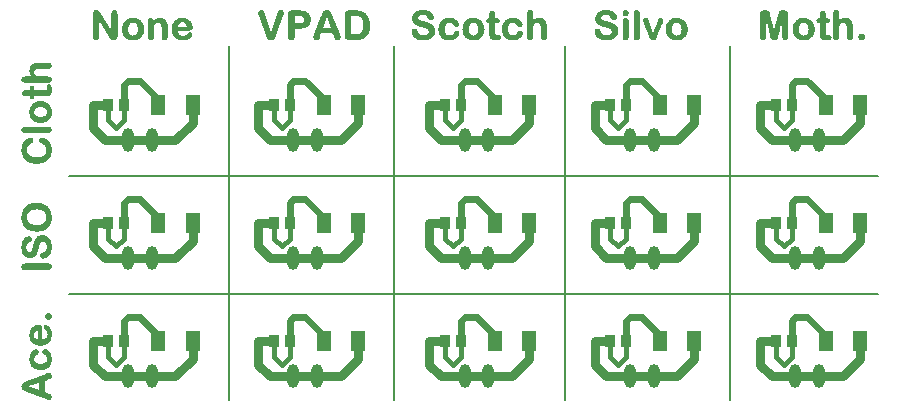
<source format=gbr>
G04 Layer_Physical_Order=1*
G04 Layer_Color=255*
%FSLAX45Y45*%
%MOMM*%
%TF.FileFunction,Copper,L1,Top,Signal*%
%TF.Part,Single*%
G01*
G75*
%TA.AperFunction,ConnectorPad*%
%ADD10R,1.30000X1.80000*%
%TA.AperFunction,SMDPad,CuDef*%
%ADD11R,0.90000X1.00000*%
%ADD12O,1.00000X2.00000*%
%TA.AperFunction,SMDPad,SMDef*%
%ADD13O,1.00000X2.00000*%
%TA.AperFunction,SMDPad,CuDef*%
%ADD14R,1.30000X1.80000*%
%TA.AperFunction,NonConductor*%
%ADD15C,0.20000*%
%ADD16C,0.80000*%
%ADD17C,0.60000*%
%ADD18C,0.40000*%
%TA.AperFunction,Conductor*%
%ADD19C,0.40000*%
%ADD20C,0.60000*%
%ADD21C,0.80000*%
G36*
X2940688Y3798627D02*
X2946779Y3798246D01*
X2953633Y3797865D01*
X2960867Y3797104D01*
X2968482Y3795581D01*
X2975716Y3794058D01*
X2976097D01*
X2976478Y3793677D01*
X2977620D01*
X2979143Y3792916D01*
X2982570Y3791773D01*
X2987139Y3789489D01*
X2992850Y3786824D01*
X2998561Y3783016D01*
X3005034Y3778447D01*
X3011126Y3772736D01*
X3011506Y3772355D01*
X3012649Y3771213D01*
X3014552Y3769309D01*
X3017217Y3767025D01*
X3019883Y3763598D01*
X3022929Y3759410D01*
X3026355Y3754841D01*
X3030163Y3749130D01*
X3033590Y3742657D01*
X3037016Y3735423D01*
X3040062Y3727427D01*
X3043108Y3718670D01*
X3045393Y3708771D01*
X3047296Y3698491D01*
X3048439Y3687068D01*
X3048819Y3674884D01*
Y3674504D01*
Y3673742D01*
Y3672600D01*
Y3671077D01*
X3048439Y3666889D01*
Y3661558D01*
X3047677Y3655086D01*
X3046916Y3648232D01*
X3046154Y3641379D01*
X3044631Y3634145D01*
Y3633764D01*
Y3633383D01*
X3043870Y3631099D01*
X3043108Y3627672D01*
X3041585Y3623103D01*
X3040062Y3618153D01*
X3038159Y3612442D01*
X3035493Y3606731D01*
X3032828Y3601020D01*
X3032447Y3600258D01*
X3031305Y3598354D01*
X3029782Y3595689D01*
X3027117Y3592263D01*
X3024071Y3588074D01*
X3020644Y3583505D01*
X3016075Y3578936D01*
X3011506Y3574368D01*
X3011126Y3573987D01*
X3009603Y3572845D01*
X3007699Y3571322D01*
X3005034Y3569037D01*
X3001607Y3566753D01*
X2998180Y3564087D01*
X2993992Y3561803D01*
X2989423Y3559518D01*
X2989042Y3559138D01*
X2987139Y3558757D01*
X2984854Y3557615D01*
X2981808Y3556472D01*
X2977620Y3555330D01*
X2973432Y3554188D01*
X2968482Y3553046D01*
X2963532Y3551903D01*
X2962771D01*
X2961248Y3551523D01*
X2958583Y3551142D01*
X2954775D01*
X2950206Y3550761D01*
X2944876Y3550381D01*
X2939165Y3550000D01*
X2866442D01*
X2863777Y3550381D01*
X2860731Y3550761D01*
X2853497Y3551903D01*
X2849689Y3553046D01*
X2846643Y3554569D01*
X2846263Y3554949D01*
X2845501Y3555330D01*
X2843978Y3556472D01*
X2842455Y3557995D01*
X2839409Y3561803D01*
X2837886Y3564468D01*
X2836744Y3567133D01*
Y3567514D01*
X2836363Y3568656D01*
X2835982Y3570560D01*
X2835602Y3572845D01*
X2835221Y3575890D01*
X2834840Y3579317D01*
X2834459Y3583505D01*
Y3587694D01*
Y3765502D01*
Y3765883D01*
Y3766263D01*
Y3768167D01*
X2834840Y3771213D01*
X2835602Y3775021D01*
X2836363Y3779209D01*
X2837886Y3783397D01*
X2839790Y3787205D01*
X2842455Y3790631D01*
X2842836Y3791012D01*
X2843978Y3791773D01*
X2845882Y3793296D01*
X2848547Y3794819D01*
X2852354Y3796342D01*
X2856543Y3797865D01*
X2861873Y3798627D01*
X2867965Y3799008D01*
X2938403D01*
X2940688Y3798627D01*
D02*
G37*
G36*
X2297227Y3802815D02*
X2301415Y3801673D01*
X2305984Y3799388D01*
X2306365D01*
X2307126Y3798627D01*
X2308268Y3797865D01*
X2309791Y3796723D01*
X2312837Y3793677D01*
X2315883Y3789489D01*
Y3789108D01*
X2316645Y3788347D01*
X2317026Y3787205D01*
X2317787Y3786062D01*
X2318929Y3782255D01*
X2319691Y3777686D01*
Y3776924D01*
Y3775021D01*
X2319310Y3772355D01*
X2318549Y3768929D01*
Y3768548D01*
Y3768167D01*
X2317787Y3766263D01*
X2317026Y3763218D01*
X2315883Y3760172D01*
X2315503Y3759410D01*
X2314741Y3757506D01*
X2313980Y3754460D01*
X2312457Y3750653D01*
X2253441Y3592263D01*
Y3591882D01*
X2253060Y3591120D01*
X2252680Y3589597D01*
X2251918Y3587694D01*
X2251157Y3585028D01*
X2250014Y3582363D01*
X2247730Y3576271D01*
Y3575890D01*
X2246968Y3574748D01*
X2246588Y3573225D01*
X2245445Y3571322D01*
X2242780Y3566372D01*
X2239734Y3561041D01*
Y3560661D01*
X2238973Y3559899D01*
X2237830Y3558757D01*
X2236688Y3557234D01*
X2232881Y3553807D01*
X2227931Y3550000D01*
X2227550D01*
X2226408Y3549238D01*
X2224885Y3548858D01*
X2222601Y3548096D01*
X2219935Y3547335D01*
X2216889Y3546573D01*
X2213082Y3546192D01*
X2209274Y3545812D01*
X2207371D01*
X2205467Y3546192D01*
X2202802D01*
X2196710Y3547715D01*
X2193664Y3548477D01*
X2190618Y3550000D01*
X2190237Y3550381D01*
X2189476Y3550761D01*
X2187953Y3551523D01*
X2186430Y3553046D01*
X2182242Y3556472D01*
X2178434Y3561041D01*
Y3561422D01*
X2177673Y3562184D01*
X2176911Y3563707D01*
X2175769Y3565610D01*
X2174627Y3567895D01*
X2173484Y3570560D01*
X2170819Y3576271D01*
Y3576652D01*
X2170438Y3577794D01*
X2169677Y3579317D01*
X2168915Y3581221D01*
X2167012Y3586551D01*
X2165108Y3591882D01*
X2106854Y3750653D01*
Y3751034D01*
X2106473Y3751414D01*
X2105712Y3753699D01*
X2104569Y3756364D01*
X2103427Y3759410D01*
Y3759791D01*
X2103046Y3760172D01*
X2102666Y3762075D01*
X2101523Y3765121D01*
X2100762Y3768548D01*
Y3768929D01*
Y3769309D01*
X2100381Y3771594D01*
X2100000Y3774259D01*
Y3777305D01*
Y3777686D01*
Y3778828D01*
X2100381Y3780732D01*
X2101143Y3783397D01*
X2101904Y3786062D01*
X2103046Y3789108D01*
X2104950Y3792154D01*
X2107615Y3795200D01*
X2107996Y3795581D01*
X2109138Y3796342D01*
X2110661Y3797865D01*
X2112946Y3799388D01*
X2115611Y3800531D01*
X2119038Y3802054D01*
X2122845Y3802815D01*
X2127033Y3803196D01*
X2129318D01*
X2131983Y3802815D01*
X2135029Y3802054D01*
X2138456Y3800911D01*
X2141882Y3799388D01*
X2144928Y3797485D01*
X2147594Y3794439D01*
X2147974Y3794058D01*
X2148736Y3792916D01*
X2149878Y3791012D01*
X2151401Y3787966D01*
X2152924Y3784539D01*
X2154828Y3780351D01*
X2156732Y3775401D01*
X2158635Y3769690D01*
X2210417Y3608635D01*
X2262198Y3769690D01*
X2262579Y3770452D01*
X2262960Y3771975D01*
X2263721Y3774259D01*
X2264483Y3776924D01*
X2266767Y3783016D01*
X2267909Y3785682D01*
X2268671Y3787966D01*
Y3788347D01*
X2269052Y3789108D01*
X2270575Y3791393D01*
X2273240Y3794819D01*
X2277047Y3798246D01*
X2277428Y3798627D01*
X2278189Y3799008D01*
X2279332Y3799769D01*
X2281235Y3800911D01*
X2283520Y3801673D01*
X2286185Y3802434D01*
X2289231Y3802815D01*
X2292658Y3803196D01*
X2295323D01*
X2297227Y3802815D01*
D02*
G37*
G36*
X2686349D02*
X2689014D01*
X2695106Y3801292D01*
X2698152Y3800150D01*
X2701198Y3798627D01*
X2701579Y3798246D01*
X2702721Y3797865D01*
X2703864Y3796723D01*
X2705767Y3795581D01*
X2709955Y3792154D01*
X2713763Y3787585D01*
X2714144Y3787205D01*
X2714524Y3786443D01*
X2715286Y3785301D01*
X2716428Y3783397D01*
X2718713Y3779590D01*
X2720997Y3774640D01*
Y3774259D01*
X2721378Y3773498D01*
X2722139Y3771975D01*
X2722901Y3770071D01*
X2724043Y3767406D01*
X2725185Y3764360D01*
X2726328Y3760933D01*
X2727851Y3756745D01*
X2791816Y3598735D01*
Y3598354D01*
X2792197Y3597974D01*
X2792958Y3595689D01*
X2794481Y3592263D01*
X2796004Y3588455D01*
X2797146Y3583886D01*
X2798669Y3579317D01*
X2799431Y3575129D01*
X2799812Y3571702D01*
Y3571322D01*
Y3570179D01*
X2799431Y3568276D01*
X2798669Y3565610D01*
X2797908Y3562945D01*
X2796385Y3559899D01*
X2794100Y3556853D01*
X2791435Y3553807D01*
X2791054Y3553426D01*
X2789912Y3552665D01*
X2788389Y3551142D01*
X2786105Y3550000D01*
X2783059Y3548477D01*
X2780013Y3546954D01*
X2776205Y3546192D01*
X2772017Y3545812D01*
X2769733D01*
X2767829Y3546192D01*
X2764021Y3546954D01*
X2760214Y3548096D01*
X2759833D01*
X2759452Y3548477D01*
X2757549Y3549619D01*
X2754883Y3551523D01*
X2752218Y3554188D01*
Y3554569D01*
X2751838Y3554949D01*
X2751076Y3556092D01*
X2750315Y3557234D01*
X2748030Y3561041D01*
X2745746Y3566372D01*
Y3566753D01*
X2745365Y3567895D01*
X2744603Y3569037D01*
X2743842Y3570941D01*
X2742319Y3574748D01*
X2741557Y3576652D01*
X2740796Y3578175D01*
X2729374Y3607873D01*
X2636091D01*
X2625430Y3578936D01*
Y3578556D01*
X2625049Y3578175D01*
X2624288Y3575890D01*
X2623145Y3572845D01*
X2621242Y3568656D01*
X2617434Y3560280D01*
X2615150Y3556092D01*
X2612865Y3553046D01*
X2612484Y3552665D01*
X2611723Y3551903D01*
X2610581Y3550761D01*
X2608677Y3549619D01*
X2606012Y3548096D01*
X2602966Y3546954D01*
X2599158Y3546192D01*
X2594589Y3545812D01*
X2592686D01*
X2590782Y3546192D01*
X2588117Y3546954D01*
X2585452Y3547715D01*
X2582406Y3548858D01*
X2578979Y3550761D01*
X2575933Y3553426D01*
X2575552Y3553807D01*
X2574791Y3554949D01*
X2573268Y3556472D01*
X2572125Y3558376D01*
X2570602Y3561041D01*
X2569079Y3564087D01*
X2568318Y3567514D01*
X2567937Y3571322D01*
Y3571702D01*
Y3572083D01*
X2568318Y3574748D01*
X2568699Y3578175D01*
X2569460Y3581982D01*
Y3582363D01*
X2569841Y3583125D01*
X2570222Y3584267D01*
X2570602Y3585790D01*
X2571364Y3588074D01*
X2572506Y3590740D01*
X2573648Y3593786D01*
X2575171Y3597212D01*
X2636852Y3754841D01*
Y3755222D01*
X2637233Y3755983D01*
X2637994Y3757506D01*
X2638756Y3759410D01*
X2639517Y3761695D01*
X2640660Y3764360D01*
X2643325Y3770832D01*
Y3771213D01*
X2644086Y3772355D01*
X2644848Y3774259D01*
X2645990Y3776544D01*
X2648655Y3782255D01*
X2651701Y3787585D01*
X2652082Y3787966D01*
X2652463Y3788727D01*
X2653605Y3789870D01*
X2655128Y3791393D01*
X2658935Y3795200D01*
X2663885Y3798627D01*
X2664266Y3799008D01*
X2665408Y3799388D01*
X2666931Y3800150D01*
X2669216Y3800911D01*
X2671881Y3801673D01*
X2674927Y3802434D01*
X2678734Y3803196D01*
X2684445D01*
X2686349Y3802815D01*
D02*
G37*
G36*
X3506609D02*
X3512321Y3802434D01*
X3518413Y3801673D01*
X3525266Y3800531D01*
X3532119Y3799008D01*
X3538592Y3797104D01*
X3538973D01*
X3539354Y3796723D01*
X3541638Y3795962D01*
X3544684Y3794819D01*
X3548492Y3792916D01*
X3553060Y3791012D01*
X3557629Y3788347D01*
X3562579Y3785301D01*
X3566767Y3781874D01*
X3567148Y3781493D01*
X3568671Y3780351D01*
X3570575Y3778447D01*
X3573240Y3775782D01*
X3575905Y3772736D01*
X3578570Y3769309D01*
X3581236Y3765502D01*
X3583520Y3761314D01*
X3583901Y3760933D01*
X3584282Y3759410D01*
X3585043Y3757506D01*
X3586185Y3754841D01*
X3587328Y3751795D01*
X3588089Y3747988D01*
X3588470Y3744561D01*
X3588851Y3740754D01*
Y3740373D01*
Y3739231D01*
X3588470Y3737327D01*
X3588089Y3734662D01*
X3586947Y3731996D01*
X3585805Y3728950D01*
X3583901Y3725524D01*
X3581616Y3722478D01*
X3581236Y3722097D01*
X3580474Y3721335D01*
X3578570Y3719812D01*
X3576667Y3718670D01*
X3574001Y3717147D01*
X3570956Y3715624D01*
X3567148Y3714863D01*
X3563341Y3714482D01*
X3561818D01*
X3559914Y3714863D01*
X3557629Y3715244D01*
X3553060Y3716386D01*
X3550395Y3717528D01*
X3548492Y3719051D01*
X3548111Y3719432D01*
X3547730Y3719812D01*
X3546588Y3720955D01*
X3545446Y3722858D01*
X3543923Y3724762D01*
X3542019Y3727427D01*
X3540115Y3730093D01*
X3538211Y3733519D01*
X3537831Y3734281D01*
X3537069Y3735804D01*
X3535546Y3738088D01*
X3534023Y3741134D01*
X3531739Y3744561D01*
X3529073Y3747988D01*
X3526027Y3751414D01*
X3522982Y3754460D01*
X3522601Y3754841D01*
X3521459Y3755603D01*
X3519174Y3756745D01*
X3516509Y3758268D01*
X3512701Y3759410D01*
X3507752Y3760552D01*
X3502040Y3761314D01*
X3495568Y3761695D01*
X3492522D01*
X3489476Y3761314D01*
X3485288Y3760933D01*
X3480719Y3759791D01*
X3476150Y3758649D01*
X3471581Y3756745D01*
X3467393Y3754080D01*
X3467012Y3753699D01*
X3465870Y3752937D01*
X3463966Y3751034D01*
X3462443Y3749130D01*
X3460539Y3746465D01*
X3458635Y3743419D01*
X3457493Y3739992D01*
X3457112Y3736565D01*
Y3736185D01*
Y3735423D01*
Y3734281D01*
X3457493Y3732758D01*
X3458255Y3729331D01*
X3460158Y3725524D01*
X3460920Y3724762D01*
X3462824Y3722858D01*
X3465870Y3720574D01*
X3470058Y3717528D01*
X3470439D01*
X3471200Y3717147D01*
X3472342Y3716386D01*
X3474246Y3715624D01*
X3478434Y3713721D01*
X3483003Y3711817D01*
X3483384D01*
X3484526Y3711436D01*
X3486049Y3711055D01*
X3488714Y3710294D01*
X3492141Y3709532D01*
X3496329Y3708390D01*
X3501279Y3707248D01*
X3507371Y3705725D01*
X3507752D01*
X3508132Y3705344D01*
X3509275D01*
X3510798Y3704963D01*
X3514605Y3703821D01*
X3519555Y3702679D01*
X3524885Y3701156D01*
X3530977Y3699252D01*
X3543923Y3695064D01*
X3544303D01*
X3544684Y3694683D01*
X3546969Y3693922D01*
X3550014Y3692780D01*
X3554203Y3691257D01*
X3558772Y3688972D01*
X3563721Y3686688D01*
X3568671Y3683642D01*
X3573240Y3680596D01*
X3573621Y3680215D01*
X3575144Y3679073D01*
X3577428Y3677169D01*
X3580093Y3674504D01*
X3583139Y3671458D01*
X3586566Y3667650D01*
X3589612Y3663462D01*
X3592277Y3658512D01*
X3592658Y3657751D01*
X3593420Y3656228D01*
X3594562Y3653182D01*
X3596085Y3649374D01*
X3597227Y3644806D01*
X3598369Y3639094D01*
X3599131Y3633002D01*
X3599511Y3626149D01*
Y3625768D01*
Y3625007D01*
Y3623864D01*
Y3622341D01*
X3598750Y3617773D01*
X3597988Y3612442D01*
X3596466Y3605969D01*
X3594562Y3599116D01*
X3591516Y3591882D01*
X3587328Y3584648D01*
Y3584267D01*
X3586947Y3583886D01*
X3585043Y3581602D01*
X3582378Y3578175D01*
X3578570Y3574368D01*
X3573621Y3569799D01*
X3567910Y3564849D01*
X3560675Y3560280D01*
X3552680Y3556092D01*
X3552299D01*
X3551537Y3555711D01*
X3550395Y3555330D01*
X3548872Y3554569D01*
X3546588Y3553807D01*
X3543923Y3552665D01*
X3540877Y3551903D01*
X3537450Y3551142D01*
X3529835Y3549238D01*
X3520697Y3547335D01*
X3510417Y3546192D01*
X3499375Y3545812D01*
X3495949D01*
X3493283Y3546192D01*
X3490237D01*
X3486430Y3546573D01*
X3482242Y3546954D01*
X3478053Y3547715D01*
X3468154Y3549238D01*
X3458255Y3551523D01*
X3447975Y3554949D01*
X3438456Y3559518D01*
X3437694Y3559899D01*
X3435791Y3561422D01*
X3432364Y3563707D01*
X3428557Y3566753D01*
X3423988Y3570560D01*
X3419419Y3575510D01*
X3414850Y3580840D01*
X3410281Y3586932D01*
Y3587313D01*
X3409900Y3587694D01*
X3408758Y3589978D01*
X3406854Y3593405D01*
X3404950Y3597593D01*
X3403047Y3602543D01*
X3401143Y3608254D01*
X3400001Y3614346D01*
X3399620Y3620438D01*
Y3620819D01*
Y3622341D01*
X3400001Y3624245D01*
X3400381Y3626530D01*
X3401524Y3629195D01*
X3402666Y3632241D01*
X3404570Y3635287D01*
X3406854Y3637952D01*
X3407235Y3638333D01*
X3407996Y3639094D01*
X3409900Y3640237D01*
X3411804Y3641760D01*
X3414469Y3643283D01*
X3417515Y3644425D01*
X3421322Y3645186D01*
X3425130Y3645567D01*
X3426653D01*
X3428176Y3645186D01*
X3430460Y3644806D01*
X3432745Y3644044D01*
X3435410Y3643283D01*
X3438075Y3641760D01*
X3440360Y3639856D01*
X3440740Y3639475D01*
X3441502Y3638714D01*
X3442644Y3637571D01*
X3444167Y3635668D01*
X3445690Y3633383D01*
X3447594Y3630718D01*
X3449498Y3627291D01*
X3451021Y3623484D01*
X3451401Y3623103D01*
X3451782Y3621580D01*
X3452924Y3619676D01*
X3454066Y3617011D01*
X3457112Y3611300D01*
X3460539Y3605208D01*
X3460920Y3604827D01*
X3461301Y3604066D01*
X3462443Y3602543D01*
X3463966Y3601020D01*
X3466250Y3599116D01*
X3468535Y3597212D01*
X3471200Y3595309D01*
X3474246Y3593405D01*
X3474627D01*
X3475769Y3592643D01*
X3477673Y3591882D01*
X3480719Y3591120D01*
X3484145Y3590359D01*
X3487953Y3589597D01*
X3492903Y3589217D01*
X3498233Y3588836D01*
X3501660D01*
X3505467Y3589217D01*
X3510036Y3589978D01*
X3515367Y3591120D01*
X3521078Y3592643D01*
X3526408Y3594928D01*
X3531358Y3597974D01*
X3531739Y3598354D01*
X3533262Y3599497D01*
X3535165Y3601781D01*
X3537831Y3604446D01*
X3540115Y3607492D01*
X3542019Y3611300D01*
X3543542Y3615869D01*
X3543923Y3620819D01*
Y3621199D01*
Y3622722D01*
X3543542Y3624626D01*
X3543161Y3626910D01*
X3542400Y3629576D01*
X3540877Y3632622D01*
X3539354Y3635287D01*
X3537069Y3637952D01*
X3536688Y3638333D01*
X3535927Y3639094D01*
X3534404Y3640237D01*
X3532500Y3641760D01*
X3529835Y3643663D01*
X3526789Y3645186D01*
X3523362Y3647090D01*
X3519555Y3648613D01*
X3519174D01*
X3517651Y3649374D01*
X3514986Y3650136D01*
X3511559Y3651278D01*
X3507371Y3652420D01*
X3502040Y3653943D01*
X3495568Y3655466D01*
X3488714Y3656989D01*
X3488334D01*
X3487572Y3657370D01*
X3486049Y3657751D01*
X3484526Y3658132D01*
X3482242Y3658512D01*
X3479576Y3659274D01*
X3473485Y3661178D01*
X3466250Y3663081D01*
X3459016Y3665747D01*
X3451401Y3668412D01*
X3444167Y3671458D01*
X3443786D01*
X3443406Y3671838D01*
X3441121Y3672981D01*
X3438075Y3674884D01*
X3433887Y3677550D01*
X3429318Y3680976D01*
X3424368Y3684784D01*
X3419799Y3689353D01*
X3415230Y3694683D01*
X3414850Y3695445D01*
X3413707Y3697348D01*
X3411804Y3700775D01*
X3409900Y3704963D01*
X3407996Y3710675D01*
X3406093Y3716767D01*
X3404950Y3724001D01*
X3404570Y3731996D01*
Y3732377D01*
Y3732758D01*
Y3733900D01*
X3404950Y3735423D01*
X3405331Y3739611D01*
X3406093Y3744561D01*
X3407235Y3750272D01*
X3409519Y3756745D01*
X3412184Y3762837D01*
X3415992Y3769309D01*
Y3769690D01*
X3416373Y3770071D01*
X3418276Y3771975D01*
X3420561Y3775021D01*
X3424368Y3778447D01*
X3428937Y3782636D01*
X3434648Y3786824D01*
X3441121Y3791012D01*
X3448736Y3794439D01*
X3449117D01*
X3449878Y3794819D01*
X3451021Y3795200D01*
X3452544Y3795962D01*
X3454828Y3796342D01*
X3457112Y3797104D01*
X3463204Y3799008D01*
X3470439Y3800531D01*
X3478815Y3801673D01*
X3488334Y3802815D01*
X3498614Y3803196D01*
X3502421D01*
X3506609Y3802815D01*
D02*
G37*
G36*
X2461709Y3798627D02*
X2467801D01*
X2475035Y3797865D01*
X2482269Y3797104D01*
X2489123Y3795962D01*
X2495595Y3794439D01*
X2496357Y3794058D01*
X2498261Y3793677D01*
X2501307Y3792535D01*
X2505114Y3791012D01*
X2509302Y3788727D01*
X2513871Y3786443D01*
X2518440Y3783016D01*
X2523009Y3779590D01*
X2523390Y3779209D01*
X2524913Y3777686D01*
X2526817Y3775782D01*
X2529482Y3772736D01*
X2532147Y3769309D01*
X2535193Y3765121D01*
X2537858Y3760552D01*
X2540143Y3755222D01*
X2540523Y3754460D01*
X2541285Y3752557D01*
X2542046Y3749891D01*
X2543189Y3745703D01*
X2544331Y3741134D01*
X2545473Y3735423D01*
X2545854Y3729331D01*
X2546235Y3722858D01*
Y3722478D01*
Y3721335D01*
Y3719051D01*
X2545854Y3716386D01*
X2545473Y3713340D01*
X2545092Y3709532D01*
X2544331Y3705725D01*
X2543189Y3701156D01*
X2540523Y3691637D01*
X2538620Y3686688D01*
X2535955Y3681738D01*
X2533289Y3677169D01*
X2530243Y3672600D01*
X2526436Y3668031D01*
X2522248Y3664224D01*
X2521867Y3663843D01*
X2521105Y3663462D01*
X2519582Y3662320D01*
X2517679Y3661178D01*
X2515394Y3659655D01*
X2512348Y3658132D01*
X2508541Y3656228D01*
X2504353Y3654324D01*
X2499784Y3652420D01*
X2494453Y3650517D01*
X2488742Y3648994D01*
X2482269Y3647471D01*
X2475416Y3646328D01*
X2468182Y3645186D01*
X2460186Y3644806D01*
X2451810Y3644425D01*
X2410689D01*
Y3578936D01*
Y3578175D01*
Y3576271D01*
X2410308Y3573606D01*
X2409547Y3569799D01*
X2408785Y3565991D01*
X2407262Y3561803D01*
X2405359Y3557615D01*
X2402693Y3554188D01*
X2402313Y3553807D01*
X2401170Y3553046D01*
X2399647Y3551523D01*
X2396982Y3550000D01*
X2394317Y3548477D01*
X2390510Y3546954D01*
X2386702Y3546192D01*
X2382133Y3545812D01*
X2380229D01*
X2377945Y3546192D01*
X2374899Y3546954D01*
X2371853Y3547715D01*
X2368426Y3549238D01*
X2365000Y3551523D01*
X2361954Y3554188D01*
X2361573Y3554569D01*
X2360811Y3555711D01*
X2359669Y3557615D01*
X2358146Y3560280D01*
X2356623Y3563707D01*
X2355481Y3567895D01*
X2354719Y3572845D01*
X2354339Y3578556D01*
Y3765502D01*
Y3765883D01*
Y3766263D01*
Y3768548D01*
X2354719Y3771594D01*
X2355481Y3775401D01*
X2356242Y3779590D01*
X2357765Y3783778D01*
X2360050Y3787585D01*
X2362715Y3791012D01*
X2363096Y3791393D01*
X2364238Y3792154D01*
X2366142Y3793677D01*
X2369188Y3795200D01*
X2372615Y3796342D01*
X2377183Y3797865D01*
X2382514Y3798627D01*
X2388606Y3799008D01*
X2458663D01*
X2461709Y3798627D01*
D02*
G37*
G36*
X1277592Y3735804D02*
X1281780Y3735042D01*
X1287110Y3734281D01*
X1292822Y3732758D01*
X1298533Y3730473D01*
X1304244Y3727808D01*
X1305006Y3727427D01*
X1306909Y3726285D01*
X1309574Y3724381D01*
X1313001Y3721716D01*
X1316428Y3718289D01*
X1320235Y3714482D01*
X1324043Y3709913D01*
X1327089Y3704583D01*
X1327470Y3704202D01*
X1327850Y3703060D01*
X1328612Y3701156D01*
X1329754Y3698871D01*
X1330515Y3696206D01*
X1331658Y3692780D01*
X1333181Y3685545D01*
Y3685165D01*
X1333561Y3683642D01*
Y3681738D01*
X1333942Y3678692D01*
X1334323Y3675265D01*
Y3671077D01*
X1334704Y3666127D01*
Y3660797D01*
Y3576652D01*
Y3575890D01*
Y3574368D01*
X1334323Y3571702D01*
X1333942Y3568276D01*
X1332800Y3564468D01*
X1331658Y3560661D01*
X1329754Y3557234D01*
X1327470Y3553807D01*
X1327089Y3553426D01*
X1326327Y3552665D01*
X1324424Y3551142D01*
X1322520Y3550000D01*
X1319474Y3548477D01*
X1316428Y3546954D01*
X1312620Y3546192D01*
X1308432Y3545812D01*
X1306529D01*
X1304244Y3546192D01*
X1301579Y3546954D01*
X1298533Y3547715D01*
X1295487Y3549238D01*
X1292441Y3551142D01*
X1289395Y3553807D01*
X1289014Y3554188D01*
X1288253Y3555330D01*
X1287110Y3557234D01*
X1285968Y3559518D01*
X1284826Y3562945D01*
X1283684Y3566753D01*
X1282922Y3571322D01*
X1282542Y3576652D01*
Y3652040D01*
Y3652420D01*
Y3652801D01*
Y3653943D01*
Y3655466D01*
X1282161Y3659274D01*
X1281780Y3664224D01*
X1281019Y3669173D01*
X1280257Y3674504D01*
X1278734Y3679453D01*
X1276830Y3684022D01*
X1276450Y3684403D01*
X1275688Y3685545D01*
X1274165Y3687449D01*
X1271881Y3689353D01*
X1268835Y3691257D01*
X1265027Y3693160D01*
X1260458Y3694302D01*
X1254747Y3694683D01*
X1252843D01*
X1250940Y3694302D01*
X1248274Y3693922D01*
X1245228Y3693160D01*
X1241802Y3691637D01*
X1238375Y3690114D01*
X1234948Y3687830D01*
X1234568Y3687449D01*
X1233425Y3686688D01*
X1231902Y3685165D01*
X1229999Y3682880D01*
X1227714Y3680215D01*
X1225430Y3676788D01*
X1223145Y3672981D01*
X1221241Y3668412D01*
Y3668031D01*
X1220861Y3666889D01*
X1220480Y3664604D01*
X1220099Y3661178D01*
X1219718Y3656228D01*
X1219338Y3653563D01*
Y3650136D01*
Y3646328D01*
X1218957Y3642521D01*
Y3637952D01*
Y3633002D01*
Y3576652D01*
Y3575890D01*
Y3573987D01*
X1218576Y3571322D01*
X1218195Y3567895D01*
X1217053Y3564468D01*
X1215911Y3560280D01*
X1214007Y3556853D01*
X1211342Y3553426D01*
X1210961Y3553046D01*
X1210200Y3552284D01*
X1208296Y3551142D01*
X1206392Y3549619D01*
X1203346Y3548096D01*
X1200300Y3546954D01*
X1196493Y3546192D01*
X1192305Y3545812D01*
X1190401D01*
X1188497Y3546192D01*
X1185832Y3546954D01*
X1182786Y3547715D01*
X1179740Y3549238D01*
X1176694Y3551142D01*
X1173648Y3553807D01*
X1173267Y3554188D01*
X1172506Y3555330D01*
X1171364Y3557234D01*
X1170221Y3559518D01*
X1169079Y3562945D01*
X1167937Y3566753D01*
X1167175Y3571322D01*
X1166795Y3576652D01*
Y3706867D01*
Y3707629D01*
Y3709152D01*
X1167175Y3711817D01*
X1167556Y3714863D01*
X1168318Y3718670D01*
X1169460Y3722097D01*
X1170983Y3725524D01*
X1173267Y3728570D01*
X1173648Y3728950D01*
X1174410Y3729712D01*
X1175933Y3730854D01*
X1177836Y3732377D01*
X1180502Y3733900D01*
X1183548Y3735042D01*
X1186974Y3735804D01*
X1190782Y3736185D01*
X1193447D01*
X1194970Y3735804D01*
X1199158Y3734662D01*
X1203727Y3732758D01*
X1204108D01*
X1204869Y3731996D01*
X1207154Y3730093D01*
X1209819Y3727047D01*
X1212484Y3722858D01*
Y3722478D01*
X1212865Y3721716D01*
X1213626Y3720193D01*
X1214388Y3718670D01*
X1214769Y3716386D01*
X1215530Y3713721D01*
X1215911Y3707629D01*
Y3705725D01*
X1216292Y3706486D01*
X1217053Y3708009D01*
X1218576Y3710675D01*
X1220861Y3714101D01*
X1223526Y3717909D01*
X1227333Y3721335D01*
X1231522Y3725143D01*
X1236852Y3728189D01*
X1237613Y3728570D01*
X1239517Y3729331D01*
X1242563Y3730854D01*
X1246751Y3732377D01*
X1251701Y3733519D01*
X1257412Y3735042D01*
X1263885Y3735804D01*
X1270738Y3736185D01*
X1273784D01*
X1277592Y3735804D01*
D02*
G37*
G36*
X331725Y731494D02*
X334390Y730732D01*
X337055Y729971D01*
X340101Y728448D01*
X343147Y726163D01*
X346193Y723498D01*
X346574Y723117D01*
X347335Y721975D01*
X348858Y720452D01*
X350001Y718167D01*
X351524Y715122D01*
X353047Y712076D01*
X353808Y708268D01*
X354189Y704080D01*
Y703699D01*
Y702938D01*
Y701795D01*
X353808Y699892D01*
X353047Y696084D01*
X351904Y692277D01*
Y691896D01*
X351524Y691515D01*
X350381Y689612D01*
X348478Y686946D01*
X345812Y684281D01*
X345432D01*
X345051Y683900D01*
X343909Y683139D01*
X342766Y682377D01*
X338959Y680093D01*
X333628Y677808D01*
X333248D01*
X332106Y677428D01*
X330963Y676666D01*
X329060Y675905D01*
X325252Y674382D01*
X323348Y673620D01*
X321825Y672859D01*
X292127Y661436D01*
Y568154D01*
X321064Y557493D01*
X321445D01*
X321825Y557112D01*
X324110Y556350D01*
X327156Y555208D01*
X331344Y553304D01*
X339720Y549497D01*
X343909Y547213D01*
X346955Y544928D01*
X347335Y544547D01*
X348097Y543786D01*
X349239Y542644D01*
X350381Y540740D01*
X351904Y538075D01*
X353047Y535029D01*
X353808Y531221D01*
X354189Y526652D01*
Y526271D01*
Y524749D01*
X353808Y522845D01*
X353047Y520180D01*
X352285Y517514D01*
X351143Y514468D01*
X349239Y511042D01*
X346574Y507996D01*
X346193Y507615D01*
X345051Y506853D01*
X343528Y505330D01*
X341624Y504188D01*
X338959Y502665D01*
X335913Y501142D01*
X332486Y500381D01*
X328679Y500000D01*
X327917D01*
X325252Y500381D01*
X321825Y500762D01*
X318018Y501523D01*
X317637D01*
X316876Y501904D01*
X315733Y502284D01*
X314210Y502665D01*
X311926Y503427D01*
X309261Y504569D01*
X306215Y505711D01*
X302788Y507234D01*
X145159Y568915D01*
X144778D01*
X144017Y569296D01*
X142494Y570057D01*
X140590Y570819D01*
X138306Y571580D01*
X135641Y572723D01*
X129168Y575388D01*
X128787D01*
X127645Y576149D01*
X125741Y576911D01*
X123457Y578053D01*
X117746Y580718D01*
X112415Y583764D01*
X112034Y584145D01*
X111273Y584526D01*
X110131Y585668D01*
X108608Y587191D01*
X104800Y590998D01*
X101373Y595948D01*
X100993Y596329D01*
X100612Y597471D01*
X99850Y598994D01*
X99089Y601278D01*
X98327Y603944D01*
X97566Y606990D01*
X96804Y610797D01*
Y614605D01*
Y614985D01*
Y616508D01*
X97185Y618412D01*
Y621077D01*
X98708Y627169D01*
X99850Y630215D01*
X101373Y633261D01*
X101754Y633642D01*
X102135Y634784D01*
X103277Y635926D01*
X104419Y637830D01*
X107846Y642018D01*
X112415Y645826D01*
X112796Y646206D01*
X113557Y646587D01*
X114700Y647349D01*
X116603Y648491D01*
X120411Y650775D01*
X125360Y653060D01*
X125741D01*
X126503Y653441D01*
X128026Y654202D01*
X129929Y654964D01*
X132595Y656106D01*
X135641Y657248D01*
X139067Y658390D01*
X143255Y659913D01*
X301265Y723879D01*
X301646D01*
X302027Y724259D01*
X304311Y725021D01*
X307738Y726544D01*
X311545Y728067D01*
X316114Y729209D01*
X320683Y730732D01*
X324871Y731494D01*
X328298Y731874D01*
X329821D01*
X331725Y731494D01*
D02*
G37*
G36*
X887708Y3802815D02*
X890373Y3802054D01*
X893800Y3801292D01*
X896846Y3799769D01*
X899892Y3797485D01*
X902938Y3794819D01*
X903318Y3794439D01*
X904080Y3793296D01*
X905222Y3791393D01*
X906745Y3789108D01*
X907887Y3785682D01*
X909030Y3781493D01*
X909791Y3776924D01*
X910172Y3771594D01*
Y3580840D01*
Y3580459D01*
Y3579317D01*
Y3577794D01*
X909791Y3575510D01*
X909410Y3572845D01*
X908649Y3569799D01*
X906364Y3563326D01*
X904841Y3559899D01*
X902938Y3556853D01*
X900273Y3553807D01*
X897227Y3551142D01*
X893800Y3549238D01*
X889612Y3547335D01*
X885043Y3546192D01*
X879712Y3545812D01*
X877047D01*
X875524Y3546192D01*
X871336Y3546954D01*
X866767Y3548096D01*
X866386D01*
X865625Y3548477D01*
X864863Y3548858D01*
X863340Y3549619D01*
X859533Y3551523D01*
X855725Y3554188D01*
X855344Y3554569D01*
X854964Y3554949D01*
X852679Y3557234D01*
X850014Y3560280D01*
X846968Y3563707D01*
Y3564087D01*
X846207Y3564468D01*
X845826Y3565610D01*
X844684Y3567133D01*
X842018Y3570941D01*
X838972Y3575510D01*
X753305Y3716005D01*
Y3577033D01*
Y3576271D01*
Y3574748D01*
X752924Y3572083D01*
X752543Y3568656D01*
X751401Y3564849D01*
X750259Y3561041D01*
X748355Y3557234D01*
X745690Y3553807D01*
X745309Y3553426D01*
X744167Y3552665D01*
X742644Y3551142D01*
X740359Y3550000D01*
X737694Y3548477D01*
X734267Y3546954D01*
X730460Y3546192D01*
X726272Y3545812D01*
X724368D01*
X722083Y3546192D01*
X719418Y3546954D01*
X716372Y3547715D01*
X712945Y3549238D01*
X709900Y3551142D01*
X706854Y3553807D01*
X706473Y3554188D01*
X705711Y3555330D01*
X704569Y3557234D01*
X703427Y3559899D01*
X702285Y3563326D01*
X701142Y3567133D01*
X700381Y3571702D01*
X700000Y3577033D01*
Y3763979D01*
Y3764360D01*
Y3765883D01*
Y3768167D01*
X700381Y3771213D01*
X701142Y3777305D01*
X701523Y3780351D01*
X702285Y3783016D01*
X702665Y3783397D01*
X703046Y3784539D01*
X704188Y3786443D01*
X705331Y3788347D01*
X709138Y3793296D01*
X711803Y3795581D01*
X714468Y3797865D01*
X714849Y3798246D01*
X715991Y3798627D01*
X717514Y3799388D01*
X719799Y3800531D01*
X722464Y3801673D01*
X725510Y3802434D01*
X728556Y3802815D01*
X731983Y3803196D01*
X734648D01*
X736552Y3802815D01*
X740740Y3802054D01*
X744928Y3800531D01*
X745309D01*
X745690Y3800150D01*
X747974Y3799008D01*
X751020Y3796723D01*
X754066Y3794058D01*
X754447D01*
X754828Y3793296D01*
X756731Y3791393D01*
X759396Y3787966D01*
X762062Y3784159D01*
Y3783778D01*
X762823Y3783016D01*
X763585Y3781874D01*
X764727Y3780351D01*
X767392Y3776163D01*
X770438Y3771213D01*
X858010Y3631099D01*
Y3771594D01*
Y3772355D01*
Y3774259D01*
X858390Y3776924D01*
X858771Y3780351D01*
X859533Y3784159D01*
X861056Y3787966D01*
X862579Y3791393D01*
X864863Y3794819D01*
X865244Y3795200D01*
X866005Y3795962D01*
X867528Y3797485D01*
X869813Y3799008D01*
X872478Y3800531D01*
X875524Y3802054D01*
X879331Y3802815D01*
X883520Y3803196D01*
X885423D01*
X887708Y3802815D01*
D02*
G37*
G36*
X1048763Y3735804D02*
X1054094Y3735423D01*
X1059805Y3734281D01*
X1066278Y3733139D01*
X1073131Y3731235D01*
X1079604Y3728950D01*
X1079985D01*
X1080365Y3728570D01*
X1082650Y3727808D01*
X1085696Y3726285D01*
X1089884Y3724001D01*
X1094834Y3720955D01*
X1099783Y3717909D01*
X1104733Y3713721D01*
X1109683Y3709152D01*
X1110064Y3708771D01*
X1111587Y3706867D01*
X1113871Y3704202D01*
X1116917Y3700775D01*
X1119963Y3696206D01*
X1123009Y3691257D01*
X1126055Y3685545D01*
X1128720Y3679073D01*
X1129101Y3678311D01*
X1129862Y3676027D01*
X1130624Y3672600D01*
X1132147Y3667650D01*
X1133289Y3661939D01*
X1134051Y3655466D01*
X1134812Y3648232D01*
X1135193Y3640617D01*
Y3640237D01*
Y3639856D01*
Y3638714D01*
Y3637191D01*
X1134812Y3633383D01*
X1134431Y3628053D01*
X1133670Y3622341D01*
X1132147Y3615869D01*
X1130624Y3609396D01*
X1128339Y3602543D01*
X1127959Y3601781D01*
X1127197Y3599497D01*
X1125674Y3596451D01*
X1123390Y3592263D01*
X1120724Y3587313D01*
X1117678Y3582363D01*
X1113871Y3577033D01*
X1109302Y3572083D01*
X1108921Y3571702D01*
X1107018Y3569799D01*
X1104352Y3567514D01*
X1100926Y3564849D01*
X1096737Y3561422D01*
X1091788Y3558376D01*
X1086077Y3554949D01*
X1079604Y3552284D01*
X1078842Y3551903D01*
X1076558Y3551142D01*
X1073131Y3550381D01*
X1068562Y3549238D01*
X1062851Y3547715D01*
X1055998Y3546954D01*
X1048763Y3546192D01*
X1041149Y3545812D01*
X1037722D01*
X1033534Y3546192D01*
X1028203Y3546573D01*
X1022492Y3547335D01*
X1016019Y3548477D01*
X1009166Y3550000D01*
X1002693Y3552284D01*
X1001932Y3552665D01*
X1000028Y3553426D01*
X996601Y3555330D01*
X992794Y3557234D01*
X988225Y3560280D01*
X983275Y3563707D01*
X978325Y3567514D01*
X973376Y3572083D01*
X972995Y3572845D01*
X971472Y3574368D01*
X969188Y3577033D01*
X966142Y3580840D01*
X963096Y3585028D01*
X960050Y3590359D01*
X957004Y3596070D01*
X954338Y3602162D01*
Y3602543D01*
X953958Y3602923D01*
X953577Y3605208D01*
X952435Y3609015D01*
X951292Y3613584D01*
X950150Y3619296D01*
X949389Y3625768D01*
X948627Y3633383D01*
X948247Y3640998D01*
Y3641379D01*
Y3641760D01*
Y3642902D01*
Y3644425D01*
X948627Y3648613D01*
X949008Y3653563D01*
X949770Y3659655D01*
X950912Y3666127D01*
X952435Y3672600D01*
X954338Y3679453D01*
Y3679834D01*
X954719Y3680215D01*
X955481Y3682499D01*
X957004Y3685545D01*
X959288Y3689734D01*
X961573Y3694683D01*
X964999Y3699633D01*
X968807Y3704583D01*
X972995Y3709532D01*
X973756Y3710294D01*
X975279Y3711817D01*
X977945Y3714101D01*
X981371Y3716767D01*
X985940Y3720193D01*
X990890Y3723239D01*
X996601Y3726666D01*
X1002693Y3729331D01*
X1003074D01*
X1003455Y3729712D01*
X1005739Y3730473D01*
X1009166Y3731616D01*
X1014116Y3732758D01*
X1019827Y3733900D01*
X1026299Y3735042D01*
X1033534Y3735804D01*
X1041149Y3736185D01*
X1044575D01*
X1048763Y3735804D01*
D02*
G37*
G36*
X1467203Y3736185D02*
X1470249Y3735804D01*
X1476722Y3735042D01*
X1483956Y3733519D01*
X1491952Y3731616D01*
X1499947Y3728570D01*
X1507562Y3724762D01*
X1507943D01*
X1508324Y3724381D01*
X1510989Y3722478D01*
X1514416Y3720193D01*
X1518604Y3716386D01*
X1523554Y3712198D01*
X1528503Y3706867D01*
X1533072Y3701156D01*
X1537261Y3694302D01*
Y3693922D01*
X1537641Y3693541D01*
X1538784Y3691257D01*
X1540307Y3687449D01*
X1542210Y3682880D01*
X1544114Y3677169D01*
X1545637Y3670696D01*
X1546779Y3664224D01*
X1547160Y3656989D01*
Y3656609D01*
Y3656228D01*
Y3653943D01*
X1546398Y3650517D01*
X1545637Y3646709D01*
X1544495Y3642521D01*
X1542210Y3638714D01*
X1539545Y3634906D01*
X1535738Y3632241D01*
X1535357Y3631860D01*
X1533834Y3631479D01*
X1531169Y3630337D01*
X1527742Y3629576D01*
X1523554Y3628433D01*
X1518604Y3627291D01*
X1512512Y3626910D01*
X1506039Y3626530D01*
X1421514D01*
Y3626149D01*
Y3624626D01*
X1421895Y3622341D01*
X1422275Y3619296D01*
X1423037Y3615869D01*
X1424179Y3612061D01*
X1425321Y3608254D01*
X1427225Y3604066D01*
X1427606Y3603685D01*
X1428367Y3602162D01*
X1429509Y3600258D01*
X1431413Y3597974D01*
X1433317Y3595309D01*
X1435982Y3592643D01*
X1438647Y3589978D01*
X1442074Y3587694D01*
X1442455Y3587313D01*
X1443597Y3586932D01*
X1445501Y3586171D01*
X1448166Y3585028D01*
X1451212Y3583886D01*
X1454639Y3583125D01*
X1458065Y3582744D01*
X1462254Y3582363D01*
X1464919D01*
X1466823Y3582744D01*
X1471392Y3583125D01*
X1475960Y3583886D01*
X1476341D01*
X1477103Y3584267D01*
X1478245Y3584648D01*
X1479768Y3585409D01*
X1483956Y3586932D01*
X1488144Y3589597D01*
X1488525D01*
X1489287Y3590359D01*
X1490429Y3591120D01*
X1491571Y3592263D01*
X1495379Y3594928D01*
X1499186Y3597974D01*
X1499567Y3598354D01*
X1500328Y3598735D01*
X1501470Y3599877D01*
X1502993Y3601400D01*
X1507182Y3605208D01*
X1512512Y3610158D01*
X1512893Y3610538D01*
X1513274Y3610919D01*
X1514416Y3611681D01*
X1515939Y3612442D01*
X1519746Y3613584D01*
X1522411Y3614346D01*
X1526600D01*
X1528123Y3613965D01*
X1530026Y3613584D01*
X1534595Y3612442D01*
X1536499Y3610919D01*
X1538784Y3609396D01*
X1539164Y3609015D01*
X1539545Y3608635D01*
X1540687Y3607492D01*
X1541830Y3605969D01*
X1542591Y3604066D01*
X1543733Y3602162D01*
X1544114Y3599497D01*
X1544495Y3596451D01*
Y3596070D01*
Y3595309D01*
X1544114Y3593786D01*
X1543733Y3591882D01*
X1543353Y3589597D01*
X1542210Y3586932D01*
X1541068Y3583886D01*
X1539164Y3580459D01*
X1538784Y3580079D01*
X1538403Y3578936D01*
X1536880Y3577413D01*
X1535357Y3575129D01*
X1533453Y3572464D01*
X1530788Y3569799D01*
X1527742Y3566753D01*
X1523934Y3563707D01*
X1523554Y3563326D01*
X1522031Y3562564D01*
X1519746Y3561041D01*
X1517081Y3559138D01*
X1513274Y3557234D01*
X1508705Y3554949D01*
X1503755Y3553046D01*
X1498424Y3550761D01*
X1497663Y3550381D01*
X1495759Y3550000D01*
X1492713Y3549238D01*
X1488525Y3548477D01*
X1483195Y3547335D01*
X1477103Y3546573D01*
X1470630Y3546192D01*
X1463396Y3545812D01*
X1459208D01*
X1456162Y3546192D01*
X1452354Y3546573D01*
X1447785Y3547335D01*
X1443216Y3548096D01*
X1437886Y3548858D01*
X1426463Y3551903D01*
X1420752Y3554188D01*
X1415041Y3556472D01*
X1409330Y3559518D01*
X1403619Y3562945D01*
X1398288Y3566753D01*
X1393339Y3571322D01*
X1392958Y3571702D01*
X1392196Y3572464D01*
X1391054Y3573987D01*
X1389531Y3575890D01*
X1387627Y3578556D01*
X1385343Y3581982D01*
X1383439Y3585409D01*
X1381155Y3589597D01*
X1378489Y3594547D01*
X1376586Y3599877D01*
X1374301Y3605589D01*
X1372398Y3611681D01*
X1370875Y3618153D01*
X1369732Y3625387D01*
X1368971Y3633002D01*
X1368590Y3640998D01*
Y3641379D01*
Y3641760D01*
Y3642902D01*
Y3644425D01*
X1368971Y3648613D01*
X1369352Y3653563D01*
X1370113Y3659655D01*
X1371255Y3666127D01*
X1372778Y3672600D01*
X1374682Y3679453D01*
Y3679834D01*
X1375063Y3680215D01*
X1375824Y3682499D01*
X1377347Y3685926D01*
X1379251Y3690114D01*
X1381916Y3694683D01*
X1384962Y3700014D01*
X1388389Y3704963D01*
X1392577Y3709913D01*
X1392958Y3710675D01*
X1394862Y3712198D01*
X1397146Y3714482D01*
X1400573Y3717147D01*
X1404761Y3720574D01*
X1410091Y3723620D01*
X1415803Y3727047D01*
X1421895Y3729712D01*
X1422275D01*
X1422656Y3730093D01*
X1424941Y3730854D01*
X1428367Y3731996D01*
X1433317Y3733139D01*
X1439028Y3734281D01*
X1445501Y3735423D01*
X1452735Y3736185D01*
X1460350Y3736565D01*
X1464919D01*
X1467203Y3736185D01*
D02*
G37*
G36*
X4264294D02*
X4268863Y3735804D01*
X4274193Y3735042D01*
X4279524Y3734281D01*
X4285616Y3732758D01*
X4291327Y3730854D01*
X4292088Y3730473D01*
X4293992Y3730093D01*
X4296657Y3728570D01*
X4300465Y3727047D01*
X4304272Y3725143D01*
X4308841Y3722858D01*
X4313029Y3720193D01*
X4317218Y3717147D01*
X4317598Y3716767D01*
X4319121Y3715624D01*
X4321025Y3714101D01*
X4323310Y3711817D01*
X4325975Y3709152D01*
X4328640Y3706106D01*
X4331305Y3702679D01*
X4333590Y3698871D01*
X4333971Y3698491D01*
X4334351Y3697348D01*
X4335493Y3695445D01*
X4336636Y3692780D01*
X4337397Y3690114D01*
X4338539Y3686688D01*
X4338920Y3683642D01*
X4339301Y3680215D01*
Y3679834D01*
Y3678692D01*
X4338920Y3676788D01*
X4338539Y3674504D01*
X4337397Y3672219D01*
X4336255Y3669173D01*
X4334351Y3666508D01*
X4332067Y3663843D01*
X4331686Y3663462D01*
X4330925Y3662701D01*
X4329402Y3661939D01*
X4327498Y3660797D01*
X4324833Y3659274D01*
X4321787Y3658512D01*
X4318741Y3657751D01*
X4314933Y3657370D01*
X4313791D01*
X4312649Y3657751D01*
X4311126D01*
X4307318Y3658893D01*
X4303511Y3660797D01*
X4302749Y3661558D01*
X4300846Y3663462D01*
X4298180Y3666508D01*
X4294754Y3670696D01*
X4294373Y3671077D01*
X4293231Y3672600D01*
X4291708Y3674884D01*
X4289423Y3677550D01*
X4287139Y3680596D01*
X4284093Y3683642D01*
X4281047Y3686688D01*
X4278001Y3688972D01*
X4277620Y3689353D01*
X4276478Y3690114D01*
X4274955Y3690876D01*
X4272290Y3692018D01*
X4269244Y3693160D01*
X4265817Y3694302D01*
X4261629Y3694683D01*
X4257060Y3695064D01*
X4256298D01*
X4254014Y3694683D01*
X4250968Y3694302D01*
X4246780Y3693160D01*
X4242211Y3691637D01*
X4237261Y3688972D01*
X4232311Y3685545D01*
X4227742Y3680596D01*
X4227362Y3679834D01*
X4226219Y3677930D01*
X4224316Y3674504D01*
X4222412Y3669935D01*
X4220127Y3664224D01*
X4218604Y3657370D01*
X4217081Y3648994D01*
X4216701Y3639856D01*
Y3639475D01*
Y3637952D01*
Y3635287D01*
X4217081Y3632622D01*
X4217462Y3629195D01*
X4217843Y3625387D01*
X4219366Y3617392D01*
Y3617011D01*
X4220127Y3615869D01*
X4220508Y3613965D01*
X4221650Y3611300D01*
X4224316Y3605969D01*
X4227742Y3600258D01*
X4228123Y3599877D01*
X4228885Y3599116D01*
X4230027Y3597974D01*
X4231550Y3596451D01*
X4235738Y3593024D01*
X4241068Y3589978D01*
X4241449D01*
X4242591Y3589597D01*
X4244114Y3588836D01*
X4246018Y3588455D01*
X4248683Y3587694D01*
X4251349Y3586932D01*
X4257821Y3586551D01*
X4260106D01*
X4262390Y3586932D01*
X4265055Y3587313D01*
X4268482Y3588074D01*
X4272290Y3588836D01*
X4275716Y3590359D01*
X4279143Y3592263D01*
X4279524Y3592643D01*
X4280666Y3593405D01*
X4282570Y3594547D01*
X4284474Y3596451D01*
X4287139Y3599116D01*
X4289423Y3601781D01*
X4292088Y3605208D01*
X4294754Y3609396D01*
X4295134Y3609777D01*
X4295515Y3610919D01*
X4296657Y3612442D01*
X4297800Y3614346D01*
X4300846Y3618915D01*
X4305034Y3623103D01*
X4305415Y3623484D01*
X4306176Y3623864D01*
X4307318Y3624626D01*
X4308841Y3625768D01*
X4313410Y3627291D01*
X4315695Y3627672D01*
X4318741Y3628053D01*
X4320644D01*
X4322167Y3627672D01*
X4324833Y3627291D01*
X4327498Y3626149D01*
X4330163Y3625007D01*
X4332828Y3623103D01*
X4335493Y3620438D01*
X4335874Y3620057D01*
X4336636Y3619296D01*
X4337397Y3617773D01*
X4338920Y3615869D01*
X4340062Y3613584D01*
X4340824Y3610919D01*
X4341585Y3607873D01*
X4341966Y3604827D01*
Y3604446D01*
Y3603304D01*
X4341585Y3601400D01*
X4341205Y3599116D01*
X4340443Y3596070D01*
X4339682Y3592643D01*
X4338159Y3589217D01*
X4336255Y3585409D01*
X4335874Y3585028D01*
X4335113Y3583505D01*
X4333971Y3581602D01*
X4332067Y3579317D01*
X4329782Y3576271D01*
X4327117Y3572845D01*
X4323690Y3569418D01*
X4319883Y3565991D01*
X4319502Y3565610D01*
X4317979Y3564468D01*
X4315695Y3562945D01*
X4312649Y3561041D01*
X4308461Y3558757D01*
X4303892Y3556092D01*
X4298561Y3553807D01*
X4292850Y3551523D01*
X4292088Y3551142D01*
X4289804Y3550761D01*
X4286758Y3550000D01*
X4282189Y3548858D01*
X4276859Y3547715D01*
X4270386Y3546954D01*
X4263532Y3546573D01*
X4256298Y3546192D01*
X4252110D01*
X4249064Y3546573D01*
X4245637Y3546954D01*
X4241449Y3547715D01*
X4236500Y3548477D01*
X4231550Y3549238D01*
X4220508Y3552284D01*
X4215178Y3554188D01*
X4209467Y3556853D01*
X4203755Y3559518D01*
X4198425Y3562945D01*
X4193475Y3566753D01*
X4188526Y3571322D01*
X4188145Y3571702D01*
X4187383Y3572464D01*
X4186241Y3573987D01*
X4184718Y3575890D01*
X4182814Y3578556D01*
X4180911Y3581602D01*
X4178626Y3585409D01*
X4176342Y3589217D01*
X4174057Y3594166D01*
X4171773Y3599116D01*
X4169869Y3604827D01*
X4167965Y3610538D01*
X4166442Y3617011D01*
X4165300Y3624245D01*
X4164539Y3631479D01*
X4164158Y3639094D01*
Y3639475D01*
Y3640237D01*
Y3641760D01*
Y3644044D01*
X4164539Y3646328D01*
X4164919Y3649374D01*
X4165681Y3656228D01*
X4166823Y3664224D01*
X4168727Y3672981D01*
X4171392Y3681738D01*
X4175199Y3690114D01*
Y3690495D01*
X4175580Y3691257D01*
X4176342Y3692399D01*
X4177103Y3693922D01*
X4179768Y3697729D01*
X4183195Y3702679D01*
X4187764Y3708009D01*
X4193475Y3713721D01*
X4199948Y3719432D01*
X4207182Y3724381D01*
X4207563D01*
X4208324Y3724762D01*
X4209467Y3725524D01*
X4210990Y3726285D01*
X4212893Y3727047D01*
X4215558Y3728189D01*
X4218224Y3729331D01*
X4221650Y3730473D01*
X4228885Y3732758D01*
X4237642Y3734662D01*
X4247160Y3736185D01*
X4257821Y3736565D01*
X4260867D01*
X4264294Y3736185D01*
D02*
G37*
G36*
X5511220Y3735804D02*
X5513505Y3735423D01*
X5516170Y3734662D01*
X5519216Y3733139D01*
X5522262Y3731616D01*
X5524927Y3729331D01*
X5525308Y3728950D01*
X5526069Y3728189D01*
X5527212Y3726666D01*
X5528735Y3724762D01*
X5529877Y3722478D01*
X5531019Y3719812D01*
X5531781Y3716767D01*
X5532161Y3713340D01*
Y3712959D01*
Y3711436D01*
X5531400Y3708771D01*
X5530638Y3705725D01*
Y3705344D01*
Y3704963D01*
X5529877Y3703060D01*
X5529115Y3700394D01*
X5527973Y3697729D01*
X5527592Y3696968D01*
X5526831Y3695064D01*
X5525308Y3692018D01*
X5522643Y3687830D01*
X5481522Y3582363D01*
Y3581982D01*
X5481141Y3581221D01*
X5480761Y3580079D01*
X5479999Y3578175D01*
X5478476Y3574368D01*
X5476572Y3569418D01*
Y3569037D01*
X5476192Y3568276D01*
X5475430Y3567133D01*
X5474669Y3565610D01*
X5472384Y3561803D01*
X5469719Y3557615D01*
Y3557234D01*
X5468958Y3556853D01*
X5467054Y3554569D01*
X5464008Y3551903D01*
X5459820Y3549238D01*
X5459439D01*
X5458677Y3548858D01*
X5457535Y3548096D01*
X5456012Y3547715D01*
X5453728Y3546954D01*
X5451443Y3546192D01*
X5445732Y3545812D01*
X5443828D01*
X5441925Y3546192D01*
X5439259Y3546573D01*
X5433548Y3548096D01*
X5430883Y3549238D01*
X5428218Y3550761D01*
X5427837Y3551142D01*
X5427076Y3551523D01*
X5424791Y3553807D01*
X5421364Y3557234D01*
X5418699Y3561422D01*
Y3561803D01*
X5418318Y3562564D01*
X5417557Y3564087D01*
X5416415Y3565991D01*
X5415272Y3568656D01*
X5413749Y3572083D01*
X5411846Y3576271D01*
X5409942Y3580840D01*
X5366918Y3687830D01*
X5366537Y3688591D01*
X5365775Y3690495D01*
X5365014Y3693160D01*
X5363491Y3696206D01*
Y3696587D01*
X5363110Y3696968D01*
X5362729Y3698871D01*
X5361587Y3701917D01*
X5360826Y3704963D01*
Y3705344D01*
Y3705725D01*
X5360445Y3707629D01*
X5360064Y3710294D01*
X5359683Y3712959D01*
Y3713340D01*
Y3714101D01*
Y3715244D01*
X5360064Y3716386D01*
X5360826Y3720193D01*
X5362729Y3724001D01*
Y3724381D01*
X5363491Y3724762D01*
X5365014Y3727047D01*
X5368060Y3730093D01*
X5371867Y3732758D01*
X5372248D01*
X5373010Y3733139D01*
X5374152Y3733900D01*
X5375675Y3734662D01*
X5379482Y3735804D01*
X5384051Y3736185D01*
X5386336D01*
X5388620Y3735804D01*
X5391666Y3735423D01*
X5394712Y3734281D01*
X5397377Y3733139D01*
X5400423Y3731235D01*
X5402327Y3728570D01*
X5402708Y3728189D01*
X5403089Y3727047D01*
X5404231Y3725524D01*
X5405373Y3722858D01*
X5406896Y3719812D01*
X5408419Y3716005D01*
X5410323Y3711436D01*
X5412226Y3706486D01*
X5445732Y3605589D01*
X5482284Y3711817D01*
X5482664Y3712198D01*
X5483045Y3713721D01*
X5483807Y3716005D01*
X5484949Y3718670D01*
X5487995Y3724381D01*
X5489518Y3727047D01*
X5491422Y3729712D01*
X5491802Y3730093D01*
X5492564Y3730854D01*
X5493706Y3731616D01*
X5495610Y3733139D01*
X5497514Y3734281D01*
X5500559Y3735042D01*
X5503605Y3735804D01*
X5507413Y3736185D01*
X5509317D01*
X5511220Y3735804D01*
D02*
G37*
G36*
X5056610Y3802815D02*
X5062321Y3802434D01*
X5068413Y3801673D01*
X5075266Y3800531D01*
X5082120Y3799008D01*
X5088592Y3797104D01*
X5088973D01*
X5089354Y3796723D01*
X5091638Y3795962D01*
X5094684Y3794819D01*
X5098492Y3792916D01*
X5103061Y3791012D01*
X5107630Y3788347D01*
X5112579Y3785301D01*
X5116768Y3781874D01*
X5117148Y3781493D01*
X5118671Y3780351D01*
X5120575Y3778447D01*
X5123240Y3775782D01*
X5125905Y3772736D01*
X5128571Y3769309D01*
X5131236Y3765502D01*
X5133520Y3761314D01*
X5133901Y3760933D01*
X5134282Y3759410D01*
X5135043Y3757506D01*
X5136186Y3754841D01*
X5137328Y3751795D01*
X5138089Y3747988D01*
X5138470Y3744561D01*
X5138851Y3740754D01*
Y3740373D01*
Y3739231D01*
X5138470Y3737327D01*
X5138089Y3734662D01*
X5136947Y3731996D01*
X5135805Y3728950D01*
X5133901Y3725524D01*
X5131617Y3722478D01*
X5131236Y3722097D01*
X5130474Y3721335D01*
X5128571Y3719812D01*
X5126667Y3718670D01*
X5124002Y3717147D01*
X5120956Y3715624D01*
X5117148Y3714863D01*
X5113341Y3714482D01*
X5111818D01*
X5109914Y3714863D01*
X5107630Y3715244D01*
X5103061Y3716386D01*
X5100395Y3717528D01*
X5098492Y3719051D01*
X5098111Y3719432D01*
X5097730Y3719812D01*
X5096588Y3720955D01*
X5095446Y3722858D01*
X5093923Y3724762D01*
X5092019Y3727427D01*
X5090115Y3730093D01*
X5088212Y3733519D01*
X5087831Y3734281D01*
X5087069Y3735804D01*
X5085546Y3738088D01*
X5084023Y3741134D01*
X5081739Y3744561D01*
X5079074Y3747988D01*
X5076028Y3751414D01*
X5072982Y3754460D01*
X5072601Y3754841D01*
X5071459Y3755603D01*
X5069174Y3756745D01*
X5066509Y3758268D01*
X5062702Y3759410D01*
X5057752Y3760552D01*
X5052041Y3761314D01*
X5045568Y3761695D01*
X5042522D01*
X5039476Y3761314D01*
X5035288Y3760933D01*
X5030719Y3759791D01*
X5026150Y3758649D01*
X5021581Y3756745D01*
X5017393Y3754080D01*
X5017012Y3753699D01*
X5015870Y3752937D01*
X5013966Y3751034D01*
X5012443Y3749130D01*
X5010539Y3746465D01*
X5008636Y3743419D01*
X5007493Y3739992D01*
X5007113Y3736565D01*
Y3736185D01*
Y3735423D01*
Y3734281D01*
X5007493Y3732758D01*
X5008255Y3729331D01*
X5010159Y3725524D01*
X5010920Y3724762D01*
X5012824Y3722858D01*
X5015870Y3720574D01*
X5020058Y3717528D01*
X5020439D01*
X5021200Y3717147D01*
X5022343Y3716386D01*
X5024246Y3715624D01*
X5028434Y3713721D01*
X5033003Y3711817D01*
X5033384D01*
X5034526Y3711436D01*
X5036049Y3711055D01*
X5038715Y3710294D01*
X5042141Y3709532D01*
X5046330Y3708390D01*
X5051279Y3707248D01*
X5057371Y3705725D01*
X5057752D01*
X5058133Y3705344D01*
X5059275D01*
X5060798Y3704963D01*
X5064605Y3703821D01*
X5069555Y3702679D01*
X5074885Y3701156D01*
X5080977Y3699252D01*
X5093923Y3695064D01*
X5094304D01*
X5094684Y3694683D01*
X5096969Y3693922D01*
X5100015Y3692780D01*
X5104203Y3691257D01*
X5108772Y3688972D01*
X5113722Y3686688D01*
X5118671Y3683642D01*
X5123240Y3680596D01*
X5123621Y3680215D01*
X5125144Y3679073D01*
X5127428Y3677169D01*
X5130094Y3674504D01*
X5133140Y3671458D01*
X5136566Y3667650D01*
X5139612Y3663462D01*
X5142277Y3658512D01*
X5142658Y3657751D01*
X5143420Y3656228D01*
X5144562Y3653182D01*
X5146085Y3649374D01*
X5147227Y3644806D01*
X5148369Y3639094D01*
X5149131Y3633002D01*
X5149512Y3626149D01*
Y3625768D01*
Y3625007D01*
Y3623864D01*
Y3622341D01*
X5148750Y3617773D01*
X5147989Y3612442D01*
X5146466Y3605969D01*
X5144562Y3599116D01*
X5141516Y3591882D01*
X5137328Y3584648D01*
Y3584267D01*
X5136947Y3583886D01*
X5135043Y3581602D01*
X5132378Y3578175D01*
X5128571Y3574368D01*
X5123621Y3569799D01*
X5117910Y3564849D01*
X5110676Y3560280D01*
X5102680Y3556092D01*
X5102299D01*
X5101538Y3555711D01*
X5100395Y3555330D01*
X5098872Y3554569D01*
X5096588Y3553807D01*
X5093923Y3552665D01*
X5090877Y3551903D01*
X5087450Y3551142D01*
X5079835Y3549238D01*
X5070697Y3547335D01*
X5060417Y3546192D01*
X5049375Y3545812D01*
X5045949D01*
X5043284Y3546192D01*
X5040238D01*
X5036430Y3546573D01*
X5032242Y3546954D01*
X5028054Y3547715D01*
X5018154Y3549238D01*
X5008255Y3551523D01*
X4997975Y3554949D01*
X4988456Y3559518D01*
X4987695Y3559899D01*
X4985791Y3561422D01*
X4982364Y3563707D01*
X4978557Y3566753D01*
X4973988Y3570560D01*
X4969419Y3575510D01*
X4964850Y3580840D01*
X4960281Y3586932D01*
Y3587313D01*
X4959900Y3587694D01*
X4958758Y3589978D01*
X4956854Y3593405D01*
X4954950Y3597593D01*
X4953047Y3602543D01*
X4951143Y3608254D01*
X4950001Y3614346D01*
X4949620Y3620438D01*
Y3620819D01*
Y3622341D01*
X4950001Y3624245D01*
X4950382Y3626530D01*
X4951524Y3629195D01*
X4952666Y3632241D01*
X4954570Y3635287D01*
X4956854Y3637952D01*
X4957235Y3638333D01*
X4957996Y3639094D01*
X4959900Y3640237D01*
X4961804Y3641760D01*
X4964469Y3643283D01*
X4967515Y3644425D01*
X4971323Y3645186D01*
X4975130Y3645567D01*
X4976653D01*
X4978176Y3645186D01*
X4980460Y3644806D01*
X4982745Y3644044D01*
X4985410Y3643283D01*
X4988075Y3641760D01*
X4990360Y3639856D01*
X4990741Y3639475D01*
X4991502Y3638714D01*
X4992644Y3637571D01*
X4994167Y3635668D01*
X4995690Y3633383D01*
X4997594Y3630718D01*
X4999498Y3627291D01*
X5001021Y3623484D01*
X5001401Y3623103D01*
X5001782Y3621580D01*
X5002924Y3619676D01*
X5004067Y3617011D01*
X5007113Y3611300D01*
X5010539Y3605208D01*
X5010920Y3604827D01*
X5011301Y3604066D01*
X5012443Y3602543D01*
X5013966Y3601020D01*
X5016251Y3599116D01*
X5018535Y3597212D01*
X5021200Y3595309D01*
X5024246Y3593405D01*
X5024627D01*
X5025769Y3592643D01*
X5027673Y3591882D01*
X5030719Y3591120D01*
X5034146Y3590359D01*
X5037953Y3589597D01*
X5042903Y3589217D01*
X5048233Y3588836D01*
X5051660D01*
X5055467Y3589217D01*
X5060036Y3589978D01*
X5065367Y3591120D01*
X5071078Y3592643D01*
X5076408Y3594928D01*
X5081358Y3597974D01*
X5081739Y3598354D01*
X5083262Y3599497D01*
X5085166Y3601781D01*
X5087831Y3604446D01*
X5090115Y3607492D01*
X5092019Y3611300D01*
X5093542Y3615869D01*
X5093923Y3620819D01*
Y3621199D01*
Y3622722D01*
X5093542Y3624626D01*
X5093161Y3626910D01*
X5092400Y3629576D01*
X5090877Y3632622D01*
X5089354Y3635287D01*
X5087069Y3637952D01*
X5086689Y3638333D01*
X5085927Y3639094D01*
X5084404Y3640237D01*
X5082500Y3641760D01*
X5079835Y3643663D01*
X5076789Y3645186D01*
X5073362Y3647090D01*
X5069555Y3648613D01*
X5069174D01*
X5067651Y3649374D01*
X5064986Y3650136D01*
X5061559Y3651278D01*
X5057371Y3652420D01*
X5052041Y3653943D01*
X5045568Y3655466D01*
X5038715Y3656989D01*
X5038334D01*
X5037572Y3657370D01*
X5036049Y3657751D01*
X5034526Y3658132D01*
X5032242Y3658512D01*
X5029577Y3659274D01*
X5023485Y3661178D01*
X5016251Y3663081D01*
X5009016Y3665747D01*
X5001401Y3668412D01*
X4994167Y3671458D01*
X4993787D01*
X4993406Y3671838D01*
X4991121Y3672981D01*
X4988075Y3674884D01*
X4983887Y3677550D01*
X4979318Y3680976D01*
X4974369Y3684784D01*
X4969800Y3689353D01*
X4965231Y3694683D01*
X4964850Y3695445D01*
X4963708Y3697348D01*
X4961804Y3700775D01*
X4959900Y3704963D01*
X4957996Y3710675D01*
X4956093Y3716767D01*
X4954950Y3724001D01*
X4954570Y3731996D01*
Y3732377D01*
Y3732758D01*
Y3733900D01*
X4954950Y3735423D01*
X4955331Y3739611D01*
X4956093Y3744561D01*
X4957235Y3750272D01*
X4959519Y3756745D01*
X4962185Y3762837D01*
X4965992Y3769309D01*
Y3769690D01*
X4966373Y3770071D01*
X4968277Y3771975D01*
X4970561Y3775021D01*
X4974369Y3778447D01*
X4978937Y3782636D01*
X4984649Y3786824D01*
X4991121Y3791012D01*
X4998736Y3794439D01*
X4999117D01*
X4999878Y3794819D01*
X5001021Y3795200D01*
X5002544Y3795962D01*
X5004828Y3796342D01*
X5007113Y3797104D01*
X5013205Y3799008D01*
X5020439Y3800531D01*
X5028815Y3801673D01*
X5038334Y3802815D01*
X5048614Y3803196D01*
X5052421D01*
X5056610Y3802815D01*
D02*
G37*
G36*
X5651335Y3735804D02*
X5656665Y3735423D01*
X5662377Y3734281D01*
X5668849Y3733139D01*
X5675703Y3731235D01*
X5682175Y3728950D01*
X5682556D01*
X5682937Y3728570D01*
X5685221Y3727808D01*
X5688267Y3726285D01*
X5692455Y3724001D01*
X5697405Y3720955D01*
X5702355Y3717909D01*
X5707305Y3713721D01*
X5712254Y3709152D01*
X5712635Y3708771D01*
X5714158Y3706867D01*
X5716442Y3704202D01*
X5719488Y3700775D01*
X5722534Y3696206D01*
X5725580Y3691257D01*
X5728626Y3685545D01*
X5731292Y3679073D01*
X5731672Y3678311D01*
X5732434Y3676027D01*
X5733195Y3672600D01*
X5734718Y3667650D01*
X5735861Y3661939D01*
X5736622Y3655466D01*
X5737383Y3648232D01*
X5737764Y3640617D01*
Y3640237D01*
Y3639856D01*
Y3638714D01*
Y3637191D01*
X5737383Y3633383D01*
X5737003Y3628053D01*
X5736241Y3622341D01*
X5734718Y3615869D01*
X5733195Y3609396D01*
X5730911Y3602543D01*
X5730530Y3601781D01*
X5729769Y3599497D01*
X5728246Y3596451D01*
X5725961Y3592263D01*
X5723296Y3587313D01*
X5720250Y3582363D01*
X5716442Y3577033D01*
X5711874Y3572083D01*
X5711493Y3571702D01*
X5709589Y3569799D01*
X5706924Y3567514D01*
X5703497Y3564849D01*
X5699309Y3561422D01*
X5694359Y3558376D01*
X5688648Y3554949D01*
X5682175Y3552284D01*
X5681414Y3551903D01*
X5679129Y3551142D01*
X5675703Y3550381D01*
X5671134Y3549238D01*
X5665423Y3547715D01*
X5658569Y3546954D01*
X5651335Y3546192D01*
X5643720Y3545812D01*
X5640293D01*
X5636105Y3546192D01*
X5630775Y3546573D01*
X5625063Y3547335D01*
X5618591Y3548477D01*
X5611737Y3550000D01*
X5605265Y3552284D01*
X5604503Y3552665D01*
X5602599Y3553426D01*
X5599173Y3555330D01*
X5595365Y3557234D01*
X5590796Y3560280D01*
X5585847Y3563707D01*
X5580897Y3567514D01*
X5575947Y3572083D01*
X5575566Y3572845D01*
X5574043Y3574368D01*
X5571759Y3577033D01*
X5568713Y3580840D01*
X5565667Y3585028D01*
X5562621Y3590359D01*
X5559575Y3596070D01*
X5556910Y3602162D01*
Y3602543D01*
X5556529Y3602923D01*
X5556148Y3605208D01*
X5555006Y3609015D01*
X5553864Y3613584D01*
X5552722Y3619296D01*
X5551960Y3625768D01*
X5551199Y3633383D01*
X5550818Y3640998D01*
Y3641379D01*
Y3641760D01*
Y3642902D01*
Y3644425D01*
X5551199Y3648613D01*
X5551579Y3653563D01*
X5552341Y3659655D01*
X5553483Y3666127D01*
X5555006Y3672600D01*
X5556910Y3679453D01*
Y3679834D01*
X5557291Y3680215D01*
X5558052Y3682499D01*
X5559575Y3685545D01*
X5561860Y3689734D01*
X5564144Y3694683D01*
X5567571Y3699633D01*
X5571378Y3704583D01*
X5575566Y3709532D01*
X5576328Y3710294D01*
X5577851Y3711817D01*
X5580516Y3714101D01*
X5583943Y3716767D01*
X5588512Y3720193D01*
X5593462Y3723239D01*
X5599173Y3726666D01*
X5605265Y3729331D01*
X5605645D01*
X5606026Y3729712D01*
X5608311Y3730473D01*
X5611737Y3731616D01*
X5616687Y3732758D01*
X5622398Y3733900D01*
X5628871Y3735042D01*
X5636105Y3735804D01*
X5643720Y3736185D01*
X5647147D01*
X5651335Y3735804D01*
D02*
G37*
G36*
X5215381D02*
X5218046Y3735042D01*
X5220711Y3734281D01*
X5224138Y3732758D01*
X5227184Y3730854D01*
X5230230Y3728189D01*
X5230611Y3727808D01*
X5231372Y3726666D01*
X5232514Y3725143D01*
X5234037Y3722478D01*
X5235560Y3719432D01*
X5236703Y3716005D01*
X5237464Y3711436D01*
X5237845Y3706867D01*
Y3576652D01*
Y3575890D01*
Y3574368D01*
X5237464Y3571702D01*
X5237083Y3568276D01*
X5235941Y3564468D01*
X5234799Y3560661D01*
X5232895Y3557234D01*
X5230230Y3553807D01*
X5229849Y3553426D01*
X5228707Y3552665D01*
X5227184Y3551142D01*
X5224899Y3550000D01*
X5222234Y3548477D01*
X5219188Y3546954D01*
X5215381Y3546192D01*
X5211193Y3545812D01*
X5209289D01*
X5207385Y3546192D01*
X5204720Y3546954D01*
X5201674Y3547715D01*
X5198628Y3549238D01*
X5195582Y3551142D01*
X5192536Y3553807D01*
X5192155Y3554188D01*
X5191394Y3555330D01*
X5190251Y3557234D01*
X5189109Y3559518D01*
X5187967Y3562945D01*
X5186825Y3566753D01*
X5186063Y3571322D01*
X5185683Y3576652D01*
Y3705725D01*
Y3706486D01*
Y3708009D01*
X5186063Y3710675D01*
X5186444Y3714101D01*
X5187206Y3717528D01*
X5188729Y3721335D01*
X5190251Y3724762D01*
X5192536Y3728189D01*
X5192917Y3728570D01*
X5193678Y3729331D01*
X5195582Y3730854D01*
X5197486Y3732377D01*
X5200151Y3733519D01*
X5203578Y3735042D01*
X5207004Y3735804D01*
X5211193Y3736185D01*
X5213096D01*
X5215381Y3735804D01*
D02*
G37*
G36*
X5309425Y3802815D02*
X5312090Y3802054D01*
X5315136Y3801292D01*
X5318182Y3799769D01*
X5321228Y3797865D01*
X5324274Y3795200D01*
X5324655Y3794819D01*
X5325416Y3793677D01*
X5326559Y3791773D01*
X5328082Y3789489D01*
X5329605Y3786062D01*
X5330747Y3781874D01*
X5331508Y3777305D01*
X5331889Y3771975D01*
Y3576652D01*
Y3575890D01*
Y3573987D01*
X5331508Y3571322D01*
X5331128Y3567895D01*
X5329985Y3564468D01*
X5328843Y3560280D01*
X5326939Y3556853D01*
X5324274Y3553426D01*
X5323893Y3553046D01*
X5323132Y3552284D01*
X5321228Y3551142D01*
X5319324Y3549619D01*
X5316278Y3548096D01*
X5313232Y3546954D01*
X5309425Y3546192D01*
X5305237Y3545812D01*
X5303333D01*
X5301429Y3546192D01*
X5298764Y3546954D01*
X5295718Y3547715D01*
X5292672Y3549238D01*
X5289626Y3551142D01*
X5286580Y3553807D01*
X5286199Y3554188D01*
X5285438Y3555330D01*
X5284296Y3557234D01*
X5283154Y3559518D01*
X5282011Y3562945D01*
X5280869Y3566753D01*
X5280108Y3571322D01*
X5279727Y3576652D01*
Y3771975D01*
Y3772736D01*
Y3774259D01*
X5280108Y3776924D01*
X5280488Y3780351D01*
X5281250Y3784159D01*
X5282773Y3787966D01*
X5284296Y3791393D01*
X5286580Y3794819D01*
X5286961Y3795200D01*
X5287722Y3795962D01*
X5289245Y3797485D01*
X5291530Y3799008D01*
X5294195Y3800531D01*
X5297241Y3802054D01*
X5301049Y3802815D01*
X5305237Y3803196D01*
X5307141D01*
X5309425Y3802815D01*
D02*
G37*
G36*
X4407454D02*
X4410500Y3802054D01*
X4413546Y3801292D01*
X4416592Y3799769D01*
X4420019Y3797485D01*
X4422684Y3794819D01*
X4423065Y3794439D01*
X4423827Y3793296D01*
X4424969Y3791393D01*
X4426492Y3789108D01*
X4427634Y3785682D01*
X4428776Y3781874D01*
X4429538Y3777305D01*
X4429918Y3772355D01*
Y3709152D01*
X4430299Y3710294D01*
X4431061Y3711817D01*
X4432203Y3714101D01*
X4433726Y3716386D01*
X4435249Y3719051D01*
X4437914Y3721716D01*
X4440579Y3724001D01*
X4440960Y3724381D01*
X4442102Y3725143D01*
X4444006Y3726285D01*
X4446291Y3727427D01*
X4448956Y3728950D01*
X4452383Y3730473D01*
X4459617Y3733139D01*
X4459997D01*
X4461520Y3733519D01*
X4463805Y3734281D01*
X4466470Y3734662D01*
X4469897Y3735423D01*
X4473704Y3735804D01*
X4482081Y3736185D01*
X4485127D01*
X4488553Y3735804D01*
X4493122Y3735042D01*
X4498072Y3734281D01*
X4503402Y3732758D01*
X4509114Y3730854D01*
X4514444Y3728189D01*
X4515206Y3727808D01*
X4516729Y3726666D01*
X4519394Y3725143D01*
X4522821Y3722478D01*
X4526247Y3719432D01*
X4530055Y3715624D01*
X4533481Y3711055D01*
X4536908Y3706106D01*
X4537289Y3705725D01*
X4537670Y3704583D01*
X4538431Y3702679D01*
X4539573Y3700394D01*
X4540716Y3697348D01*
X4541858Y3694302D01*
X4543762Y3686688D01*
Y3686307D01*
X4544142Y3684784D01*
X4544523Y3682880D01*
X4544904Y3679834D01*
Y3676407D01*
X4545285Y3672219D01*
X4545665Y3668031D01*
Y3663081D01*
Y3576652D01*
Y3575890D01*
Y3574368D01*
X4545285Y3571702D01*
X4544904Y3568276D01*
X4543762Y3564468D01*
X4542619Y3560661D01*
X4540716Y3557234D01*
X4538431Y3553807D01*
X4538050Y3553426D01*
X4537289Y3552665D01*
X4535385Y3551142D01*
X4533481Y3550000D01*
X4530435Y3548477D01*
X4527389Y3546954D01*
X4523201Y3546192D01*
X4519013Y3545812D01*
X4517871D01*
X4516729Y3546192D01*
X4515206D01*
X4511017Y3547335D01*
X4506448Y3549619D01*
X4503783Y3551142D01*
X4501499Y3553426D01*
X4499595Y3555711D01*
X4497691Y3558757D01*
X4495788Y3562184D01*
X4494645Y3566372D01*
X4493884Y3571322D01*
X4493503Y3576652D01*
Y3652801D01*
Y3653182D01*
Y3653563D01*
Y3654705D01*
Y3656228D01*
X4493122Y3660035D01*
X4492742Y3664604D01*
X4491980Y3669554D01*
X4490838Y3674884D01*
X4489315Y3679834D01*
X4487411Y3684022D01*
X4487030Y3684403D01*
X4486269Y3685545D01*
X4484746Y3687449D01*
X4482461Y3689353D01*
X4479796Y3691257D01*
X4475989Y3693160D01*
X4471420Y3694302D01*
X4465709Y3694683D01*
X4463805D01*
X4461901Y3694302D01*
X4459236Y3693922D01*
X4456190Y3693160D01*
X4453144Y3692018D01*
X4449717Y3690495D01*
X4446291Y3688211D01*
X4445910Y3687830D01*
X4444768Y3687068D01*
X4443245Y3685545D01*
X4441341Y3684022D01*
X4439437Y3681357D01*
X4437153Y3678692D01*
X4435249Y3675265D01*
X4433345Y3671458D01*
Y3671077D01*
X4432964Y3669554D01*
X4432203Y3666889D01*
X4431822Y3663462D01*
X4431061Y3658512D01*
X4430299Y3652420D01*
X4429918Y3645186D01*
Y3636429D01*
Y3576652D01*
Y3575890D01*
Y3574368D01*
X4429538Y3571702D01*
X4429157Y3568276D01*
X4428015Y3564468D01*
X4426873Y3560661D01*
X4424969Y3557234D01*
X4422684Y3553807D01*
X4422304Y3553426D01*
X4421542Y3552665D01*
X4420019Y3551142D01*
X4417735Y3550000D01*
X4415069Y3548477D01*
X4411643Y3546954D01*
X4407835Y3546192D01*
X4403266Y3545812D01*
X4402124D01*
X4400982Y3546192D01*
X4399459D01*
X4395271Y3547335D01*
X4390702Y3549619D01*
X4388036Y3551142D01*
X4385752Y3553426D01*
X4383848Y3555711D01*
X4381945Y3558757D01*
X4380041Y3562184D01*
X4378899Y3566372D01*
X4378137Y3571322D01*
X4377756Y3576652D01*
Y3771975D01*
Y3772736D01*
Y3774640D01*
X4378137Y3777305D01*
X4378518Y3780732D01*
X4379279Y3784539D01*
X4380422Y3788347D01*
X4381945Y3791773D01*
X4384229Y3795200D01*
X4384610Y3795581D01*
X4385371Y3796342D01*
X4386894Y3797865D01*
X4389179Y3799388D01*
X4391844Y3800531D01*
X4395271Y3802054D01*
X4399078Y3802815D01*
X4403266Y3803196D01*
X4405170D01*
X4407454Y3802815D01*
D02*
G37*
G36*
X3727061Y3736185D02*
X3731630Y3735804D01*
X3736961Y3735042D01*
X3742291Y3734281D01*
X3748383Y3732758D01*
X3754094Y3730854D01*
X3754856Y3730473D01*
X3756760Y3730093D01*
X3759425Y3728570D01*
X3763232Y3727047D01*
X3767040Y3725143D01*
X3771609Y3722858D01*
X3775797Y3720193D01*
X3779985Y3717147D01*
X3780366Y3716767D01*
X3781889Y3715624D01*
X3783793Y3714101D01*
X3786077Y3711817D01*
X3788742Y3709152D01*
X3791407Y3706106D01*
X3794073Y3702679D01*
X3796357Y3698871D01*
X3796738Y3698491D01*
X3797119Y3697348D01*
X3798261Y3695445D01*
X3799403Y3692780D01*
X3800165Y3690114D01*
X3801307Y3686688D01*
X3801688Y3683642D01*
X3802068Y3680215D01*
Y3679834D01*
Y3678692D01*
X3801688Y3676788D01*
X3801307Y3674504D01*
X3800165Y3672219D01*
X3799022Y3669173D01*
X3797119Y3666508D01*
X3794834Y3663843D01*
X3794453Y3663462D01*
X3793692Y3662701D01*
X3792169Y3661939D01*
X3790265Y3660797D01*
X3787600Y3659274D01*
X3784554Y3658512D01*
X3781508Y3657751D01*
X3777701Y3657370D01*
X3776558D01*
X3775416Y3657751D01*
X3773893D01*
X3770086Y3658893D01*
X3766278Y3660797D01*
X3765517Y3661558D01*
X3763613Y3663462D01*
X3760948Y3666508D01*
X3757521Y3670696D01*
X3757140Y3671077D01*
X3755998Y3672600D01*
X3754475Y3674884D01*
X3752191Y3677550D01*
X3749906Y3680596D01*
X3746860Y3683642D01*
X3743814Y3686688D01*
X3740768Y3688972D01*
X3740387Y3689353D01*
X3739245Y3690114D01*
X3737722Y3690876D01*
X3735057Y3692018D01*
X3732011Y3693160D01*
X3728584Y3694302D01*
X3724396Y3694683D01*
X3719827Y3695064D01*
X3719066D01*
X3716781Y3694683D01*
X3713735Y3694302D01*
X3709547Y3693160D01*
X3704978Y3691637D01*
X3700028Y3688972D01*
X3695079Y3685545D01*
X3690510Y3680596D01*
X3690129Y3679834D01*
X3688987Y3677930D01*
X3687083Y3674504D01*
X3685179Y3669935D01*
X3682895Y3664224D01*
X3681372Y3657370D01*
X3679849Y3648994D01*
X3679468Y3639856D01*
Y3639475D01*
Y3637952D01*
Y3635287D01*
X3679849Y3632622D01*
X3680230Y3629195D01*
X3680610Y3625387D01*
X3682133Y3617392D01*
Y3617011D01*
X3682895Y3615869D01*
X3683276Y3613965D01*
X3684418Y3611300D01*
X3687083Y3605969D01*
X3690510Y3600258D01*
X3690891Y3599877D01*
X3691652Y3599116D01*
X3692794Y3597974D01*
X3694317Y3596451D01*
X3698505Y3593024D01*
X3703836Y3589978D01*
X3704217D01*
X3705359Y3589597D01*
X3706882Y3588836D01*
X3708786Y3588455D01*
X3711451Y3587694D01*
X3714116Y3586932D01*
X3720589Y3586551D01*
X3722873D01*
X3725158Y3586932D01*
X3727823Y3587313D01*
X3731250Y3588074D01*
X3735057Y3588836D01*
X3738484Y3590359D01*
X3741910Y3592263D01*
X3742291Y3592643D01*
X3743433Y3593405D01*
X3745337Y3594547D01*
X3747241Y3596451D01*
X3749906Y3599116D01*
X3752191Y3601781D01*
X3754856Y3605208D01*
X3757521Y3609396D01*
X3757902Y3609777D01*
X3758283Y3610919D01*
X3759425Y3612442D01*
X3760567Y3614346D01*
X3763613Y3618915D01*
X3767801Y3623103D01*
X3768182Y3623484D01*
X3768943Y3623864D01*
X3770086Y3624626D01*
X3771609Y3625768D01*
X3776178Y3627291D01*
X3778462Y3627672D01*
X3781508Y3628053D01*
X3783412D01*
X3784935Y3627672D01*
X3787600Y3627291D01*
X3790265Y3626149D01*
X3792930Y3625007D01*
X3795596Y3623103D01*
X3798261Y3620438D01*
X3798642Y3620057D01*
X3799403Y3619296D01*
X3800165Y3617773D01*
X3801688Y3615869D01*
X3802830Y3613584D01*
X3803591Y3610919D01*
X3804353Y3607873D01*
X3804734Y3604827D01*
Y3604446D01*
Y3603304D01*
X3804353Y3601400D01*
X3803972Y3599116D01*
X3803211Y3596070D01*
X3802449Y3592643D01*
X3800926Y3589217D01*
X3799022Y3585409D01*
X3798642Y3585028D01*
X3797880Y3583505D01*
X3796738Y3581602D01*
X3794834Y3579317D01*
X3792550Y3576271D01*
X3789884Y3572845D01*
X3786458Y3569418D01*
X3782650Y3565991D01*
X3782270Y3565610D01*
X3780747Y3564468D01*
X3778462Y3562945D01*
X3775416Y3561041D01*
X3771228Y3558757D01*
X3766659Y3556092D01*
X3761329Y3553807D01*
X3755617Y3551523D01*
X3754856Y3551142D01*
X3752571Y3550761D01*
X3749525Y3550000D01*
X3744956Y3548858D01*
X3739626Y3547715D01*
X3733153Y3546954D01*
X3726300Y3546573D01*
X3719066Y3546192D01*
X3714878D01*
X3711832Y3546573D01*
X3708405Y3546954D01*
X3704217Y3547715D01*
X3699267Y3548477D01*
X3694317Y3549238D01*
X3683276Y3552284D01*
X3677945Y3554188D01*
X3672234Y3556853D01*
X3666523Y3559518D01*
X3661192Y3562945D01*
X3656243Y3566753D01*
X3651293Y3571322D01*
X3650912Y3571702D01*
X3650151Y3572464D01*
X3649008Y3573987D01*
X3647485Y3575890D01*
X3645582Y3578556D01*
X3643678Y3581602D01*
X3641394Y3585409D01*
X3639109Y3589217D01*
X3636825Y3594166D01*
X3634540Y3599116D01*
X3632636Y3604827D01*
X3630733Y3610538D01*
X3629210Y3617011D01*
X3628067Y3624245D01*
X3627306Y3631479D01*
X3626925Y3639094D01*
Y3639475D01*
Y3640237D01*
Y3641760D01*
Y3644044D01*
X3627306Y3646328D01*
X3627687Y3649374D01*
X3628448Y3656228D01*
X3629590Y3664224D01*
X3631494Y3672981D01*
X3634159Y3681738D01*
X3637967Y3690114D01*
Y3690495D01*
X3638348Y3691257D01*
X3639109Y3692399D01*
X3639871Y3693922D01*
X3642536Y3697729D01*
X3645962Y3702679D01*
X3650531Y3708009D01*
X3656243Y3713721D01*
X3662715Y3719432D01*
X3669949Y3724381D01*
X3670330D01*
X3671092Y3724762D01*
X3672234Y3725524D01*
X3673757Y3726285D01*
X3675661Y3727047D01*
X3678326Y3728189D01*
X3680991Y3729331D01*
X3684418Y3730473D01*
X3691652Y3732758D01*
X3700409Y3734662D01*
X3709928Y3736185D01*
X3720589Y3736565D01*
X3723635D01*
X3727061Y3736185D01*
D02*
G37*
G36*
X4087247Y3797104D02*
X4089532Y3796723D01*
X4092578Y3795581D01*
X4095624Y3794439D01*
X4098669Y3792535D01*
X4101715Y3789870D01*
X4102096Y3789489D01*
X4102477Y3789108D01*
X4103619Y3787966D01*
X4104761Y3786443D01*
X4107046Y3782636D01*
X4108569Y3777686D01*
Y3777305D01*
X4108950Y3776544D01*
Y3775021D01*
X4109330Y3772736D01*
X4109711Y3770071D01*
Y3767025D01*
X4110092Y3763598D01*
Y3759410D01*
Y3732377D01*
X4124560D01*
X4126464Y3731996D01*
X4129129Y3731616D01*
X4131794Y3730854D01*
X4134460Y3730093D01*
X4137506Y3728570D01*
X4139790Y3726666D01*
X4140171Y3726285D01*
X4140932Y3725524D01*
X4141694Y3724381D01*
X4143217Y3722858D01*
X4144359Y3720574D01*
X4145120Y3718289D01*
X4145882Y3715624D01*
X4146263Y3712578D01*
Y3712198D01*
Y3710675D01*
X4145882Y3708771D01*
X4145120Y3706486D01*
X4143978Y3704202D01*
X4142455Y3701537D01*
X4140552Y3699252D01*
X4137506Y3697348D01*
X4137125D01*
X4135983Y3696587D01*
X4134079Y3696206D01*
X4131414Y3695445D01*
X4128368Y3694683D01*
X4124179Y3693922D01*
X4119991Y3693541D01*
X4114661Y3693160D01*
X4110092D01*
Y3612823D01*
Y3612442D01*
Y3610919D01*
Y3609015D01*
Y3606731D01*
Y3601781D01*
X4110473Y3599497D01*
Y3597212D01*
Y3596832D01*
Y3596451D01*
X4111234Y3594547D01*
X4111996Y3591882D01*
X4113519Y3589597D01*
X4113899Y3589217D01*
X4115422Y3588455D01*
X4117707Y3587694D01*
X4121133Y3587313D01*
X4123799D01*
X4127225Y3587694D01*
X4131794Y3588455D01*
X4132175D01*
X4132937Y3588836D01*
X4134079D01*
X4135602Y3589217D01*
X4139029Y3589597D01*
X4142455Y3589978D01*
X4143598D01*
X4145120Y3589597D01*
X4146643Y3589217D01*
X4148547Y3588455D01*
X4150832Y3587694D01*
X4153116Y3586171D01*
X4155020Y3584267D01*
X4155401Y3583886D01*
X4155781Y3583505D01*
X4156924Y3582363D01*
X4158066Y3580840D01*
X4159970Y3576652D01*
X4160350Y3573987D01*
X4160731Y3571322D01*
Y3570941D01*
X4160350Y3569037D01*
X4159970Y3566753D01*
X4159208Y3564087D01*
X4157304Y3561041D01*
X4155020Y3557615D01*
X4151974Y3554569D01*
X4147405Y3551903D01*
X4146643Y3551523D01*
X4145120Y3551142D01*
X4142075Y3550000D01*
X4137886Y3548858D01*
X4132556Y3547715D01*
X4126464Y3546954D01*
X4119230Y3546192D01*
X4110853Y3545812D01*
X4107046D01*
X4103238Y3546192D01*
X4098289Y3546954D01*
X4092578Y3547715D01*
X4086866Y3548858D01*
X4081536Y3550761D01*
X4076586Y3553426D01*
X4076205Y3553807D01*
X4074682Y3554949D01*
X4072779Y3556472D01*
X4070114Y3558757D01*
X4067829Y3561803D01*
X4065164Y3565610D01*
X4062879Y3569799D01*
X4061356Y3574368D01*
Y3575129D01*
X4060976Y3577033D01*
X4060214Y3579698D01*
X4059833Y3583886D01*
X4059072Y3588836D01*
X4058310Y3594928D01*
X4057930Y3601781D01*
Y3609396D01*
Y3693160D01*
X4053361D01*
X4051457Y3693541D01*
X4048792Y3693922D01*
X4043081Y3695445D01*
X4040415Y3696587D01*
X4037750Y3698491D01*
X4037369Y3698871D01*
X4036989Y3699633D01*
X4035846Y3700775D01*
X4034704Y3702298D01*
X4033562Y3704583D01*
X4032800Y3706867D01*
X4032039Y3709532D01*
X4031658Y3712578D01*
Y3712959D01*
Y3714101D01*
X4032039Y3715624D01*
X4032420Y3717528D01*
X4033181Y3719812D01*
X4034323Y3722097D01*
X4035846Y3724381D01*
X4038131Y3726666D01*
X4038512Y3727047D01*
X4039273Y3727427D01*
X4040796Y3728570D01*
X4042700Y3729712D01*
X4045365Y3730473D01*
X4048411Y3731616D01*
X4051838Y3731996D01*
X4056026Y3732377D01*
X4057930D01*
Y3755983D01*
Y3756364D01*
Y3757887D01*
Y3759791D01*
Y3762456D01*
Y3768167D01*
X4058310Y3770832D01*
Y3773498D01*
Y3773878D01*
Y3774640D01*
X4058691Y3775782D01*
X4059072Y3777305D01*
X4060214Y3781113D01*
X4062118Y3785301D01*
Y3785682D01*
X4062879Y3786062D01*
X4064402Y3788347D01*
X4067068Y3791393D01*
X4070875Y3794058D01*
X4071256D01*
X4072017Y3794439D01*
X4073159Y3795200D01*
X4074682Y3795962D01*
X4078490Y3797104D01*
X4083440Y3797485D01*
X4085343D01*
X4087247Y3797104D01*
D02*
G37*
G36*
X5215381Y3800911D02*
X5217665Y3800531D01*
X5220711Y3799769D01*
X5223757Y3798246D01*
X5226803Y3796723D01*
X5229849Y3794439D01*
X5230230Y3794058D01*
X5230991Y3793296D01*
X5232514Y3791773D01*
X5234037Y3789870D01*
X5235180Y3787205D01*
X5236703Y3783778D01*
X5237464Y3779970D01*
X5237845Y3775782D01*
Y3775401D01*
Y3773878D01*
X5237464Y3771594D01*
X5236703Y3768929D01*
X5235941Y3765883D01*
X5234418Y3762837D01*
X5232514Y3759791D01*
X5229849Y3757126D01*
X5229468Y3756745D01*
X5228326Y3755983D01*
X5226803Y3754841D01*
X5224899Y3753699D01*
X5222234Y3752557D01*
X5218807Y3751414D01*
X5215381Y3750653D01*
X5211573Y3750272D01*
X5209670D01*
X5207766Y3750653D01*
X5205481Y3751034D01*
X5202435Y3751795D01*
X5199389Y3752937D01*
X5196343Y3754460D01*
X5193297Y3756745D01*
X5192917Y3757126D01*
X5192155Y3757887D01*
X5191013Y3759410D01*
X5189490Y3761695D01*
X5187967Y3764360D01*
X5186825Y3767786D01*
X5186063Y3771594D01*
X5185683Y3775782D01*
Y3776163D01*
Y3777686D01*
X5186063Y3779590D01*
X5186825Y3782255D01*
X5187586Y3784920D01*
X5188729Y3788347D01*
X5190632Y3791393D01*
X5193297Y3794058D01*
X5193678Y3794439D01*
X5194820Y3795200D01*
X5196343Y3796342D01*
X5198628Y3797865D01*
X5201293Y3799008D01*
X5204339Y3800150D01*
X5207766Y3800911D01*
X5211573Y3801292D01*
X5213477D01*
X5215381Y3800911D01*
D02*
G37*
G36*
X3931141Y3735804D02*
X3936472Y3735423D01*
X3942183Y3734281D01*
X3948656Y3733139D01*
X3955509Y3731235D01*
X3961982Y3728950D01*
X3962362D01*
X3962743Y3728570D01*
X3965028Y3727808D01*
X3968074Y3726285D01*
X3972262Y3724001D01*
X3977212Y3720955D01*
X3982161Y3717909D01*
X3987111Y3713721D01*
X3992061Y3709152D01*
X3992441Y3708771D01*
X3993964Y3706867D01*
X3996249Y3704202D01*
X3999295Y3700775D01*
X4002341Y3696206D01*
X4005387Y3691257D01*
X4008433Y3685545D01*
X4011098Y3679073D01*
X4011479Y3678311D01*
X4012240Y3676027D01*
X4013002Y3672600D01*
X4014525Y3667650D01*
X4015667Y3661939D01*
X4016428Y3655466D01*
X4017190Y3648232D01*
X4017571Y3640617D01*
Y3640237D01*
Y3639856D01*
Y3638714D01*
Y3637191D01*
X4017190Y3633383D01*
X4016809Y3628053D01*
X4016048Y3622341D01*
X4014525Y3615869D01*
X4013002Y3609396D01*
X4010717Y3602543D01*
X4010336Y3601781D01*
X4009575Y3599497D01*
X4008052Y3596451D01*
X4005767Y3592263D01*
X4003102Y3587313D01*
X4000056Y3582363D01*
X3996249Y3577033D01*
X3991680Y3572083D01*
X3991299Y3571702D01*
X3989395Y3569799D01*
X3986730Y3567514D01*
X3983303Y3564849D01*
X3979115Y3561422D01*
X3974166Y3558376D01*
X3968454Y3554949D01*
X3961982Y3552284D01*
X3961220Y3551903D01*
X3958936Y3551142D01*
X3955509Y3550381D01*
X3950940Y3549238D01*
X3945229Y3547715D01*
X3938375Y3546954D01*
X3931141Y3546192D01*
X3923526Y3545812D01*
X3920100D01*
X3915911Y3546192D01*
X3910581Y3546573D01*
X3904870Y3547335D01*
X3898397Y3548477D01*
X3891544Y3550000D01*
X3885071Y3552284D01*
X3884309Y3552665D01*
X3882406Y3553426D01*
X3878979Y3555330D01*
X3875172Y3557234D01*
X3870603Y3560280D01*
X3865653Y3563707D01*
X3860703Y3567514D01*
X3855754Y3572083D01*
X3855373Y3572845D01*
X3853850Y3574368D01*
X3851565Y3577033D01*
X3848519Y3580840D01*
X3845473Y3585028D01*
X3842427Y3590359D01*
X3839381Y3596070D01*
X3836716Y3602162D01*
Y3602543D01*
X3836335Y3602923D01*
X3835955Y3605208D01*
X3834812Y3609015D01*
X3833670Y3613584D01*
X3832528Y3619296D01*
X3831767Y3625768D01*
X3831005Y3633383D01*
X3830624Y3640998D01*
Y3641379D01*
Y3641760D01*
Y3642902D01*
Y3644425D01*
X3831005Y3648613D01*
X3831386Y3653563D01*
X3832147Y3659655D01*
X3833290Y3666127D01*
X3834812Y3672600D01*
X3836716Y3679453D01*
Y3679834D01*
X3837097Y3680215D01*
X3837858Y3682499D01*
X3839381Y3685545D01*
X3841666Y3689734D01*
X3843950Y3694683D01*
X3847377Y3699633D01*
X3851185Y3704583D01*
X3855373Y3709532D01*
X3856134Y3710294D01*
X3857657Y3711817D01*
X3860322Y3714101D01*
X3863749Y3716767D01*
X3868318Y3720193D01*
X3873268Y3723239D01*
X3878979Y3726666D01*
X3885071Y3729331D01*
X3885452D01*
X3885832Y3729712D01*
X3888117Y3730473D01*
X3891544Y3731616D01*
X3896493Y3732758D01*
X3902205Y3733900D01*
X3908677Y3735042D01*
X3915911Y3735804D01*
X3923526Y3736185D01*
X3926953D01*
X3931141Y3735804D01*
D02*
G37*
G36*
X282228Y1896982D02*
X287558Y1896220D01*
X294031Y1894698D01*
X300884Y1892794D01*
X308119Y1889748D01*
X315353Y1885560D01*
X315733D01*
X316114Y1885179D01*
X318399Y1883275D01*
X321825Y1880610D01*
X325633Y1876802D01*
X330202Y1871853D01*
X335151Y1866142D01*
X339720Y1858907D01*
X343909Y1850912D01*
Y1850531D01*
X344289Y1849769D01*
X344670Y1848627D01*
X345432Y1847104D01*
X346193Y1844820D01*
X347335Y1842155D01*
X348097Y1839109D01*
X348858Y1835682D01*
X350762Y1828067D01*
X352666Y1818929D01*
X353808Y1808649D01*
X354189Y1797607D01*
Y1797227D01*
Y1796084D01*
Y1794181D01*
X353808Y1791515D01*
Y1788469D01*
X353427Y1784662D01*
X353047Y1780474D01*
X352285Y1776285D01*
X350762Y1766386D01*
X348478Y1756487D01*
X345051Y1746207D01*
X340482Y1736688D01*
X340101Y1735926D01*
X338578Y1734023D01*
X336294Y1730596D01*
X333248Y1726789D01*
X329440Y1722220D01*
X324491Y1717651D01*
X319160Y1713082D01*
X313068Y1708513D01*
X312687D01*
X312307Y1708132D01*
X310022Y1706990D01*
X306596Y1705086D01*
X302407Y1703182D01*
X297458Y1701279D01*
X291746Y1699375D01*
X285654Y1698233D01*
X279563Y1697852D01*
X277659D01*
X275755Y1698233D01*
X273471Y1698613D01*
X270805Y1699756D01*
X267759Y1700898D01*
X264713Y1702802D01*
X262048Y1705086D01*
X261667Y1705467D01*
X260906Y1706228D01*
X259764Y1708132D01*
X258241Y1710036D01*
X256718Y1712701D01*
X255576Y1715747D01*
X254814Y1719554D01*
X254433Y1723362D01*
Y1723743D01*
Y1724885D01*
X254814Y1726408D01*
X255195Y1728692D01*
X255956Y1730977D01*
X256718Y1733642D01*
X258241Y1736307D01*
X260145Y1738592D01*
X260525Y1738972D01*
X261287Y1739734D01*
X262429Y1740876D01*
X264333Y1742399D01*
X266617Y1743922D01*
X269282Y1745826D01*
X272709Y1747730D01*
X276517Y1749253D01*
X276897Y1749633D01*
X278420Y1750014D01*
X280324Y1751156D01*
X282989Y1752299D01*
X288700Y1755344D01*
X294792Y1758771D01*
X295173Y1759152D01*
X295935Y1759533D01*
X297458Y1760675D01*
X298981Y1762198D01*
X300884Y1764482D01*
X302788Y1766767D01*
X304692Y1769432D01*
X306596Y1772478D01*
Y1772859D01*
X307357Y1774001D01*
X308119Y1775905D01*
X308880Y1778951D01*
X309641Y1782377D01*
X310403Y1786185D01*
X310784Y1791135D01*
X311164Y1796465D01*
Y1796846D01*
Y1797227D01*
Y1798369D01*
Y1799892D01*
X310784Y1803699D01*
X310022Y1808268D01*
X308880Y1813599D01*
X307357Y1819310D01*
X305073Y1824640D01*
X302027Y1829590D01*
X301646Y1829971D01*
X300504Y1831494D01*
X298219Y1833397D01*
X295554Y1836063D01*
X292508Y1838347D01*
X288700Y1840251D01*
X284132Y1841774D01*
X279182Y1842155D01*
X277278D01*
X275374Y1841774D01*
X273090Y1841393D01*
X270425Y1840632D01*
X267379Y1839109D01*
X264713Y1837586D01*
X262048Y1835301D01*
X261667Y1834920D01*
X260906Y1834159D01*
X259764Y1832636D01*
X258241Y1830732D01*
X256337Y1828067D01*
X254814Y1825021D01*
X252910Y1821594D01*
X251387Y1817787D01*
Y1817406D01*
X250626Y1815883D01*
X249864Y1813218D01*
X248722Y1809791D01*
X247580Y1805603D01*
X246057Y1800272D01*
X244534Y1793800D01*
X243011Y1786946D01*
Y1786566D01*
X242630Y1785804D01*
X242249Y1784281D01*
X241869Y1782758D01*
X241488Y1780474D01*
X240726Y1777808D01*
X238823Y1771717D01*
X236919Y1764482D01*
X234254Y1757248D01*
X231589Y1749633D01*
X228543Y1742399D01*
Y1742018D01*
X228162Y1741638D01*
X227020Y1739353D01*
X225116Y1736307D01*
X222451Y1732119D01*
X219024Y1727550D01*
X215216Y1722600D01*
X210648Y1718031D01*
X205317Y1713462D01*
X204556Y1713082D01*
X202652Y1711939D01*
X199225Y1710036D01*
X195037Y1708132D01*
X189326Y1706228D01*
X183234Y1704325D01*
X176000Y1703182D01*
X168004Y1702802D01*
X166100D01*
X164577Y1703182D01*
X160389Y1703563D01*
X155439Y1704325D01*
X149728Y1705467D01*
X143255Y1707751D01*
X137164Y1710416D01*
X130691Y1714224D01*
X130310D01*
X129929Y1714605D01*
X128026Y1716508D01*
X124980Y1718793D01*
X121553Y1722600D01*
X117365Y1727169D01*
X113177Y1732880D01*
X108988Y1739353D01*
X105562Y1746968D01*
Y1747349D01*
X105181Y1748110D01*
X104800Y1749253D01*
X104039Y1750776D01*
X103658Y1753060D01*
X102896Y1755344D01*
X100993Y1761436D01*
X99470Y1768671D01*
X98327Y1777047D01*
X97185Y1786566D01*
X96804Y1796846D01*
Y1797227D01*
Y1797988D01*
Y1799130D01*
Y1800653D01*
X97185Y1804841D01*
X97566Y1810553D01*
X98327Y1816645D01*
X99470Y1823498D01*
X100993Y1830351D01*
X102896Y1836824D01*
Y1837205D01*
X103277Y1837586D01*
X104039Y1839870D01*
X105181Y1842916D01*
X107085Y1846724D01*
X108988Y1851292D01*
X111654Y1855861D01*
X114700Y1860811D01*
X118126Y1864999D01*
X118507Y1865380D01*
X119649Y1866903D01*
X121553Y1868807D01*
X124218Y1871472D01*
X127264Y1874137D01*
X130691Y1876802D01*
X134498Y1879468D01*
X138687Y1881752D01*
X139067Y1882133D01*
X140590Y1882514D01*
X142494Y1883275D01*
X145159Y1884417D01*
X148205Y1885560D01*
X152013Y1886321D01*
X155439Y1886702D01*
X159247Y1887083D01*
X160770D01*
X162674Y1886702D01*
X165339Y1886321D01*
X168004Y1885179D01*
X171050Y1884037D01*
X174477Y1882133D01*
X177523Y1879848D01*
X177903Y1879468D01*
X178665Y1878706D01*
X180188Y1876802D01*
X181330Y1874899D01*
X182853Y1872233D01*
X184376Y1869188D01*
X185138Y1865380D01*
X185518Y1861573D01*
Y1861192D01*
Y1860050D01*
X185138Y1858146D01*
X184757Y1855861D01*
X183615Y1851292D01*
X182472Y1848627D01*
X180949Y1846724D01*
X180569Y1846343D01*
X180188Y1845962D01*
X179046Y1844820D01*
X177142Y1843678D01*
X175238Y1842155D01*
X172573Y1840251D01*
X169908Y1838347D01*
X166481Y1836443D01*
X165720Y1836063D01*
X164197Y1835301D01*
X161912Y1833778D01*
X158866Y1832255D01*
X155439Y1829971D01*
X152013Y1827305D01*
X148586Y1824259D01*
X145540Y1821214D01*
X145159Y1820833D01*
X144398Y1819691D01*
X143255Y1817406D01*
X141733Y1814741D01*
X140590Y1810933D01*
X139448Y1805984D01*
X138687Y1800272D01*
X138306Y1793800D01*
Y1793419D01*
Y1793038D01*
Y1790754D01*
X138687Y1787708D01*
X139067Y1783520D01*
X140210Y1778951D01*
X141352Y1774382D01*
X143255Y1769813D01*
X145921Y1765625D01*
X146301Y1765244D01*
X147063Y1764102D01*
X148967Y1762198D01*
X150870Y1760675D01*
X153536Y1758771D01*
X156582Y1756867D01*
X160008Y1755725D01*
X163435Y1755344D01*
X165720D01*
X167242Y1755725D01*
X170669Y1756487D01*
X174477Y1758390D01*
X175238Y1759152D01*
X177142Y1761056D01*
X179426Y1764102D01*
X182472Y1768290D01*
Y1768671D01*
X182853Y1769432D01*
X183615Y1770574D01*
X184376Y1772478D01*
X186280Y1776666D01*
X188184Y1781235D01*
Y1781616D01*
X188564Y1782758D01*
X188945Y1784281D01*
X189707Y1786946D01*
X190468Y1790373D01*
X191610Y1794561D01*
X192752Y1799511D01*
X194275Y1805603D01*
Y1805984D01*
X194656Y1806364D01*
Y1807507D01*
X195037Y1809030D01*
X196179Y1812837D01*
X197321Y1817787D01*
X198844Y1823117D01*
X200748Y1829209D01*
X204936Y1842155D01*
Y1842535D01*
X205317Y1842916D01*
X206079Y1845201D01*
X207221Y1848246D01*
X208744Y1852435D01*
X211028Y1857004D01*
X213313Y1861953D01*
X216359Y1866903D01*
X219405Y1871472D01*
X219785Y1871853D01*
X220928Y1873376D01*
X222831Y1875660D01*
X225497Y1878325D01*
X228543Y1881371D01*
X232350Y1884798D01*
X236538Y1887844D01*
X241488Y1890509D01*
X242249Y1890890D01*
X243772Y1891652D01*
X246818Y1892794D01*
X250626Y1894317D01*
X255195Y1895459D01*
X260906Y1896601D01*
X266998Y1897363D01*
X273851Y1897743D01*
X277659D01*
X282228Y1896982D01*
D02*
G37*
G36*
X232731Y2169977D02*
X235777D01*
X242630Y2169215D01*
X250626Y2168454D01*
X259383Y2166931D01*
X268140Y2165027D01*
X277278Y2162362D01*
X277659D01*
X278420Y2161981D01*
X279563Y2161600D01*
X281086Y2160839D01*
X285654Y2158935D01*
X291366Y2156651D01*
X297838Y2153224D01*
X304692Y2149036D01*
X311545Y2144467D01*
X318399Y2138756D01*
X319160Y2137994D01*
X321445Y2136090D01*
X324491Y2132664D01*
X328298Y2128095D01*
X332486Y2122384D01*
X337055Y2115911D01*
X341243Y2108677D01*
X345051Y2100300D01*
Y2099920D01*
X345432Y2099158D01*
X345812Y2098016D01*
X346574Y2096112D01*
X347335Y2094208D01*
X348097Y2091543D01*
X348858Y2088497D01*
X349620Y2085071D01*
X351143Y2077456D01*
X352666Y2068698D01*
X353808Y2058418D01*
X354189Y2047757D01*
Y2047377D01*
Y2046615D01*
Y2045092D01*
Y2042808D01*
X353808Y2040523D01*
Y2037477D01*
X353047Y2030243D01*
X351904Y2022247D01*
X350381Y2013490D01*
X348097Y2004352D01*
X345051Y1995595D01*
Y1995214D01*
X344670Y1994453D01*
X343909Y1993311D01*
X343147Y1991788D01*
X341243Y1987600D01*
X338197Y1982269D01*
X334390Y1976177D01*
X329821Y1969704D01*
X324491Y1963232D01*
X318399Y1957140D01*
X318018D01*
X317637Y1956378D01*
X315353Y1954475D01*
X311545Y1951809D01*
X306596Y1948383D01*
X300504Y1944575D01*
X293650Y1940768D01*
X285654Y1936960D01*
X276897Y1933534D01*
X276517D01*
X275755Y1933153D01*
X274613Y1932772D01*
X272709Y1932391D01*
X270425Y1931630D01*
X267759Y1931249D01*
X264713Y1930488D01*
X261287Y1929726D01*
X253672Y1928203D01*
X244915Y1927061D01*
X235396Y1926299D01*
X225116Y1925919D01*
X220166D01*
X217882Y1926299D01*
X214836D01*
X207982Y1927061D01*
X199606Y1927822D01*
X190849Y1929345D01*
X181711Y1931249D01*
X172573Y1933914D01*
X172192D01*
X171431Y1934295D01*
X170288Y1934676D01*
X168385Y1935437D01*
X164197Y1937341D01*
X158485Y1940006D01*
X152013Y1943433D01*
X145159Y1947621D01*
X138306Y1952571D01*
X131833Y1957901D01*
X131452Y1958282D01*
X131072Y1958663D01*
X129168Y1960567D01*
X126122Y1963993D01*
X122314Y1968562D01*
X118126Y1973893D01*
X113557Y1980746D01*
X109369Y1987980D01*
X105942Y1995976D01*
Y1996357D01*
X105562Y1997118D01*
X105181Y1998260D01*
X104419Y1999783D01*
X103658Y2002068D01*
X102896Y2004733D01*
X102135Y2007398D01*
X101373Y2010825D01*
X99850Y2018440D01*
X98327Y2026816D01*
X97185Y2036716D01*
X96804Y2046996D01*
Y2047377D01*
Y2048900D01*
Y2050803D01*
X97185Y2053469D01*
Y2056895D01*
X97566Y2060703D01*
X97947Y2064891D01*
X98708Y2069841D01*
X100612Y2080121D01*
X103658Y2091162D01*
X107465Y2102585D01*
X112796Y2113246D01*
Y2113626D01*
X113557Y2114388D01*
X114319Y2115911D01*
X115842Y2117815D01*
X117365Y2120099D01*
X119268Y2122764D01*
X124218Y2129237D01*
X130691Y2136090D01*
X138306Y2143325D01*
X147444Y2149797D01*
X157724Y2155889D01*
X158105D01*
X158866Y2156651D01*
X160770Y2157412D01*
X162674Y2158174D01*
X165720Y2159316D01*
X168765Y2160458D01*
X172573Y2161600D01*
X177142Y2163123D01*
X181711Y2164646D01*
X187041Y2165789D01*
X192372Y2166931D01*
X198464Y2168073D01*
X211409Y2169596D01*
X225497Y2170358D01*
X230066D01*
X232731Y2169977D01*
D02*
G37*
G36*
X326775Y1655970D02*
X330202Y1655208D01*
X334390Y1654447D01*
X338578Y1652924D01*
X342386Y1651020D01*
X345812Y1648355D01*
X346193Y1647974D01*
X346955Y1646832D01*
X348478Y1645309D01*
X350001Y1642644D01*
X351524Y1639598D01*
X353047Y1636171D01*
X353808Y1631983D01*
X354189Y1627414D01*
Y1627033D01*
Y1625510D01*
X353808Y1623226D01*
X353047Y1620560D01*
X352285Y1617134D01*
X350762Y1614088D01*
X348478Y1610661D01*
X345812Y1607615D01*
X345432Y1607234D01*
X344289Y1606473D01*
X342386Y1605331D01*
X339720Y1603808D01*
X335913Y1602285D01*
X331725Y1601142D01*
X326775Y1600381D01*
X321064Y1600000D01*
X127645D01*
X124599Y1600381D01*
X121172Y1601142D01*
X116984Y1601904D01*
X112796Y1603046D01*
X108988Y1604950D01*
X105562Y1607615D01*
X105181Y1607996D01*
X104039Y1609138D01*
X102896Y1610661D01*
X100993Y1612945D01*
X99470Y1615991D01*
X98327Y1619037D01*
X97185Y1623226D01*
X96804Y1627414D01*
Y1628175D01*
Y1629698D01*
X97185Y1631983D01*
X97947Y1635029D01*
X99089Y1638075D01*
X100612Y1641882D01*
X102516Y1645309D01*
X105562Y1648355D01*
X105942Y1648736D01*
X107085Y1649497D01*
X108988Y1651020D01*
X111654Y1652543D01*
X115461Y1653685D01*
X119649Y1655208D01*
X124599Y1655970D01*
X130310Y1656351D01*
X323729D01*
X326775Y1655970D01*
D02*
G37*
G36*
X6726940Y3735804D02*
X6732270Y3735423D01*
X6737981Y3734281D01*
X6744454Y3733139D01*
X6751308Y3731235D01*
X6757780Y3728950D01*
X6758161D01*
X6758542Y3728570D01*
X6760826Y3727808D01*
X6763872Y3726285D01*
X6768060Y3724001D01*
X6773010Y3720955D01*
X6777960Y3717909D01*
X6782909Y3713721D01*
X6787859Y3709152D01*
X6788240Y3708771D01*
X6789763Y3706867D01*
X6792047Y3704202D01*
X6795093Y3700775D01*
X6798139Y3696206D01*
X6801185Y3691257D01*
X6804231Y3685545D01*
X6806896Y3679073D01*
X6807277Y3678311D01*
X6808039Y3676027D01*
X6808800Y3672600D01*
X6810323Y3667650D01*
X6811465Y3661939D01*
X6812227Y3655466D01*
X6812988Y3648232D01*
X6813369Y3640617D01*
Y3640237D01*
Y3639856D01*
Y3638714D01*
Y3637191D01*
X6812988Y3633383D01*
X6812608Y3628053D01*
X6811846Y3622341D01*
X6810323Y3615869D01*
X6808800Y3609396D01*
X6806516Y3602543D01*
X6806135Y3601781D01*
X6805373Y3599497D01*
X6803851Y3596451D01*
X6801566Y3592263D01*
X6798901Y3587313D01*
X6795855Y3582363D01*
X6792047Y3577033D01*
X6787478Y3572083D01*
X6787098Y3571702D01*
X6785194Y3569799D01*
X6782529Y3567514D01*
X6779102Y3564849D01*
X6774914Y3561422D01*
X6769964Y3558376D01*
X6764253Y3554949D01*
X6757780Y3552284D01*
X6757019Y3551903D01*
X6754734Y3551142D01*
X6751308Y3550381D01*
X6746739Y3549238D01*
X6741027Y3547715D01*
X6734174Y3546954D01*
X6726940Y3546192D01*
X6719325Y3545812D01*
X6715898D01*
X6711710Y3546192D01*
X6706380Y3546573D01*
X6700668Y3547335D01*
X6694196Y3548477D01*
X6687342Y3550000D01*
X6680870Y3552284D01*
X6680108Y3552665D01*
X6678204Y3553426D01*
X6674778Y3555330D01*
X6670970Y3557234D01*
X6666401Y3560280D01*
X6661451Y3563707D01*
X6656502Y3567514D01*
X6651552Y3572083D01*
X6651171Y3572845D01*
X6649648Y3574368D01*
X6647364Y3577033D01*
X6644318Y3580840D01*
X6641272Y3585028D01*
X6638226Y3590359D01*
X6635180Y3596070D01*
X6632515Y3602162D01*
Y3602543D01*
X6632134Y3602923D01*
X6631753Y3605208D01*
X6630611Y3609015D01*
X6629469Y3613584D01*
X6628327Y3619296D01*
X6627565Y3625768D01*
X6626804Y3633383D01*
X6626423Y3640998D01*
Y3641379D01*
Y3641760D01*
Y3642902D01*
Y3644425D01*
X6626804Y3648613D01*
X6627184Y3653563D01*
X6627946Y3659655D01*
X6629088Y3666127D01*
X6630611Y3672600D01*
X6632515Y3679453D01*
Y3679834D01*
X6632896Y3680215D01*
X6633657Y3682499D01*
X6635180Y3685545D01*
X6637465Y3689734D01*
X6639749Y3694683D01*
X6643176Y3699633D01*
X6646983Y3704583D01*
X6651171Y3709532D01*
X6651933Y3710294D01*
X6653456Y3711817D01*
X6656121Y3714101D01*
X6659548Y3716767D01*
X6664117Y3720193D01*
X6669066Y3723239D01*
X6674778Y3726666D01*
X6680870Y3729331D01*
X6681250D01*
X6681631Y3729712D01*
X6683916Y3730473D01*
X6687342Y3731616D01*
X6692292Y3732758D01*
X6698003Y3733900D01*
X6704476Y3735042D01*
X6711710Y3735804D01*
X6719325Y3736185D01*
X6722752D01*
X6726940Y3735804D01*
D02*
G37*
G36*
X328298Y3354775D02*
X331725Y3354394D01*
X335532Y3353252D01*
X339340Y3352110D01*
X342766Y3350206D01*
X346193Y3347921D01*
X346574Y3347541D01*
X347335Y3346779D01*
X348858Y3344875D01*
X350001Y3342972D01*
X351524Y3339926D01*
X353047Y3336880D01*
X353808Y3332692D01*
X354189Y3328503D01*
Y3328123D01*
Y3327361D01*
X353808Y3326219D01*
Y3324696D01*
X352666Y3320508D01*
X350381Y3315939D01*
X348858Y3313274D01*
X346574Y3310989D01*
X344289Y3309085D01*
X341243Y3307182D01*
X337817Y3305278D01*
X333628Y3304136D01*
X328679Y3303374D01*
X323348Y3302993D01*
X243772D01*
X239965Y3302613D01*
X235396Y3302232D01*
X230446Y3301470D01*
X225116Y3300328D01*
X220166Y3298805D01*
X215978Y3296901D01*
X215597Y3296521D01*
X214455Y3295759D01*
X212551Y3294236D01*
X210648Y3291952D01*
X208744Y3289287D01*
X206840Y3285479D01*
X205698Y3280910D01*
X205317Y3275199D01*
Y3274818D01*
Y3273295D01*
X205698Y3271391D01*
X206079Y3268726D01*
X206840Y3265680D01*
X207982Y3262634D01*
X209505Y3259208D01*
X211790Y3255781D01*
X212171Y3255400D01*
X212932Y3254258D01*
X214455Y3252735D01*
X215978Y3250831D01*
X218643Y3248927D01*
X221308Y3246643D01*
X224735Y3244739D01*
X228543Y3242836D01*
X228923D01*
X230446Y3242455D01*
X233112Y3241693D01*
X236538Y3241313D01*
X241488Y3240551D01*
X247580Y3239790D01*
X254814Y3239409D01*
X325633D01*
X328298Y3239028D01*
X331725Y3238647D01*
X335532Y3237505D01*
X339340Y3236363D01*
X342766Y3234459D01*
X346193Y3232175D01*
X346574Y3231794D01*
X347335Y3231032D01*
X348858Y3229509D01*
X350001Y3227225D01*
X351524Y3224560D01*
X353047Y3221133D01*
X353808Y3217326D01*
X354189Y3212757D01*
Y3212376D01*
Y3211614D01*
X353808Y3210472D01*
Y3208949D01*
X352666Y3204761D01*
X350381Y3200192D01*
X348858Y3197527D01*
X346574Y3195242D01*
X344289Y3193339D01*
X341243Y3191435D01*
X337817Y3189531D01*
X333628Y3188389D01*
X328679Y3187627D01*
X323348Y3187247D01*
X125360D01*
X122695Y3187627D01*
X119268Y3188008D01*
X115461Y3188770D01*
X111654Y3189912D01*
X108227Y3191435D01*
X104800Y3193719D01*
X104419Y3194100D01*
X103658Y3194862D01*
X102135Y3196385D01*
X100612Y3198669D01*
X99470Y3201334D01*
X97947Y3204761D01*
X97185Y3208568D01*
X96804Y3212757D01*
Y3213137D01*
Y3214660D01*
X97185Y3216945D01*
X97947Y3219991D01*
X98708Y3223037D01*
X100231Y3226083D01*
X102516Y3229509D01*
X105181Y3232175D01*
X105562Y3232555D01*
X106704Y3233317D01*
X108608Y3234459D01*
X110892Y3235982D01*
X114319Y3237124D01*
X118126Y3238267D01*
X122695Y3239028D01*
X127645Y3239409D01*
X190849D01*
X189707Y3239790D01*
X188184Y3240551D01*
X185899Y3241693D01*
X183615Y3243216D01*
X180949Y3244739D01*
X178284Y3247404D01*
X176000Y3250070D01*
X175619Y3250450D01*
X174857Y3251593D01*
X173715Y3253496D01*
X172573Y3255781D01*
X171050Y3258446D01*
X169527Y3261873D01*
X166862Y3269107D01*
Y3269488D01*
X166481Y3271011D01*
X165720Y3273295D01*
X165339Y3275960D01*
X164577Y3279387D01*
X164197Y3283195D01*
X163816Y3291571D01*
Y3291952D01*
Y3292333D01*
Y3294617D01*
X164197Y3298044D01*
X164958Y3302613D01*
X165720Y3307562D01*
X167242Y3312893D01*
X169146Y3318604D01*
X171811Y3323934D01*
X172192Y3324696D01*
X173334Y3326219D01*
X174857Y3328884D01*
X177523Y3332311D01*
X180569Y3335738D01*
X184376Y3339545D01*
X188945Y3342972D01*
X193895Y3346398D01*
X194275Y3346779D01*
X195418Y3347160D01*
X197321Y3347921D01*
X199606Y3349064D01*
X202652Y3350206D01*
X205698Y3351348D01*
X213313Y3353252D01*
X213694D01*
X215216Y3353633D01*
X217120Y3354013D01*
X220166Y3354394D01*
X223593D01*
X227781Y3354775D01*
X231969Y3355156D01*
X325633D01*
X328298Y3354775D01*
D02*
G37*
G36*
X266617Y3032283D02*
X271948Y3031902D01*
X277659Y3031141D01*
X284132Y3029618D01*
X290604Y3028095D01*
X297458Y3025810D01*
X298219Y3025430D01*
X300504Y3024668D01*
X303550Y3023145D01*
X307738Y3020861D01*
X312687Y3018195D01*
X317637Y3015149D01*
X322968Y3011342D01*
X327917Y3006773D01*
X328298Y3006392D01*
X330202Y3004489D01*
X332486Y3001823D01*
X335151Y2998397D01*
X338578Y2994208D01*
X341624Y2989259D01*
X345051Y2983547D01*
X347716Y2977075D01*
X348097Y2976313D01*
X348858Y2974029D01*
X349620Y2970602D01*
X350762Y2966033D01*
X352285Y2960322D01*
X353047Y2953469D01*
X353808Y2946234D01*
X354189Y2938619D01*
Y2938239D01*
Y2937858D01*
Y2936716D01*
Y2935193D01*
X353808Y2931005D01*
X353427Y2925674D01*
X352666Y2919963D01*
X351524Y2913490D01*
X350001Y2906637D01*
X347716Y2900164D01*
X347335Y2899403D01*
X346574Y2897499D01*
X344670Y2894072D01*
X342766Y2890265D01*
X339720Y2885696D01*
X336294Y2880746D01*
X332486Y2875796D01*
X327917Y2870847D01*
X327156Y2870466D01*
X325633Y2868943D01*
X322968Y2866658D01*
X319160Y2863613D01*
X314972Y2860567D01*
X309641Y2857521D01*
X303930Y2854475D01*
X297838Y2851809D01*
X297458D01*
X297077Y2851429D01*
X294792Y2851048D01*
X290985Y2849906D01*
X286416Y2848763D01*
X280705Y2847621D01*
X274232Y2846860D01*
X266617Y2846098D01*
X259002Y2845717D01*
X255576D01*
X251387Y2846098D01*
X246438Y2846479D01*
X240346Y2847240D01*
X233873Y2848383D01*
X227400Y2849906D01*
X220547Y2851809D01*
X220166D01*
X219785Y2852190D01*
X217501Y2852952D01*
X214455Y2854475D01*
X210267Y2856759D01*
X205317Y2859044D01*
X200367Y2862470D01*
X195418Y2866278D01*
X190468Y2870466D01*
X189707Y2871227D01*
X188184Y2872750D01*
X185899Y2875416D01*
X183234Y2878842D01*
X179807Y2883411D01*
X176761Y2888361D01*
X173334Y2894072D01*
X170669Y2900164D01*
Y2900545D01*
X170288Y2900926D01*
X169527Y2903210D01*
X168385Y2906637D01*
X167242Y2911587D01*
X166100Y2917298D01*
X164958Y2923770D01*
X164197Y2931005D01*
X163816Y2938619D01*
Y2939000D01*
Y2939762D01*
Y2940523D01*
Y2942046D01*
X164197Y2946234D01*
X164577Y2951565D01*
X165720Y2957276D01*
X166862Y2963749D01*
X168765Y2970602D01*
X171050Y2977075D01*
Y2977456D01*
X171431Y2977836D01*
X172192Y2980121D01*
X173715Y2983167D01*
X176000Y2987355D01*
X179046Y2992305D01*
X182092Y2997254D01*
X186280Y3002204D01*
X190849Y3007154D01*
X191229Y3007534D01*
X193133Y3009057D01*
X195798Y3011342D01*
X199225Y3014388D01*
X203794Y3017434D01*
X208744Y3020480D01*
X214455Y3023526D01*
X220928Y3026191D01*
X221689Y3026572D01*
X223974Y3027333D01*
X227400Y3028095D01*
X232350Y3029618D01*
X238061Y3030760D01*
X244534Y3031521D01*
X251768Y3032283D01*
X259383Y3032664D01*
X262810D01*
X266617Y3032283D01*
D02*
G37*
G36*
X330963Y3175443D02*
X333248Y3175063D01*
X335913Y3174301D01*
X338959Y3172398D01*
X342386Y3170113D01*
X345432Y3167067D01*
X348097Y3162498D01*
X348478Y3161737D01*
X348858Y3160214D01*
X350001Y3157168D01*
X351143Y3152979D01*
X352285Y3147649D01*
X353047Y3141557D01*
X353808Y3134323D01*
X354189Y3125947D01*
Y3125566D01*
Y3124804D01*
Y3123662D01*
Y3122139D01*
X353808Y3118332D01*
X353047Y3113382D01*
X352285Y3107671D01*
X351143Y3101960D01*
X349239Y3096629D01*
X346574Y3091679D01*
X346193Y3091299D01*
X345051Y3089776D01*
X343528Y3087872D01*
X341243Y3085207D01*
X338197Y3082922D01*
X334390Y3080257D01*
X330202Y3077973D01*
X325633Y3076450D01*
X324871D01*
X322968Y3076069D01*
X320302Y3075307D01*
X316114Y3074927D01*
X311164Y3074165D01*
X305073Y3073404D01*
X298219Y3073023D01*
X206840D01*
Y3070358D01*
Y3069977D01*
Y3068454D01*
X206459Y3066550D01*
X206079Y3063885D01*
X204556Y3058174D01*
X203413Y3055508D01*
X201510Y3052843D01*
X201129Y3052463D01*
X200367Y3052082D01*
X199225Y3050940D01*
X197702Y3049797D01*
X195418Y3048655D01*
X193133Y3047894D01*
X190468Y3047132D01*
X187422Y3046751D01*
X185899D01*
X184376Y3047132D01*
X182472Y3047513D01*
X180188Y3048274D01*
X177903Y3049417D01*
X175619Y3050940D01*
X173334Y3053224D01*
X172954Y3053605D01*
X172573Y3054366D01*
X171431Y3055889D01*
X170288Y3057793D01*
X169527Y3060458D01*
X168385Y3063504D01*
X168004Y3066931D01*
X167623Y3071119D01*
Y3073023D01*
X131833D01*
X129168Y3073404D01*
X125360D01*
X124218Y3073784D01*
X122695Y3074165D01*
X118888Y3075307D01*
X114700Y3077211D01*
X114319D01*
X113938Y3077973D01*
X111654Y3079495D01*
X108608Y3082161D01*
X105942Y3085968D01*
Y3086349D01*
X105562Y3087110D01*
X104800Y3088253D01*
X104039Y3089776D01*
X102896Y3093583D01*
X102516Y3098533D01*
Y3098914D01*
Y3100437D01*
X102896Y3102340D01*
X103277Y3104625D01*
X104419Y3107671D01*
X105562Y3110717D01*
X107465Y3113763D01*
X110131Y3116809D01*
X110511Y3117189D01*
X110892Y3117570D01*
X112034Y3118712D01*
X113557Y3119855D01*
X117365Y3122139D01*
X122314Y3123662D01*
X122695D01*
X123457Y3124043D01*
X124980D01*
X127264Y3124424D01*
X129929Y3124804D01*
X132975D01*
X136402Y3125185D01*
X167623D01*
Y3137750D01*
Y3138130D01*
Y3139653D01*
X168004Y3141557D01*
X168385Y3144222D01*
X169146Y3146888D01*
X169908Y3149553D01*
X171431Y3152599D01*
X173334Y3154883D01*
X173715Y3155264D01*
X174477Y3156025D01*
X175619Y3156787D01*
X177142Y3158310D01*
X179426Y3159452D01*
X181711Y3160214D01*
X184376Y3160975D01*
X187422Y3161356D01*
X189326D01*
X191229Y3160975D01*
X193514Y3160214D01*
X195798Y3159071D01*
X198464Y3157548D01*
X200748Y3155645D01*
X202652Y3152599D01*
Y3152218D01*
X203413Y3151076D01*
X203794Y3149172D01*
X204556Y3146507D01*
X205317Y3143461D01*
X206079Y3139273D01*
X206459Y3135084D01*
X206840Y3129754D01*
Y3125185D01*
X298219D01*
X300504Y3125566D01*
X303550D01*
X305453Y3126327D01*
X308119Y3127089D01*
X310403Y3128612D01*
X310784Y3128992D01*
X311545Y3130515D01*
X312307Y3132800D01*
X312687Y3136227D01*
Y3136988D01*
Y3138892D01*
X312307Y3142319D01*
X311545Y3146888D01*
Y3147268D01*
X311164Y3148030D01*
Y3149172D01*
X310784Y3150695D01*
X310403Y3154122D01*
X310022Y3157548D01*
Y3157929D01*
Y3158691D01*
X310403Y3160214D01*
X310784Y3161737D01*
X311545Y3163640D01*
X312307Y3165925D01*
X313830Y3168209D01*
X315733Y3170113D01*
X316114Y3170494D01*
X316495Y3170875D01*
X317637Y3172017D01*
X319160Y3173159D01*
X323348Y3175063D01*
X326014Y3175443D01*
X328679Y3175824D01*
X329060D01*
X330963Y3175443D01*
D02*
G37*
G36*
X274994Y2722356D02*
X278420Y2721975D01*
X282228Y2721214D01*
X286797Y2720071D01*
X291366Y2718548D01*
X296696Y2716645D01*
X297458Y2716264D01*
X298981Y2715502D01*
X302027Y2713979D01*
X305453Y2712076D01*
X309641Y2709410D01*
X314210Y2706364D01*
X319160Y2702557D01*
X324110Y2697988D01*
X324871Y2697607D01*
X326394Y2695704D01*
X328679Y2693038D01*
X331725Y2689231D01*
X335151Y2684662D01*
X338959Y2678951D01*
X342386Y2672859D01*
X345812Y2665625D01*
Y2665244D01*
X346193Y2664863D01*
X346574Y2663721D01*
X346955Y2662198D01*
X347716Y2660294D01*
X348478Y2658010D01*
X350001Y2652679D01*
X351524Y2645826D01*
X353047Y2637830D01*
X353808Y2629454D01*
X354189Y2619935D01*
Y2619554D01*
Y2619174D01*
Y2618031D01*
Y2616508D01*
X353808Y2612701D01*
Y2608132D01*
X353427Y2602421D01*
X352666Y2596329D01*
X350381Y2584145D01*
Y2583383D01*
X349620Y2581480D01*
X348858Y2578434D01*
X347716Y2574626D01*
X346193Y2570057D01*
X344289Y2565108D01*
X341624Y2559777D01*
X338959Y2554828D01*
X338578Y2554066D01*
X337436Y2552543D01*
X335532Y2549878D01*
X332867Y2546832D01*
X329821Y2543024D01*
X325633Y2538455D01*
X320683Y2534267D01*
X315353Y2529698D01*
X314972Y2529318D01*
X313830Y2528175D01*
X311926Y2526272D01*
X309261Y2524368D01*
X305834Y2521703D01*
X302027Y2519037D01*
X297077Y2516372D01*
X292127Y2513707D01*
X291366Y2513326D01*
X289462Y2512565D01*
X286416Y2511422D01*
X282609Y2509899D01*
X278040Y2508376D01*
X272709Y2506473D01*
X266998Y2504950D01*
X260906Y2503427D01*
X260145D01*
X257860Y2503046D01*
X254814Y2502285D01*
X250245Y2501904D01*
X245295Y2501142D01*
X239203Y2500381D01*
X233112Y2500000D01*
X221308D01*
X218643Y2500381D01*
X215597D01*
X212171Y2500762D01*
X208363Y2501142D01*
X199987Y2501904D01*
X190849Y2503427D01*
X181711Y2505711D01*
X172573Y2508376D01*
X172192D01*
X171431Y2508757D01*
X170288Y2509138D01*
X168385Y2509899D01*
X164197Y2512184D01*
X158485Y2514849D01*
X152013Y2518276D01*
X145159Y2522845D01*
X138306Y2527795D01*
X131833Y2533506D01*
X131452Y2533886D01*
X131072Y2534267D01*
X129168Y2536552D01*
X126122Y2539978D01*
X122314Y2544547D01*
X118126Y2549878D01*
X113557Y2556350D01*
X109369Y2563585D01*
X105942Y2571580D01*
Y2571961D01*
X105562Y2572723D01*
X105181Y2573865D01*
X104419Y2575388D01*
X103658Y2577292D01*
X102896Y2579957D01*
X101373Y2585668D01*
X99850Y2592902D01*
X98327Y2600517D01*
X97185Y2609274D01*
X96804Y2618412D01*
Y2618793D01*
Y2619935D01*
Y2621458D01*
Y2623743D01*
X97185Y2626027D01*
X97566Y2629454D01*
X97947Y2632880D01*
X98327Y2636688D01*
X99850Y2645064D01*
X101754Y2654202D01*
X104800Y2663340D01*
X108988Y2672478D01*
Y2672859D01*
X109369Y2673620D01*
X110131Y2674762D01*
X111273Y2676285D01*
X113938Y2680854D01*
X117365Y2686185D01*
X121934Y2691896D01*
X126883Y2697988D01*
X132975Y2703699D01*
X139448Y2709030D01*
X139829D01*
X140210Y2709410D01*
X142494Y2710933D01*
X145921Y2713218D01*
X150490Y2715502D01*
X155820Y2717787D01*
X161531Y2720071D01*
X167623Y2721594D01*
X173715Y2721975D01*
X175238D01*
X177142Y2721594D01*
X179426Y2721214D01*
X182472Y2720452D01*
X185138Y2718929D01*
X188184Y2717406D01*
X191229Y2715122D01*
X191610Y2714741D01*
X192372Y2713979D01*
X193514Y2712456D01*
X194656Y2710553D01*
X196179Y2707887D01*
X197321Y2704841D01*
X198083Y2701795D01*
X198464Y2697988D01*
Y2697607D01*
Y2696084D01*
X198083Y2694181D01*
X197702Y2691896D01*
X196179Y2686566D01*
X195037Y2683900D01*
X193514Y2681616D01*
X193133Y2681235D01*
X192372Y2680854D01*
X191229Y2679712D01*
X189326Y2678189D01*
X187041Y2676666D01*
X183995Y2674382D01*
X180569Y2672478D01*
X176761Y2670194D01*
X176380D01*
X176000Y2669813D01*
X174096Y2668671D01*
X171050Y2666767D01*
X167242Y2664102D01*
X163054Y2661056D01*
X158866Y2657248D01*
X154678Y2653441D01*
X151251Y2648872D01*
X150870Y2648491D01*
X149728Y2646587D01*
X148586Y2643922D01*
X146682Y2640495D01*
X145159Y2636307D01*
X144017Y2630977D01*
X142875Y2625266D01*
X142494Y2618793D01*
Y2618412D01*
Y2617651D01*
Y2616128D01*
X142875Y2614224D01*
X143255Y2611559D01*
X143636Y2608893D01*
X145159Y2602421D01*
X147824Y2595187D01*
X149728Y2591760D01*
X151632Y2587952D01*
X154297Y2584145D01*
X157343Y2580337D01*
X160770Y2576911D01*
X164577Y2573484D01*
X164958D01*
X165720Y2572723D01*
X166862Y2571961D01*
X168765Y2570819D01*
X171050Y2569677D01*
X173715Y2568154D01*
X176761Y2566631D01*
X180569Y2565108D01*
X184757Y2563585D01*
X189707Y2562062D01*
X194656Y2560539D01*
X200367Y2559396D01*
X206459Y2558254D01*
X213313Y2557493D01*
X220166Y2557112D01*
X227781Y2556731D01*
X232350D01*
X234635Y2557112D01*
X237681D01*
X243772Y2557493D01*
X251007Y2558635D01*
X258622Y2559777D01*
X266236Y2561681D01*
X273471Y2563965D01*
X273851D01*
X274232Y2564346D01*
X276517Y2565488D01*
X279563Y2567011D01*
X283370Y2569296D01*
X287939Y2572342D01*
X292127Y2576149D01*
X296315Y2580337D01*
X300123Y2584906D01*
X300504Y2585668D01*
X301265Y2587191D01*
X302788Y2590237D01*
X304311Y2594044D01*
X305834Y2598994D01*
X307357Y2604324D01*
X308119Y2610416D01*
X308499Y2617270D01*
Y2617651D01*
Y2618031D01*
Y2619174D01*
Y2620697D01*
X308119Y2624504D01*
X307357Y2629073D01*
X306215Y2634403D01*
X304311Y2640115D01*
X302027Y2645826D01*
X298981Y2651156D01*
X298600Y2651918D01*
X297077Y2653441D01*
X294792Y2655725D01*
X291366Y2658771D01*
X287177Y2662198D01*
X281847Y2665625D01*
X275755Y2669051D01*
X268521Y2672097D01*
X268140D01*
X266998Y2672859D01*
X265094Y2673240D01*
X263190Y2674382D01*
X257860Y2677047D01*
X252530Y2680474D01*
X252149Y2680854D01*
X251387Y2681616D01*
X250245Y2682758D01*
X249103Y2684662D01*
X247961Y2686946D01*
X246818Y2689992D01*
X246057Y2693419D01*
X245676Y2697607D01*
Y2697988D01*
Y2699511D01*
X246057Y2701415D01*
X246438Y2703699D01*
X247580Y2706364D01*
X248722Y2709410D01*
X250626Y2712456D01*
X252910Y2715122D01*
X253291Y2715502D01*
X254053Y2716264D01*
X255576Y2717406D01*
X257860Y2718929D01*
X260525Y2720452D01*
X263190Y2721594D01*
X266617Y2722356D01*
X270425Y2722736D01*
X272709D01*
X274994Y2722356D01*
D02*
G37*
G36*
X328679Y2814116D02*
X332106Y2813735D01*
X335532Y2812593D01*
X339720Y2811450D01*
X343147Y2809547D01*
X346574Y2806881D01*
X346955Y2806501D01*
X347716Y2805739D01*
X348858Y2803835D01*
X350381Y2801932D01*
X351904Y2798886D01*
X353047Y2795840D01*
X353808Y2792032D01*
X354189Y2787844D01*
Y2787463D01*
Y2785940D01*
X353808Y2784037D01*
X353047Y2781371D01*
X352285Y2778325D01*
X350762Y2775279D01*
X348858Y2772233D01*
X346193Y2769188D01*
X345812Y2768807D01*
X344670Y2768045D01*
X342766Y2766903D01*
X340482Y2765761D01*
X337055Y2764619D01*
X333248Y2763476D01*
X328679Y2762715D01*
X323348Y2762334D01*
X125741D01*
X123076Y2762715D01*
X119649Y2763096D01*
X115842Y2763857D01*
X112034Y2765380D01*
X108608Y2766903D01*
X105181Y2769188D01*
X104800Y2769568D01*
X104039Y2770330D01*
X102516Y2771853D01*
X100993Y2774137D01*
X99470Y2776802D01*
X97947Y2779848D01*
X97185Y2783656D01*
X96804Y2787844D01*
Y2788225D01*
Y2789748D01*
X97185Y2792032D01*
X97947Y2794697D01*
X98708Y2797743D01*
X100231Y2800789D01*
X102135Y2803835D01*
X104800Y2806881D01*
X105181Y2807262D01*
X106323Y2808024D01*
X108227Y2809166D01*
X110511Y2810689D01*
X113938Y2812212D01*
X118126Y2813354D01*
X122695Y2814116D01*
X128026Y2814496D01*
X326014D01*
X328679Y2814116D01*
D02*
G37*
G36*
X249484Y1138130D02*
X253291Y1137369D01*
X257479Y1136227D01*
X261287Y1133942D01*
X265094Y1131277D01*
X267759Y1127469D01*
X268140Y1127089D01*
X268521Y1125566D01*
X269663Y1122900D01*
X270425Y1119474D01*
X271567Y1115286D01*
X272709Y1110336D01*
X273090Y1104244D01*
X273471Y1097771D01*
Y1013246D01*
X275374D01*
X277659Y1013626D01*
X280705Y1014007D01*
X284132Y1014769D01*
X287939Y1015911D01*
X291746Y1017053D01*
X295935Y1018957D01*
X296315Y1019338D01*
X297838Y1020099D01*
X299742Y1021241D01*
X302027Y1023145D01*
X304692Y1025049D01*
X307357Y1027714D01*
X310022Y1030379D01*
X312307Y1033806D01*
X312687Y1034187D01*
X313068Y1035329D01*
X313830Y1037233D01*
X314972Y1039898D01*
X316114Y1042944D01*
X316876Y1046371D01*
X317256Y1049797D01*
X317637Y1053985D01*
Y1054366D01*
Y1055128D01*
Y1056651D01*
X317256Y1058554D01*
X316876Y1063123D01*
X316114Y1067692D01*
Y1068073D01*
X315733Y1068835D01*
X315353Y1069977D01*
X314591Y1071500D01*
X313068Y1075688D01*
X310403Y1079876D01*
Y1080257D01*
X309641Y1081018D01*
X308880Y1082161D01*
X307738Y1083303D01*
X305073Y1087110D01*
X302027Y1090918D01*
X301646Y1091299D01*
X301265Y1092060D01*
X300123Y1093202D01*
X298600Y1094725D01*
X294792Y1098913D01*
X289843Y1104244D01*
X289462Y1104625D01*
X289081Y1105005D01*
X288320Y1106148D01*
X287558Y1107671D01*
X286416Y1111478D01*
X285654Y1114143D01*
Y1116809D01*
Y1117189D01*
Y1118332D01*
X286035Y1119855D01*
X286416Y1121758D01*
X287558Y1126327D01*
X289081Y1128231D01*
X290604Y1130515D01*
X290985Y1130896D01*
X291366Y1131277D01*
X292508Y1132419D01*
X294031Y1133561D01*
X295935Y1134323D01*
X297838Y1135465D01*
X300504Y1135846D01*
X303550Y1136227D01*
X304692D01*
X306215Y1135846D01*
X308119Y1135465D01*
X310403Y1135084D01*
X313068Y1133942D01*
X316114Y1132800D01*
X319541Y1130896D01*
X319922Y1130515D01*
X321064Y1130135D01*
X322587Y1128612D01*
X324871Y1127089D01*
X327537Y1125185D01*
X330202Y1122520D01*
X333248Y1119474D01*
X336294Y1115666D01*
X336674Y1115286D01*
X337436Y1113763D01*
X338959Y1111478D01*
X340863Y1108813D01*
X342766Y1105005D01*
X345051Y1100436D01*
X346955Y1095487D01*
X349239Y1090156D01*
X349620Y1089395D01*
X350001Y1087491D01*
X350762Y1084445D01*
X351524Y1080257D01*
X352666Y1074926D01*
X353427Y1068835D01*
X353808Y1062362D01*
X354189Y1055128D01*
Y1054747D01*
Y1053224D01*
Y1050939D01*
X353808Y1047894D01*
X353427Y1044086D01*
X352666Y1039517D01*
X351904Y1034948D01*
X351143Y1029618D01*
X348097Y1018195D01*
X345812Y1012484D01*
X343528Y1006773D01*
X340482Y1001062D01*
X337055Y995351D01*
X333248Y990020D01*
X328679Y985070D01*
X328298Y984690D01*
X327537Y983928D01*
X326014Y982786D01*
X324110Y981263D01*
X321445Y979359D01*
X318018Y977075D01*
X314591Y975171D01*
X310403Y972887D01*
X305453Y970221D01*
X300123Y968318D01*
X294412Y966033D01*
X288320Y964129D01*
X281847Y962606D01*
X274613Y961464D01*
X266998Y960703D01*
X259002Y960322D01*
X255576D01*
X251387Y960703D01*
X246438Y961083D01*
X240346Y961845D01*
X233873Y962987D01*
X227400Y964510D01*
X220547Y966414D01*
X220166D01*
X219785Y966795D01*
X217501Y967556D01*
X214074Y969079D01*
X209886Y970983D01*
X205317Y973648D01*
X199987Y976694D01*
X195037Y980121D01*
X190087Y984309D01*
X189326Y984690D01*
X187803Y986593D01*
X185518Y988878D01*
X182853Y992305D01*
X179426Y996493D01*
X176380Y1001823D01*
X172954Y1007534D01*
X170288Y1013626D01*
Y1014007D01*
X169908Y1014388D01*
X169146Y1016672D01*
X168004Y1020099D01*
X166862Y1025049D01*
X165720Y1030760D01*
X164577Y1037233D01*
X163816Y1044467D01*
X163435Y1052082D01*
Y1052462D01*
Y1053224D01*
Y1054747D01*
Y1056651D01*
X163816Y1058935D01*
X164197Y1061981D01*
X164958Y1068454D01*
X166481Y1075688D01*
X168385Y1083684D01*
X171431Y1091679D01*
X175238Y1099294D01*
Y1099675D01*
X175619Y1100056D01*
X177523Y1102721D01*
X179807Y1106148D01*
X183615Y1110336D01*
X187803Y1115286D01*
X193133Y1120235D01*
X198844Y1124804D01*
X205698Y1128992D01*
X206079D01*
X206459Y1129373D01*
X208744Y1130515D01*
X212551Y1132038D01*
X217120Y1133942D01*
X222831Y1135846D01*
X229304Y1137369D01*
X235777Y1138511D01*
X243011Y1138892D01*
X246057D01*
X249484Y1138130D01*
D02*
G37*
G36*
X7214675Y3601781D02*
X7217341Y3601020D01*
X7220767Y3600258D01*
X7223813Y3598735D01*
X7227240Y3596451D01*
X7230667Y3593786D01*
X7231048Y3593405D01*
X7232190Y3592263D01*
X7233332Y3590359D01*
X7235236Y3588074D01*
X7236759Y3585409D01*
X7237901Y3581982D01*
X7239043Y3578175D01*
X7239424Y3573987D01*
Y3573606D01*
Y3571702D01*
X7239043Y3569418D01*
X7238282Y3566753D01*
X7237139Y3563326D01*
X7235616Y3559899D01*
X7233713Y3556472D01*
X7230667Y3553426D01*
X7230286Y3553046D01*
X7229144Y3552284D01*
X7227240Y3551142D01*
X7224956Y3549619D01*
X7222290Y3548096D01*
X7218864Y3546954D01*
X7215056Y3546192D01*
X7210868Y3545812D01*
X7208964D01*
X7206680Y3546192D01*
X7204015Y3546573D01*
X7200969Y3547715D01*
X7197542Y3548858D01*
X7194496Y3550761D01*
X7191069Y3553046D01*
X7190688Y3553426D01*
X7189927Y3554569D01*
X7188404Y3556092D01*
X7186881Y3558376D01*
X7185358Y3561422D01*
X7183835Y3565230D01*
X7183074Y3569418D01*
X7182693Y3573987D01*
Y3574368D01*
Y3575890D01*
X7183074Y3578175D01*
X7183835Y3580840D01*
X7184597Y3583886D01*
X7186119Y3587313D01*
X7188023Y3590359D01*
X7190688Y3593786D01*
X7191069Y3594166D01*
X7192211Y3594928D01*
X7193734Y3596451D01*
X7196019Y3597974D01*
X7199065Y3599497D01*
X7202492Y3601020D01*
X7206299Y3601781D01*
X7210487Y3602162D01*
X7212391D01*
X7214675Y3601781D01*
D02*
G37*
G36*
X6561315Y3798627D02*
X6564742Y3798246D01*
X6568549Y3797485D01*
X6572738Y3796342D01*
X6576926Y3794819D01*
X6580733Y3792535D01*
X6581114Y3792154D01*
X6582256Y3791393D01*
X6583779Y3789489D01*
X6585683Y3787205D01*
X6587587Y3783778D01*
X6589110Y3779590D01*
X6590252Y3774640D01*
X6590633Y3768548D01*
Y3576652D01*
Y3575890D01*
Y3574368D01*
X6590252Y3571702D01*
X6589871Y3568276D01*
X6588729Y3564468D01*
X6587587Y3560661D01*
X6585683Y3557234D01*
X6583399Y3553807D01*
X6583018Y3553426D01*
X6582256Y3552665D01*
X6580353Y3551142D01*
X6578449Y3550000D01*
X6575403Y3548477D01*
X6572357Y3546954D01*
X6568169Y3546192D01*
X6563981Y3545812D01*
X6562077D01*
X6560173Y3546192D01*
X6557508Y3546954D01*
X6554462Y3547715D01*
X6551416Y3548858D01*
X6548370Y3550761D01*
X6545324Y3553426D01*
X6544943Y3553807D01*
X6544182Y3554949D01*
X6543039Y3556853D01*
X6541897Y3559518D01*
X6540755Y3562564D01*
X6539613Y3566753D01*
X6538851Y3571322D01*
X6538471Y3576652D01*
Y3740754D01*
X6506488Y3588836D01*
Y3588074D01*
X6505726Y3586551D01*
X6504965Y3583886D01*
X6504203Y3580459D01*
X6502300Y3573225D01*
X6501157Y3569418D01*
X6500015Y3566372D01*
Y3565991D01*
X6499634Y3565230D01*
X6498873Y3563707D01*
X6498111Y3561803D01*
X6496588Y3559518D01*
X6495065Y3557234D01*
X6492781Y3554949D01*
X6490116Y3552284D01*
X6489735Y3551903D01*
X6488974Y3551142D01*
X6487070Y3550381D01*
X6484785Y3549238D01*
X6482120Y3547715D01*
X6478693Y3546954D01*
X6474505Y3546192D01*
X6469936Y3545812D01*
X6468413D01*
X6466510Y3546192D01*
X6464225D01*
X6458895Y3547715D01*
X6456229Y3548477D01*
X6453564Y3550000D01*
X6453183Y3550381D01*
X6452422Y3550761D01*
X6451280Y3551523D01*
X6449757Y3553046D01*
X6446330Y3556092D01*
X6442903Y3560280D01*
Y3560661D01*
X6442523Y3561422D01*
X6441761Y3562564D01*
X6441000Y3564468D01*
X6439096Y3568656D01*
X6437573Y3573987D01*
Y3574368D01*
X6437192Y3575129D01*
X6436811Y3577033D01*
X6436431Y3578936D01*
X6435669Y3581982D01*
X6435288Y3585028D01*
X6434527Y3588836D01*
X6433765Y3593024D01*
X6402163Y3740754D01*
Y3576652D01*
Y3575890D01*
Y3574368D01*
X6401783Y3571702D01*
X6401402Y3568276D01*
X6400260Y3564468D01*
X6399118Y3560661D01*
X6397214Y3557234D01*
X6394929Y3553807D01*
X6394549Y3553426D01*
X6393787Y3552665D01*
X6391883Y3551142D01*
X6389980Y3550000D01*
X6386934Y3548477D01*
X6383888Y3546954D01*
X6379699Y3546192D01*
X6375511Y3545812D01*
X6373608D01*
X6371704Y3546192D01*
X6369039Y3546954D01*
X6365993Y3547715D01*
X6362947Y3548858D01*
X6359901Y3550761D01*
X6356855Y3553426D01*
X6356474Y3553807D01*
X6355712Y3554949D01*
X6354570Y3556853D01*
X6353428Y3559518D01*
X6352286Y3562564D01*
X6351144Y3566753D01*
X6350382Y3571322D01*
X6350001Y3576652D01*
Y3768548D01*
Y3768929D01*
Y3769309D01*
Y3771213D01*
X6350382Y3774259D01*
X6351144Y3778067D01*
X6352286Y3782255D01*
X6353809Y3786062D01*
X6356093Y3789489D01*
X6359139Y3792535D01*
X6359520Y3792916D01*
X6361043Y3793677D01*
X6362947Y3794439D01*
X6365993Y3795962D01*
X6369419Y3797104D01*
X6373608Y3797865D01*
X6378557Y3798627D01*
X6383888Y3799008D01*
X6403686D01*
X6406732Y3798627D01*
X6413967Y3797865D01*
X6417393Y3797104D01*
X6420439Y3795962D01*
X6420820D01*
X6421582Y3795200D01*
X6423105Y3794439D01*
X6424627Y3793677D01*
X6428054Y3790250D01*
X6429958Y3788347D01*
X6431100Y3785682D01*
Y3785301D01*
X6431862Y3784539D01*
X6432242Y3782636D01*
X6433385Y3780351D01*
X6434527Y3777305D01*
X6435669Y3773498D01*
X6436811Y3769309D01*
X6438334Y3763979D01*
X6469936Y3634145D01*
X6501919Y3763979D01*
Y3764741D01*
X6502680Y3766263D01*
X6503442Y3768929D01*
X6504203Y3772355D01*
X6506488Y3779590D01*
X6507630Y3782636D01*
X6508772Y3785682D01*
Y3786062D01*
X6509534Y3786824D01*
X6510295Y3787966D01*
X6511438Y3789870D01*
X6514864Y3792916D01*
X6516768Y3794819D01*
X6519433Y3795962D01*
X6519814D01*
X6520956Y3796342D01*
X6522479Y3797104D01*
X6524764Y3797485D01*
X6527810Y3798246D01*
X6531617Y3798627D01*
X6535805Y3799008D01*
X6558650D01*
X6561315Y3798627D01*
D02*
G37*
G36*
X298600Y931766D02*
X300884Y931385D01*
X303930Y930624D01*
X307357Y929862D01*
X310784Y928339D01*
X314591Y926436D01*
X314972Y926055D01*
X316495Y925293D01*
X318399Y924151D01*
X320683Y922247D01*
X323729Y919963D01*
X327156Y917298D01*
X330583Y913871D01*
X334009Y910063D01*
X334390Y909683D01*
X335532Y908160D01*
X337055Y905875D01*
X338959Y902829D01*
X341243Y898641D01*
X343909Y894072D01*
X346193Y888742D01*
X348478Y883030D01*
X348858Y882269D01*
X349239Y879985D01*
X350001Y876939D01*
X351143Y872370D01*
X352285Y867039D01*
X353047Y860566D01*
X353427Y853713D01*
X353808Y846479D01*
Y846098D01*
Y844575D01*
Y842291D01*
X353427Y839245D01*
X353047Y835818D01*
X352285Y831630D01*
X351524Y826680D01*
X350762Y821730D01*
X347716Y810689D01*
X345812Y805358D01*
X343147Y799647D01*
X340482Y793936D01*
X337055Y788605D01*
X333248Y783656D01*
X328679Y778706D01*
X328298Y778325D01*
X327537Y777564D01*
X326014Y776422D01*
X324110Y774899D01*
X321445Y772995D01*
X318399Y771091D01*
X314591Y768807D01*
X310784Y766522D01*
X305834Y764238D01*
X300884Y761953D01*
X295173Y760050D01*
X289462Y758146D01*
X282989Y756623D01*
X275755Y755481D01*
X268521Y754719D01*
X260906Y754338D01*
X255956D01*
X253672Y754719D01*
X250626Y755100D01*
X243772Y755861D01*
X235777Y757004D01*
X227020Y758907D01*
X218262Y761573D01*
X209886Y765380D01*
X209505D01*
X208744Y765761D01*
X207602Y766522D01*
X206079Y767284D01*
X202271Y769949D01*
X197321Y773376D01*
X191991Y777945D01*
X186280Y783656D01*
X180569Y790128D01*
X175619Y797363D01*
Y797743D01*
X175238Y798505D01*
X174477Y799647D01*
X173715Y801170D01*
X172954Y803074D01*
X171811Y805739D01*
X170669Y808404D01*
X169527Y811831D01*
X167242Y819065D01*
X165339Y827822D01*
X163816Y837341D01*
X163435Y848002D01*
Y848383D01*
Y848763D01*
Y851048D01*
X163816Y854475D01*
X164197Y859043D01*
X164958Y864374D01*
X165720Y869704D01*
X167242Y875796D01*
X169146Y881508D01*
X169527Y882269D01*
X169908Y884173D01*
X171431Y886838D01*
X172954Y890645D01*
X174857Y894453D01*
X177142Y899022D01*
X179807Y903210D01*
X182853Y907398D01*
X183234Y907779D01*
X184376Y909302D01*
X185899Y911206D01*
X188184Y913490D01*
X190849Y916155D01*
X193895Y918821D01*
X197321Y921486D01*
X201129Y923770D01*
X201510Y924151D01*
X202652Y924532D01*
X204556Y925674D01*
X207221Y926816D01*
X209886Y927578D01*
X213313Y928720D01*
X216359Y929101D01*
X219785Y929482D01*
X221308D01*
X223212Y929101D01*
X225497Y928720D01*
X227781Y927578D01*
X230827Y926436D01*
X233492Y924532D01*
X236158Y922247D01*
X236538Y921867D01*
X237300Y921105D01*
X238061Y919582D01*
X239203Y917678D01*
X240726Y915013D01*
X241488Y911967D01*
X242249Y908921D01*
X242630Y905114D01*
Y904733D01*
Y903972D01*
X242249Y902829D01*
Y901306D01*
X241107Y897499D01*
X239203Y893691D01*
X238442Y892930D01*
X236538Y891026D01*
X233492Y888361D01*
X229304Y884934D01*
X228923Y884553D01*
X227400Y883411D01*
X225116Y881888D01*
X222451Y879604D01*
X219405Y877319D01*
X216359Y874273D01*
X213313Y871227D01*
X211028Y868181D01*
X210648Y867801D01*
X209886Y866658D01*
X209125Y865135D01*
X207982Y862470D01*
X206840Y859424D01*
X205698Y855998D01*
X205317Y851809D01*
X204936Y847240D01*
Y846860D01*
Y846479D01*
X205317Y844194D01*
X205698Y841148D01*
X206840Y836960D01*
X208363Y832391D01*
X211028Y827442D01*
X214455Y822492D01*
X219405Y817923D01*
X220166Y817542D01*
X222070Y816400D01*
X225497Y814496D01*
X230066Y812592D01*
X235777Y810308D01*
X242630Y808785D01*
X251007Y807262D01*
X260145Y806881D01*
X264713D01*
X267379Y807262D01*
X270805Y807643D01*
X274613Y808024D01*
X282609Y809547D01*
X282989D01*
X284132Y810308D01*
X286035Y810689D01*
X288700Y811831D01*
X294031Y814496D01*
X299742Y817923D01*
X300123Y818304D01*
X300884Y819065D01*
X302027Y820207D01*
X303550Y821730D01*
X306976Y825919D01*
X310022Y831249D01*
Y831630D01*
X310403Y832772D01*
X311164Y834295D01*
X311545Y836199D01*
X312307Y838864D01*
X313068Y841529D01*
X313449Y848002D01*
Y848383D01*
Y850286D01*
X313068Y852571D01*
X312687Y855236D01*
X311926Y858663D01*
X311164Y862470D01*
X309641Y865897D01*
X307738Y869324D01*
X307357Y869704D01*
X306596Y870847D01*
X305453Y872750D01*
X303550Y874654D01*
X300884Y877319D01*
X298219Y879604D01*
X294792Y882269D01*
X290604Y884934D01*
X290223Y885315D01*
X289081Y885696D01*
X287558Y886838D01*
X285654Y887980D01*
X281086Y891026D01*
X276897Y895214D01*
X276517Y895595D01*
X276136Y896357D01*
X275374Y897499D01*
X274232Y899022D01*
X272709Y903591D01*
X272328Y905875D01*
X271948Y908921D01*
Y909302D01*
Y910825D01*
X272328Y912348D01*
X272709Y915013D01*
X273851Y917678D01*
X274994Y920344D01*
X276897Y923009D01*
X279563Y925674D01*
X279943Y926055D01*
X280705Y926816D01*
X282228Y927578D01*
X284132Y929101D01*
X286416Y930243D01*
X289081Y931004D01*
X292127Y931766D01*
X295173Y932147D01*
X296696D01*
X298600Y931766D01*
D02*
G37*
G36*
X6997650Y3802815D02*
X7000696Y3802054D01*
X7003742Y3801292D01*
X7006788Y3799769D01*
X7010215Y3797485D01*
X7012880Y3794819D01*
X7013261Y3794439D01*
X7014022Y3793296D01*
X7015165Y3791393D01*
X7016688Y3789108D01*
X7017830Y3785682D01*
X7018972Y3781874D01*
X7019733Y3777305D01*
X7020114Y3772355D01*
Y3709152D01*
X7020495Y3710294D01*
X7021256Y3711817D01*
X7022399Y3714101D01*
X7023922Y3716386D01*
X7025445Y3719051D01*
X7028110Y3721716D01*
X7030775Y3724001D01*
X7031156Y3724381D01*
X7032298Y3725143D01*
X7034202Y3726285D01*
X7036486Y3727427D01*
X7039152Y3728950D01*
X7042578Y3730473D01*
X7049812Y3733139D01*
X7050193D01*
X7051716Y3733519D01*
X7054001Y3734281D01*
X7056666Y3734662D01*
X7060093Y3735423D01*
X7063900Y3735804D01*
X7072276Y3736185D01*
X7075322D01*
X7078749Y3735804D01*
X7083318Y3735042D01*
X7088268Y3734281D01*
X7093598Y3732758D01*
X7099309Y3730854D01*
X7104640Y3728189D01*
X7105401Y3727808D01*
X7106924Y3726666D01*
X7109590Y3725143D01*
X7113016Y3722478D01*
X7116443Y3719432D01*
X7120250Y3715624D01*
X7123677Y3711055D01*
X7127104Y3706106D01*
X7127485Y3705725D01*
X7127865Y3704583D01*
X7128627Y3702679D01*
X7129769Y3700394D01*
X7130911Y3697348D01*
X7132054Y3694302D01*
X7133957Y3686688D01*
Y3686307D01*
X7134338Y3684784D01*
X7134719Y3682880D01*
X7135100Y3679834D01*
Y3676407D01*
X7135480Y3672219D01*
X7135861Y3668031D01*
Y3663081D01*
Y3576652D01*
Y3575890D01*
Y3574368D01*
X7135480Y3571702D01*
X7135100Y3568276D01*
X7133957Y3564468D01*
X7132815Y3560661D01*
X7130911Y3557234D01*
X7128627Y3553807D01*
X7128246Y3553426D01*
X7127485Y3552665D01*
X7125581Y3551142D01*
X7123677Y3550000D01*
X7120631Y3548477D01*
X7117585Y3546954D01*
X7113397Y3546192D01*
X7109209Y3545812D01*
X7108067D01*
X7106924Y3546192D01*
X7105401D01*
X7101213Y3547335D01*
X7096644Y3549619D01*
X7093979Y3551142D01*
X7091694Y3553426D01*
X7089791Y3555711D01*
X7087887Y3558757D01*
X7085983Y3562184D01*
X7084841Y3566372D01*
X7084080Y3571322D01*
X7083699Y3576652D01*
Y3652801D01*
Y3653182D01*
Y3653563D01*
Y3654705D01*
Y3656228D01*
X7083318Y3660035D01*
X7082937Y3664604D01*
X7082176Y3669554D01*
X7081034Y3674884D01*
X7079511Y3679834D01*
X7077607Y3684022D01*
X7077226Y3684403D01*
X7076465Y3685545D01*
X7074942Y3687449D01*
X7072657Y3689353D01*
X7069992Y3691257D01*
X7066184Y3693160D01*
X7061616Y3694302D01*
X7055904Y3694683D01*
X7054001D01*
X7052097Y3694302D01*
X7049432Y3693922D01*
X7046386Y3693160D01*
X7043340Y3692018D01*
X7039913Y3690495D01*
X7036486Y3688211D01*
X7036106Y3687830D01*
X7034963Y3687068D01*
X7033440Y3685545D01*
X7031537Y3684022D01*
X7029633Y3681357D01*
X7027348Y3678692D01*
X7025445Y3675265D01*
X7023541Y3671458D01*
Y3671077D01*
X7023160Y3669554D01*
X7022399Y3666889D01*
X7022018Y3663462D01*
X7021256Y3658512D01*
X7020495Y3652420D01*
X7020114Y3645186D01*
Y3636429D01*
Y3576652D01*
Y3575890D01*
Y3574368D01*
X7019733Y3571702D01*
X7019353Y3568276D01*
X7018210Y3564468D01*
X7017068Y3560661D01*
X7015165Y3557234D01*
X7012880Y3553807D01*
X7012499Y3553426D01*
X7011738Y3552665D01*
X7010215Y3551142D01*
X7007930Y3550000D01*
X7005265Y3548477D01*
X7001838Y3546954D01*
X6998031Y3546192D01*
X6993462Y3545812D01*
X6992320D01*
X6991178Y3546192D01*
X6989655D01*
X6985466Y3547335D01*
X6980897Y3549619D01*
X6978232Y3551142D01*
X6975948Y3553426D01*
X6974044Y3555711D01*
X6972140Y3558757D01*
X6970237Y3562184D01*
X6969094Y3566372D01*
X6968333Y3571322D01*
X6967952Y3576652D01*
Y3771975D01*
Y3772736D01*
Y3774640D01*
X6968333Y3777305D01*
X6968714Y3780732D01*
X6969475Y3784539D01*
X6970617Y3788347D01*
X6972140Y3791773D01*
X6974425Y3795200D01*
X6974805Y3795581D01*
X6975567Y3796342D01*
X6977090Y3797865D01*
X6979374Y3799388D01*
X6982040Y3800531D01*
X6985466Y3802054D01*
X6989274Y3802815D01*
X6993462Y3803196D01*
X6995366D01*
X6997650Y3802815D01*
D02*
G37*
G36*
X330583Y1235601D02*
X333248Y1234840D01*
X336674Y1233698D01*
X340101Y1232175D01*
X343528Y1230271D01*
X346574Y1227225D01*
X346955Y1226844D01*
X347716Y1225702D01*
X348858Y1223798D01*
X350381Y1221514D01*
X351904Y1218848D01*
X353047Y1215422D01*
X353808Y1211614D01*
X354189Y1207426D01*
Y1207045D01*
Y1205522D01*
X353808Y1203238D01*
X353427Y1200573D01*
X352285Y1197527D01*
X351143Y1194100D01*
X349239Y1191054D01*
X346955Y1187627D01*
X346574Y1187247D01*
X345432Y1186485D01*
X343909Y1184962D01*
X341624Y1183439D01*
X338578Y1181916D01*
X334771Y1180393D01*
X330583Y1179632D01*
X326014Y1179251D01*
X324110D01*
X321825Y1179632D01*
X319160Y1180393D01*
X316114Y1181155D01*
X312687Y1182678D01*
X309641Y1184581D01*
X306215Y1187247D01*
X305834Y1187627D01*
X305073Y1188770D01*
X303550Y1190293D01*
X302027Y1192577D01*
X300504Y1195623D01*
X298981Y1199050D01*
X298219Y1202857D01*
X297838Y1207045D01*
Y1207426D01*
Y1208949D01*
X298219Y1211234D01*
X298981Y1213899D01*
X299742Y1217325D01*
X301265Y1220371D01*
X303550Y1223798D01*
X306215Y1227225D01*
X306596Y1227606D01*
X307738Y1228748D01*
X309641Y1229890D01*
X311926Y1231794D01*
X314591Y1233317D01*
X318018Y1234459D01*
X321825Y1235601D01*
X326014Y1235982D01*
X328298D01*
X330583Y1235601D01*
D02*
G37*
G36*
X6883046Y3797104D02*
X6885330Y3796723D01*
X6888376Y3795581D01*
X6891422Y3794439D01*
X6894468Y3792535D01*
X6897514Y3789870D01*
X6897895Y3789489D01*
X6898276Y3789108D01*
X6899418Y3787966D01*
X6900560Y3786443D01*
X6902844Y3782636D01*
X6904367Y3777686D01*
Y3777305D01*
X6904748Y3776544D01*
Y3775021D01*
X6905129Y3772736D01*
X6905510Y3770071D01*
Y3767025D01*
X6905890Y3763598D01*
Y3759410D01*
Y3732377D01*
X6920359D01*
X6922263Y3731996D01*
X6924928Y3731616D01*
X6927593Y3730854D01*
X6930258Y3730093D01*
X6933304Y3728570D01*
X6935589Y3726666D01*
X6935969Y3726285D01*
X6936731Y3725524D01*
X6937492Y3724381D01*
X6939015Y3722858D01*
X6940158Y3720574D01*
X6940919Y3718289D01*
X6941681Y3715624D01*
X6942061Y3712578D01*
Y3712198D01*
Y3710675D01*
X6941681Y3708771D01*
X6940919Y3706486D01*
X6939777Y3704202D01*
X6938254Y3701537D01*
X6936350Y3699252D01*
X6933304Y3697348D01*
X6932923D01*
X6931781Y3696587D01*
X6929877Y3696206D01*
X6927212Y3695445D01*
X6924166Y3694683D01*
X6919978Y3693922D01*
X6915790Y3693541D01*
X6910459Y3693160D01*
X6905890D01*
Y3612823D01*
Y3612442D01*
Y3610919D01*
Y3609015D01*
Y3606731D01*
Y3601781D01*
X6906271Y3599497D01*
Y3597212D01*
Y3596832D01*
Y3596451D01*
X6907033Y3594547D01*
X6907794Y3591882D01*
X6909317Y3589597D01*
X6909698Y3589217D01*
X6911221Y3588455D01*
X6913505Y3587694D01*
X6916932Y3587313D01*
X6919597D01*
X6923024Y3587694D01*
X6927593Y3588455D01*
X6927974D01*
X6928735Y3588836D01*
X6929877D01*
X6931400Y3589217D01*
X6934827Y3589597D01*
X6938254Y3589978D01*
X6939396D01*
X6940919Y3589597D01*
X6942442Y3589217D01*
X6944346Y3588455D01*
X6946630Y3587694D01*
X6948915Y3586171D01*
X6950818Y3584267D01*
X6951199Y3583886D01*
X6951580Y3583505D01*
X6952722Y3582363D01*
X6953864Y3580840D01*
X6955768Y3576652D01*
X6956149Y3573987D01*
X6956530Y3571322D01*
Y3570941D01*
X6956149Y3569037D01*
X6955768Y3566753D01*
X6955007Y3564087D01*
X6953103Y3561041D01*
X6950818Y3557615D01*
X6947772Y3554569D01*
X6943204Y3551903D01*
X6942442Y3551523D01*
X6940919Y3551142D01*
X6937873Y3550000D01*
X6933685Y3548858D01*
X6928354Y3547715D01*
X6922263Y3546954D01*
X6915028Y3546192D01*
X6906652Y3545812D01*
X6902844D01*
X6899037Y3546192D01*
X6894087Y3546954D01*
X6888376Y3547715D01*
X6882665Y3548858D01*
X6877334Y3550761D01*
X6872385Y3553426D01*
X6872004Y3553807D01*
X6870481Y3554949D01*
X6868577Y3556472D01*
X6865912Y3558757D01*
X6863628Y3561803D01*
X6860962Y3565610D01*
X6858678Y3569799D01*
X6857155Y3574368D01*
Y3575129D01*
X6856774Y3577033D01*
X6856013Y3579698D01*
X6855632Y3583886D01*
X6854870Y3588836D01*
X6854109Y3594928D01*
X6853728Y3601781D01*
Y3609396D01*
Y3693160D01*
X6849159D01*
X6847256Y3693541D01*
X6844590Y3693922D01*
X6838879Y3695445D01*
X6836214Y3696587D01*
X6833549Y3698491D01*
X6833168Y3698871D01*
X6832787Y3699633D01*
X6831645Y3700775D01*
X6830503Y3702298D01*
X6829360Y3704583D01*
X6828599Y3706867D01*
X6827837Y3709532D01*
X6827457Y3712578D01*
Y3712959D01*
Y3714101D01*
X6827837Y3715624D01*
X6828218Y3717528D01*
X6828980Y3719812D01*
X6830122Y3722097D01*
X6831645Y3724381D01*
X6833929Y3726666D01*
X6834310Y3727047D01*
X6835072Y3727427D01*
X6836595Y3728570D01*
X6838498Y3729712D01*
X6841164Y3730473D01*
X6844210Y3731616D01*
X6847636Y3731996D01*
X6851824Y3732377D01*
X6853728D01*
Y3755983D01*
Y3756364D01*
Y3757887D01*
Y3759791D01*
Y3762456D01*
Y3768167D01*
X6854109Y3770832D01*
Y3773498D01*
Y3773878D01*
Y3774640D01*
X6854490Y3775782D01*
X6854870Y3777305D01*
X6856013Y3781113D01*
X6857916Y3785301D01*
Y3785682D01*
X6858678Y3786062D01*
X6860201Y3788347D01*
X6862866Y3791393D01*
X6866674Y3794058D01*
X6867054D01*
X6867816Y3794439D01*
X6868958Y3795200D01*
X6870481Y3795962D01*
X6874289Y3797104D01*
X6879238Y3797485D01*
X6881142D01*
X6883046Y3797104D01*
D02*
G37*
%LPC*%
G36*
X2919366Y3753318D02*
X2890810D01*
Y3595689D01*
X2937261D01*
X2940307Y3596070D01*
X2944114D01*
X2945256Y3596451D01*
X2947160Y3596832D01*
X2951348Y3597593D01*
X2956298Y3599116D01*
X2956679D01*
X2957440Y3599497D01*
X2958583Y3600258D01*
X2960106Y3601020D01*
X2963913Y3602543D01*
X2967340Y3604827D01*
X2967721Y3605208D01*
X2968482Y3605969D01*
X2969624Y3607112D01*
X2971147Y3609015D01*
X2973051Y3611300D01*
X2975335Y3613965D01*
X2977239Y3617392D01*
X2979904Y3621580D01*
X2982189Y3626149D01*
X2984093Y3631099D01*
X2986377Y3637191D01*
X2988281Y3643283D01*
X2989804Y3650517D01*
X2990946Y3658132D01*
X2991708Y3666508D01*
X2992088Y3675265D01*
Y3675646D01*
Y3676788D01*
Y3678692D01*
Y3680976D01*
X2991708Y3683642D01*
Y3687068D01*
X2990946Y3694683D01*
X2989423Y3703060D01*
X2987900Y3711436D01*
X2985235Y3719812D01*
X2983712Y3723239D01*
X2981808Y3726666D01*
Y3727047D01*
X2981427Y3727427D01*
X2979904Y3729331D01*
X2977620Y3732377D01*
X2974955Y3735804D01*
X2971147Y3739611D01*
X2966578Y3743038D01*
X2961629Y3746084D01*
X2956298Y3748368D01*
X2955537Y3748749D01*
X2953633Y3749130D01*
X2950206Y3749891D01*
X2946018Y3751034D01*
X2940688Y3751795D01*
X2934215Y3752557D01*
X2927361Y3752937D01*
X2919366Y3753318D01*
D02*
G37*
G36*
X2682542Y3744561D02*
X2650178Y3651659D01*
X2715286D01*
X2682542Y3744561D01*
D02*
G37*
G36*
X2445337Y3755222D02*
X2410689D01*
Y3688211D01*
X2445718D01*
X2449525Y3688591D01*
X2454094Y3688972D01*
X2458663Y3689353D01*
X2463232Y3690114D01*
X2467420Y3691257D01*
X2467801D01*
X2469324Y3692018D01*
X2471228Y3692780D01*
X2473512Y3693922D01*
X2478843Y3697348D01*
X2481508Y3699252D01*
X2483792Y3701917D01*
X2484173Y3702298D01*
X2484554Y3703440D01*
X2485696Y3704963D01*
X2486838Y3707248D01*
X2487600Y3710294D01*
X2488742Y3713340D01*
X2489123Y3717528D01*
X2489504Y3721716D01*
Y3722478D01*
Y3724001D01*
X2489123Y3726666D01*
X2488361Y3730093D01*
X2487219Y3733900D01*
X2485696Y3737708D01*
X2483792Y3741515D01*
X2480746Y3745322D01*
X2480366Y3745703D01*
X2478843Y3746845D01*
X2476177Y3748368D01*
X2471989Y3750272D01*
X2469324Y3751034D01*
X2466659Y3752176D01*
X2463232Y3752937D01*
X2459425Y3753699D01*
X2455236Y3754460D01*
X2450667Y3754841D01*
X2445337Y3755222D01*
D02*
G37*
G36*
X248341Y647349D02*
X155439Y614605D01*
X248341Y582241D01*
Y647349D01*
D02*
G37*
G36*
X1041149Y3695825D02*
X1039245D01*
X1036960Y3695445D01*
X1033914Y3695064D01*
X1030488Y3694302D01*
X1027061Y3693160D01*
X1023253Y3691637D01*
X1019827Y3689353D01*
X1019446Y3688972D01*
X1018304Y3688211D01*
X1016781Y3686688D01*
X1014877Y3684784D01*
X1012593Y3682119D01*
X1010308Y3679073D01*
X1008024Y3675265D01*
X1005739Y3670696D01*
X1005358Y3670315D01*
X1004978Y3668412D01*
X1004216Y3665747D01*
X1003455Y3662320D01*
X1002312Y3657751D01*
X1001551Y3652801D01*
X1001170Y3647090D01*
X1000789Y3640617D01*
Y3639856D01*
Y3637571D01*
X1001170Y3634525D01*
X1001551Y3630337D01*
X1001932Y3625768D01*
X1003074Y3620819D01*
X1004216Y3615869D01*
X1005739Y3610919D01*
X1006120Y3610538D01*
X1006501Y3609015D01*
X1007643Y3606731D01*
X1009166Y3604066D01*
X1011450Y3601020D01*
X1013735Y3597974D01*
X1016400Y3594928D01*
X1019446Y3592263D01*
X1019827Y3591882D01*
X1020969Y3591501D01*
X1022873Y3590359D01*
X1025538Y3589217D01*
X1028584Y3588074D01*
X1032391Y3587313D01*
X1036580Y3586551D01*
X1041149Y3586171D01*
X1041910D01*
X1044195Y3586551D01*
X1047621Y3586932D01*
X1051809Y3588074D01*
X1056759Y3589597D01*
X1061709Y3592263D01*
X1066659Y3595689D01*
X1071227Y3600258D01*
X1071608Y3601020D01*
X1073131Y3602923D01*
X1075035Y3606350D01*
X1076939Y3610919D01*
X1079223Y3616630D01*
X1080746Y3623484D01*
X1082269Y3631479D01*
X1082650Y3640617D01*
Y3640998D01*
Y3641760D01*
Y3643283D01*
Y3644806D01*
X1082269Y3647090D01*
X1081888Y3649755D01*
X1081127Y3655466D01*
X1079985Y3661939D01*
X1077700Y3668793D01*
X1075035Y3675646D01*
X1071227Y3681357D01*
X1070847Y3682119D01*
X1069324Y3683642D01*
X1066659Y3685926D01*
X1063232Y3688591D01*
X1059044Y3691257D01*
X1053713Y3693541D01*
X1047621Y3695064D01*
X1041149Y3695825D01*
D02*
G37*
G36*
X1458827Y3698110D02*
X1456162D01*
X1453496Y3697729D01*
X1450070Y3696968D01*
X1445882Y3695445D01*
X1441693Y3693541D01*
X1437505Y3690876D01*
X1433698Y3687449D01*
X1433317Y3687068D01*
X1432175Y3685545D01*
X1430652Y3683261D01*
X1428367Y3679834D01*
X1426463Y3676027D01*
X1424560Y3671077D01*
X1423037Y3665366D01*
X1421895Y3659274D01*
X1496140D01*
Y3659655D01*
Y3660035D01*
X1495759Y3662320D01*
X1494998Y3665366D01*
X1494236Y3669554D01*
X1492713Y3674123D01*
X1490810Y3678692D01*
X1488144Y3683261D01*
X1484718Y3687449D01*
X1484337Y3687830D01*
X1482814Y3688972D01*
X1480910Y3690876D01*
X1477864Y3692780D01*
X1474057Y3694683D01*
X1469488Y3696587D01*
X1464538Y3697729D01*
X1458827Y3698110D01*
D02*
G37*
G36*
X5643720Y3695825D02*
X5641816D01*
X5639532Y3695445D01*
X5636486Y3695064D01*
X5633059Y3694302D01*
X5629632Y3693160D01*
X5625825Y3691637D01*
X5622398Y3689353D01*
X5622017Y3688972D01*
X5620875Y3688211D01*
X5619352Y3686688D01*
X5617449Y3684784D01*
X5615164Y3682119D01*
X5612880Y3679073D01*
X5610595Y3675265D01*
X5608311Y3670696D01*
X5607930Y3670315D01*
X5607549Y3668412D01*
X5606788Y3665747D01*
X5606026Y3662320D01*
X5604884Y3657751D01*
X5604122Y3652801D01*
X5603742Y3647090D01*
X5603361Y3640617D01*
Y3639856D01*
Y3637571D01*
X5603742Y3634525D01*
X5604122Y3630337D01*
X5604503Y3625768D01*
X5605645Y3620819D01*
X5606788Y3615869D01*
X5608311Y3610919D01*
X5608691Y3610538D01*
X5609072Y3609015D01*
X5610214Y3606731D01*
X5611737Y3604066D01*
X5614022Y3601020D01*
X5616306Y3597974D01*
X5618971Y3594928D01*
X5622017Y3592263D01*
X5622398Y3591882D01*
X5623540Y3591501D01*
X5625444Y3590359D01*
X5628109Y3589217D01*
X5631155Y3588074D01*
X5634963Y3587313D01*
X5639151Y3586551D01*
X5643720Y3586171D01*
X5644481D01*
X5646766Y3586551D01*
X5650193Y3586932D01*
X5654381Y3588074D01*
X5659331Y3589597D01*
X5664280Y3592263D01*
X5669230Y3595689D01*
X5673799Y3600258D01*
X5674180Y3601020D01*
X5675703Y3602923D01*
X5677606Y3606350D01*
X5679510Y3610919D01*
X5681795Y3616630D01*
X5683318Y3623484D01*
X5684841Y3631479D01*
X5685221Y3640617D01*
Y3640998D01*
Y3641760D01*
Y3643283D01*
Y3644806D01*
X5684841Y3647090D01*
X5684460Y3649755D01*
X5683698Y3655466D01*
X5682556Y3661939D01*
X5680272Y3668793D01*
X5677606Y3675646D01*
X5673799Y3681357D01*
X5673418Y3682119D01*
X5671895Y3683642D01*
X5669230Y3685926D01*
X5665803Y3688591D01*
X5661615Y3691257D01*
X5656285Y3693541D01*
X5650193Y3695064D01*
X5643720Y3695825D01*
D02*
G37*
G36*
X3923526D02*
X3921623D01*
X3919338Y3695445D01*
X3916292Y3695064D01*
X3912865Y3694302D01*
X3909439Y3693160D01*
X3905631Y3691637D01*
X3902205Y3689353D01*
X3901824Y3688972D01*
X3900682Y3688211D01*
X3899159Y3686688D01*
X3897255Y3684784D01*
X3894970Y3682119D01*
X3892686Y3679073D01*
X3890401Y3675265D01*
X3888117Y3670696D01*
X3887736Y3670315D01*
X3887355Y3668412D01*
X3886594Y3665747D01*
X3885832Y3662320D01*
X3884690Y3657751D01*
X3883929Y3652801D01*
X3883548Y3647090D01*
X3883167Y3640617D01*
Y3639856D01*
Y3637571D01*
X3883548Y3634525D01*
X3883929Y3630337D01*
X3884309Y3625768D01*
X3885452Y3620819D01*
X3886594Y3615869D01*
X3888117Y3610919D01*
X3888498Y3610538D01*
X3888878Y3609015D01*
X3890021Y3606731D01*
X3891544Y3604066D01*
X3893828Y3601020D01*
X3896113Y3597974D01*
X3898778Y3594928D01*
X3901824Y3592263D01*
X3902205Y3591882D01*
X3903347Y3591501D01*
X3905251Y3590359D01*
X3907916Y3589217D01*
X3910962Y3588074D01*
X3914769Y3587313D01*
X3918957Y3586551D01*
X3923526Y3586171D01*
X3924288D01*
X3926572Y3586551D01*
X3929999Y3586932D01*
X3934187Y3588074D01*
X3939137Y3589597D01*
X3944087Y3592263D01*
X3949036Y3595689D01*
X3953605Y3600258D01*
X3953986Y3601020D01*
X3955509Y3602923D01*
X3957413Y3606350D01*
X3959316Y3610919D01*
X3961601Y3616630D01*
X3963124Y3623484D01*
X3964647Y3631479D01*
X3965028Y3640617D01*
Y3640998D01*
Y3641760D01*
Y3643283D01*
Y3644806D01*
X3964647Y3647090D01*
X3964266Y3649755D01*
X3963505Y3655466D01*
X3962362Y3661939D01*
X3960078Y3668793D01*
X3957413Y3675646D01*
X3953605Y3681357D01*
X3953225Y3682119D01*
X3951702Y3683642D01*
X3949036Y3685926D01*
X3945610Y3688591D01*
X3941421Y3691257D01*
X3936091Y3693541D01*
X3929999Y3695064D01*
X3923526Y3695825D01*
D02*
G37*
G36*
X225116Y2113626D02*
X220928D01*
X218643Y2113246D01*
X215978D01*
X209886Y2112484D01*
X203033Y2111723D01*
X195418Y2110200D01*
X187803Y2107915D01*
X180569Y2105250D01*
X180188D01*
X179807Y2104869D01*
X177523Y2103727D01*
X174096Y2101823D01*
X169908Y2099158D01*
X165339Y2095731D01*
X160389Y2091924D01*
X155820Y2086974D01*
X152013Y2081644D01*
X151632Y2080882D01*
X150490Y2078979D01*
X148967Y2075933D01*
X147063Y2071744D01*
X145540Y2066414D01*
X144017Y2060703D01*
X142875Y2054230D01*
X142494Y2046996D01*
Y2046234D01*
Y2044711D01*
X142875Y2042046D01*
X143255Y2038619D01*
X143636Y2034431D01*
X144778Y2030243D01*
X145921Y2025674D01*
X147824Y2021105D01*
X148205Y2020724D01*
X148967Y2019201D01*
X150109Y2016917D01*
X151632Y2014252D01*
X153916Y2011206D01*
X156582Y2007779D01*
X159628Y2004352D01*
X163054Y2000926D01*
X163435Y2000545D01*
X164958Y1999403D01*
X166862Y1997880D01*
X169908Y1995976D01*
X173715Y1994072D01*
X178284Y1991788D01*
X183234Y1989503D01*
X188945Y1987600D01*
X189707Y1987219D01*
X191610Y1986838D01*
X195037Y1986077D01*
X199606Y1985315D01*
X204936Y1984173D01*
X211028Y1983411D01*
X217882Y1983031D01*
X225116Y1982650D01*
X228543D01*
X232350Y1983031D01*
X237300Y1983411D01*
X243011Y1983792D01*
X249103Y1984934D01*
X255195Y1986077D01*
X261667Y1987600D01*
X262429Y1987980D01*
X264333Y1988361D01*
X267379Y1989503D01*
X270805Y1991026D01*
X275374Y1993311D01*
X279563Y1995595D01*
X284132Y1998260D01*
X288320Y2001306D01*
X288700Y2001687D01*
X289843Y2002829D01*
X291746Y2004733D01*
X294031Y2007398D01*
X296696Y2010444D01*
X298981Y2013871D01*
X301646Y2017678D01*
X303550Y2021867D01*
X303930Y2022247D01*
X304311Y2023770D01*
X305073Y2026436D01*
X305834Y2029482D01*
X306976Y2033289D01*
X307738Y2037858D01*
X308119Y2042427D01*
X308499Y2047757D01*
Y2048138D01*
Y2048519D01*
Y2050803D01*
X308119Y2054230D01*
X307357Y2058418D01*
X306215Y2063749D01*
X304692Y2069079D01*
X302788Y2074790D01*
X299742Y2080502D01*
X299361Y2081263D01*
X298219Y2083167D01*
X295935Y2085832D01*
X292889Y2089259D01*
X289081Y2093066D01*
X284132Y2096874D01*
X278420Y2100681D01*
X271948Y2104489D01*
X271567D01*
X271186Y2104869D01*
X270044Y2105250D01*
X268521Y2106012D01*
X266617Y2106773D01*
X264333Y2107535D01*
X259002Y2109058D01*
X252149Y2110580D01*
X244153Y2112103D01*
X235015Y2113246D01*
X225116Y2113626D01*
D02*
G37*
G36*
X6719325Y3695825D02*
X6717421D01*
X6715137Y3695445D01*
X6712091Y3695064D01*
X6708664Y3694302D01*
X6705237Y3693160D01*
X6701430Y3691637D01*
X6698003Y3689353D01*
X6697622Y3688972D01*
X6696480Y3688211D01*
X6694957Y3686688D01*
X6693053Y3684784D01*
X6690769Y3682119D01*
X6688484Y3679073D01*
X6686200Y3675265D01*
X6683916Y3670696D01*
X6683535Y3670315D01*
X6683154Y3668412D01*
X6682393Y3665747D01*
X6681631Y3662320D01*
X6680489Y3657751D01*
X6679727Y3652801D01*
X6679347Y3647090D01*
X6678966Y3640617D01*
Y3639856D01*
Y3637571D01*
X6679347Y3634525D01*
X6679727Y3630337D01*
X6680108Y3625768D01*
X6681250Y3620819D01*
X6682393Y3615869D01*
X6683916Y3610919D01*
X6684296Y3610538D01*
X6684677Y3609015D01*
X6685819Y3606731D01*
X6687342Y3604066D01*
X6689627Y3601020D01*
X6691911Y3597974D01*
X6694576Y3594928D01*
X6697622Y3592263D01*
X6698003Y3591882D01*
X6699145Y3591501D01*
X6701049Y3590359D01*
X6703714Y3589217D01*
X6706760Y3588074D01*
X6710568Y3587313D01*
X6714756Y3586551D01*
X6719325Y3586171D01*
X6720086D01*
X6722371Y3586551D01*
X6725798Y3586932D01*
X6729986Y3588074D01*
X6734935Y3589597D01*
X6739885Y3592263D01*
X6744835Y3595689D01*
X6749404Y3600258D01*
X6749785Y3601020D01*
X6751308Y3602923D01*
X6753211Y3606350D01*
X6755115Y3610919D01*
X6757399Y3616630D01*
X6758922Y3623484D01*
X6760445Y3631479D01*
X6760826Y3640617D01*
Y3640998D01*
Y3641760D01*
Y3643283D01*
Y3644806D01*
X6760445Y3647090D01*
X6760065Y3649755D01*
X6759303Y3655466D01*
X6758161Y3661939D01*
X6755877Y3668793D01*
X6753211Y3675646D01*
X6749404Y3681357D01*
X6749023Y3682119D01*
X6747500Y3683642D01*
X6744835Y3685926D01*
X6741408Y3688591D01*
X6737220Y3691257D01*
X6731890Y3693541D01*
X6725798Y3695064D01*
X6719325Y3695825D01*
D02*
G37*
G36*
X259383Y2980121D02*
X255195D01*
X252910Y2979740D01*
X250245Y2979359D01*
X244534Y2978598D01*
X238061Y2977456D01*
X231208Y2975171D01*
X224354Y2972506D01*
X218643Y2968698D01*
X217882Y2968318D01*
X216359Y2966795D01*
X214074Y2964129D01*
X211409Y2960703D01*
X208744Y2956515D01*
X206459Y2951184D01*
X204936Y2945092D01*
X204175Y2938619D01*
Y2938239D01*
Y2936716D01*
X204556Y2934431D01*
X204936Y2931385D01*
X205698Y2927959D01*
X206840Y2924532D01*
X208363Y2920724D01*
X210648Y2917298D01*
X211028Y2916917D01*
X211790Y2915775D01*
X213313Y2914252D01*
X215216Y2912348D01*
X217882Y2910064D01*
X220928Y2907779D01*
X224735Y2905495D01*
X229304Y2903210D01*
X229685Y2902829D01*
X231589Y2902449D01*
X234254Y2901687D01*
X237681Y2900926D01*
X242249Y2899783D01*
X247199Y2899022D01*
X252910Y2898641D01*
X259383Y2898260D01*
X262429D01*
X265475Y2898641D01*
X269663Y2899022D01*
X274232Y2899403D01*
X279182Y2900545D01*
X284132Y2901687D01*
X289081Y2903210D01*
X289462Y2903591D01*
X290985Y2903972D01*
X293269Y2905114D01*
X295935Y2906637D01*
X298981Y2908921D01*
X302027Y2911206D01*
X305073Y2913871D01*
X307738Y2916917D01*
X308119Y2917298D01*
X308499Y2918440D01*
X309641Y2920344D01*
X310784Y2923009D01*
X311926Y2926055D01*
X312687Y2929862D01*
X313449Y2934051D01*
X313830Y2938619D01*
Y2939000D01*
Y2939381D01*
X313449Y2941665D01*
X313068Y2945092D01*
X311926Y2949280D01*
X310403Y2954230D01*
X307738Y2959180D01*
X304311Y2964129D01*
X299742Y2968698D01*
X298981Y2969079D01*
X297077Y2970602D01*
X293650Y2972506D01*
X289081Y2974410D01*
X283370Y2976694D01*
X276517Y2978217D01*
X268521Y2979740D01*
X259383Y2980121D01*
D02*
G37*
G36*
X240726Y1087872D02*
X239965D01*
X237681Y1087491D01*
X234635Y1086730D01*
X230446Y1085968D01*
X225877Y1084445D01*
X221308Y1082541D01*
X216739Y1079876D01*
X212551Y1076449D01*
X212171Y1076069D01*
X211028Y1074546D01*
X209125Y1072642D01*
X207221Y1069596D01*
X205317Y1065789D01*
X203413Y1061220D01*
X202271Y1056270D01*
X201890Y1050559D01*
Y1049797D01*
Y1047894D01*
X202271Y1045228D01*
X203033Y1041802D01*
X204556Y1037613D01*
X206459Y1033425D01*
X209125Y1029237D01*
X212551Y1025429D01*
X212932Y1025049D01*
X214455Y1023907D01*
X216739Y1022384D01*
X220166Y1020099D01*
X223974Y1018195D01*
X228923Y1016292D01*
X234635Y1014769D01*
X240726Y1013626D01*
Y1087872D01*
D02*
G37*
%LPD*%
D10*
X7195001Y1000000D02*
D03*
X6905001D02*
D03*
X7195001Y2000000D02*
D03*
X6905001D02*
D03*
X7195001Y3000000D02*
D03*
X6905001D02*
D03*
D11*
X6617501Y1000000D02*
D03*
X6482501D02*
D03*
X6617501Y2000000D02*
D03*
X6482501D02*
D03*
Y3000000D02*
D03*
X6617501D02*
D03*
X967500Y2000000D02*
D03*
X832500D02*
D03*
X967500Y3000000D02*
D03*
X832500D02*
D03*
X2232500D02*
D03*
X2367500D02*
D03*
Y1000000D02*
D03*
X2232500D02*
D03*
X3682500Y2000000D02*
D03*
X3817500D02*
D03*
X5082501Y3000000D02*
D03*
X5217501D02*
D03*
Y2000000D02*
D03*
X5082501D02*
D03*
X5217501Y1000000D02*
D03*
X5082501D02*
D03*
X832500D02*
D03*
X967500D02*
D03*
X2232500Y2000000D02*
D03*
X2367500D02*
D03*
X3682500Y3000000D02*
D03*
X3817500D02*
D03*
X3817500Y1000000D02*
D03*
X3682500D02*
D03*
D12*
X6650001Y2700000D02*
D03*
Y1700000D02*
D03*
Y700000D02*
D03*
X1000000Y2700000D02*
D03*
Y1700000D02*
D03*
Y700000D02*
D03*
X2400000D02*
D03*
Y1700000D02*
D03*
Y2700000D02*
D03*
X3850000D02*
D03*
Y1700000D02*
D03*
Y700000D02*
D03*
X5250001D02*
D03*
Y1700000D02*
D03*
Y2700000D02*
D03*
D13*
X6850001D02*
D03*
Y1700000D02*
D03*
Y700000D02*
D03*
X1200000Y2700000D02*
D03*
Y1700000D02*
D03*
Y700000D02*
D03*
X2600000D02*
D03*
Y1700000D02*
D03*
Y2700000D02*
D03*
X4050001D02*
D03*
Y1700000D02*
D03*
Y700000D02*
D03*
X5450001D02*
D03*
Y1700000D02*
D03*
Y2700000D02*
D03*
D14*
X1545000Y2000000D02*
D03*
X1255000D02*
D03*
X1545000Y3000000D02*
D03*
X1255000D02*
D03*
X2945000D02*
D03*
X2655000D02*
D03*
X2945000Y1000000D02*
D03*
X2655000D02*
D03*
X4395000Y2000000D02*
D03*
X4105000D02*
D03*
X5795001Y3000000D02*
D03*
X5505001D02*
D03*
X5795001Y2000000D02*
D03*
X5505001D02*
D03*
X5795000Y1000000D02*
D03*
X5505000D02*
D03*
X1255000D02*
D03*
X1545000D02*
D03*
X2945000Y2000000D02*
D03*
X2655000D02*
D03*
X4395000Y3000000D02*
D03*
X4105000D02*
D03*
X4395000Y1000000D02*
D03*
X4105000D02*
D03*
D15*
X6100001Y500000D02*
Y3500000D01*
X500001Y2400000D02*
X7350000D01*
X500001Y1400000D02*
X7350000D01*
X1850001Y500000D02*
Y3500000D01*
X3250001Y500000D02*
Y3500000D01*
X4700001Y500000D02*
Y3500000D01*
D16*
X6350002Y2800000D02*
X6450001Y2700000D01*
X6350002Y2800000D02*
Y3000000D01*
X6482501D01*
X6450001Y2700000D02*
X7050002D01*
X7195001Y2845000D01*
Y3000000D01*
X6350002Y1800000D02*
X6450001Y1700000D01*
X6350002Y1800000D02*
Y2000000D01*
X6482501D01*
X6450001Y1700000D02*
X7050002D01*
X7195001Y1845000D01*
Y2000000D01*
X6350001Y800000D02*
X6450001Y700000D01*
X6350001Y800000D02*
Y1000000D01*
X6482501D01*
X6450001Y700000D02*
X7050001D01*
X7195001Y845000D01*
Y1000000D01*
D17*
X6905001Y3000000D02*
Y3045000D01*
X6750001Y3200000D02*
X6905001Y3045000D01*
X6650001Y3200000D02*
X6750001D01*
X6617501Y3167500D02*
X6650001Y3200000D01*
X6617501Y3000000D02*
Y3167500D01*
X6905001Y2000000D02*
Y2045000D01*
X6750001Y2200000D02*
X6905001Y2045000D01*
X6650001Y2200000D02*
X6750001D01*
X6617501Y2167500D02*
X6650001Y2200000D01*
X6617501Y2000000D02*
Y2167500D01*
X6905001Y1000000D02*
Y1045000D01*
X6750001Y1200000D02*
X6905001Y1045000D01*
X6650001Y1200000D02*
X6750001D01*
X6617501Y1167500D02*
X6650001Y1200000D01*
X6617501Y1000000D02*
Y1167500D01*
D18*
Y2867500D02*
Y3000000D01*
X6550001Y2800000D02*
X6617501Y2867500D01*
X6482501D02*
X6550001Y2800000D01*
X6482501Y2867500D02*
Y3000000D01*
X6617501Y1867500D02*
Y2000000D01*
X6550001Y1800000D02*
X6617501Y1867500D01*
X6482501D02*
X6550001Y1800000D01*
X6482501Y1867500D02*
Y2000000D01*
X6617501Y867500D02*
Y1000000D01*
X6550001Y800000D02*
X6617501Y867500D01*
X6482501D02*
X6550001Y800000D01*
X6482501Y867500D02*
Y1000000D01*
D19*
X832500Y2867500D02*
Y3000000D01*
Y2867500D02*
X900000Y2800000D01*
X967500Y2867500D01*
Y3000000D01*
X832500Y1867500D02*
Y2000000D01*
Y1867500D02*
X900000Y1800000D01*
X967500Y1867500D01*
Y2000000D01*
X832500Y867500D02*
Y1000000D01*
Y867500D02*
X900000Y800000D01*
X967500Y867500D01*
Y1000000D01*
X2232500Y867500D02*
Y1000000D01*
Y867500D02*
X2300000Y800000D01*
X2367500Y867500D01*
Y1000000D01*
X2232500Y1867500D02*
Y2000000D01*
Y1867500D02*
X2300000Y1800000D01*
X2367500Y1867500D01*
Y2000000D01*
X3682500Y867500D02*
Y1000000D01*
Y867500D02*
X3750000Y800000D01*
X3817500Y867500D01*
Y1000000D01*
X3682500Y1867500D02*
Y2000000D01*
Y1867500D02*
X3750000Y1800000D01*
X3817500Y1867500D01*
Y2000000D01*
X5082501Y867500D02*
Y1000000D01*
Y867500D02*
X5150001Y800000D01*
X5217501Y867500D01*
Y1000000D01*
X5082501Y1867500D02*
Y2000000D01*
Y1867500D02*
X5150001Y1800000D01*
X5217501Y1867500D01*
Y2000000D01*
X5082501Y2867500D02*
Y3000000D01*
Y2867500D02*
X5150001Y2800000D01*
X5217501Y2867500D01*
Y3000000D01*
X3682500Y2867500D02*
Y3000000D01*
Y2867500D02*
X3750000Y2800000D01*
X3817500Y2867500D01*
Y3000000D01*
X2232500Y2867500D02*
Y3000000D01*
Y2867500D02*
X2300000Y2800000D01*
X2367500Y2867500D01*
Y3000000D01*
D20*
X967500Y1000000D02*
Y1167500D01*
X1000000Y1200000D01*
X1100000D01*
X1255000Y1045000D01*
Y1000000D02*
Y1045000D01*
X967500Y2000000D02*
Y2167500D01*
X1000000Y2200000D01*
X1100000D01*
X1255000Y2045000D01*
Y2000000D02*
Y2045000D01*
X967500Y3000000D02*
Y3167500D01*
X1000000Y3200000D01*
X1100000D01*
X1255000Y3045000D01*
Y3000000D02*
Y3045000D01*
X2367500Y3000000D02*
Y3167500D01*
X2400000Y3200000D01*
X2500000D01*
X2655000Y3045000D01*
Y3000000D02*
Y3045000D01*
X2367500Y2000000D02*
Y2167500D01*
X2400000Y2200000D01*
X2500000D01*
X2655000Y2045000D01*
Y2000000D02*
Y2045000D01*
X3817500Y3000000D02*
Y3167500D01*
X3850000Y3200000D01*
X3950000D01*
X4105000Y3045000D01*
Y3000000D02*
Y3045000D01*
X3817500Y2000000D02*
Y2167500D01*
X3850000Y2200000D01*
X3950000D01*
X4105000Y2045000D01*
Y2000000D02*
Y2045000D01*
X3817500Y1000000D02*
Y1167500D01*
X3850000Y1200000D01*
X3950000D01*
X4105000Y1045000D01*
Y1000000D02*
Y1045000D01*
X2367500Y1000000D02*
Y1167500D01*
X2400000Y1200000D01*
X2500000D01*
X2655000Y1045000D01*
Y1000000D02*
Y1045000D01*
X5217501Y1000000D02*
Y1167500D01*
X5250001Y1200000D01*
X5350001D01*
X5505000Y1045000D01*
Y1000000D02*
Y1045000D01*
X5217501Y2000000D02*
Y2167500D01*
X5250001Y2200000D01*
X5350001D01*
X5505001Y2045000D01*
Y2000000D02*
Y2045000D01*
X5217501Y3000000D02*
Y3167500D01*
X5250001Y3200000D01*
X5350001D01*
X5505001Y3045000D01*
Y3000000D02*
Y3045000D01*
D21*
X1545000Y2845000D02*
Y3000000D01*
X1400000Y2700000D02*
X1545000Y2845000D01*
X800000Y2700000D02*
X1400000D01*
X700000Y2800000D02*
X800000Y2700000D01*
X700000Y2800000D02*
Y3000000D01*
X832500D01*
X1545000Y1845000D02*
Y2000000D01*
X1400000Y1700000D02*
X1545000Y1845000D01*
X800000Y1700000D02*
X1400000D01*
X700000Y1800000D02*
X800000Y1700000D01*
X700000Y1800000D02*
Y2000000D01*
X832500D01*
X1545000Y845000D02*
Y1000000D01*
X1400000Y700000D02*
X1545000Y845000D01*
X800000Y700000D02*
X1400000D01*
X700000Y800000D02*
X800000Y700000D01*
X700000Y800000D02*
Y1000000D01*
X832500D01*
X2945000Y845000D02*
Y1000000D01*
X2800000Y700000D02*
X2945000Y845000D01*
X2200000Y700000D02*
X2800000D01*
X2100000Y800000D02*
X2200000Y700000D01*
X2100000Y800000D02*
Y1000000D01*
X2232500D01*
X2945000Y1845000D02*
Y2000000D01*
X2800000Y1700000D02*
X2945000Y1845000D01*
X2200000Y1700000D02*
X2800000D01*
X2100000Y1800000D02*
X2200000Y1700000D01*
X2100000Y1800000D02*
Y2000000D01*
X2232500D01*
X2945000Y2845000D02*
Y3000000D01*
X2800000Y2700000D02*
X2945000Y2845000D01*
X2200000Y2700000D02*
X2800000D01*
X2100000Y2800000D02*
X2200000Y2700000D01*
X2100000Y2800000D02*
Y3000000D01*
X2232500D01*
X4395000Y2845000D02*
Y3000000D01*
X4250000Y2700000D02*
X4395000Y2845000D01*
X3650001Y2700000D02*
X4250000D01*
X3550001Y2800000D02*
X3650001Y2700000D01*
X3550001Y2800000D02*
Y3000000D01*
X3682500D01*
X4395000Y1845000D02*
Y2000000D01*
X4250000Y1700000D02*
X4395000Y1845000D01*
X3650001Y1700000D02*
X4250000D01*
X3550001Y1800000D02*
X3650001Y1700000D01*
X3550001Y1800000D02*
Y2000000D01*
X3682500D01*
X3550001Y800000D02*
X3650000Y700000D01*
X3550001Y800000D02*
Y1000000D01*
X3682500D01*
X3650000Y700000D02*
X4250001D01*
X4395000Y845000D01*
Y1000000D01*
X5795000Y845000D02*
Y1000000D01*
X5650001Y700000D02*
X5795000Y845000D01*
X5050001Y700000D02*
X5650001D01*
X4950001Y1000000D02*
X5082501D01*
X4950001Y800000D02*
Y1000000D01*
Y800000D02*
X5050001Y700000D01*
X5795001Y1845000D02*
Y2000000D01*
X5650001Y1700000D02*
X5795001Y1845000D01*
X5050001Y1700000D02*
X5650001D01*
X4950001Y2000000D02*
X5082501D01*
X4950001Y1800000D02*
Y2000000D01*
Y1800000D02*
X5050001Y1700000D01*
X5795001Y2845000D02*
Y3000000D01*
X5650001Y2700000D02*
X5795001Y2845000D01*
X5050001Y2700000D02*
X5650001D01*
X4950001Y3000000D02*
X5082501D01*
X4950001Y2800000D02*
Y3000000D01*
Y2800000D02*
X5050001Y2700000D01*
%TF.MD5,36be30f22bc2b2f1f02739df2055fa16*%
M02*

</source>
